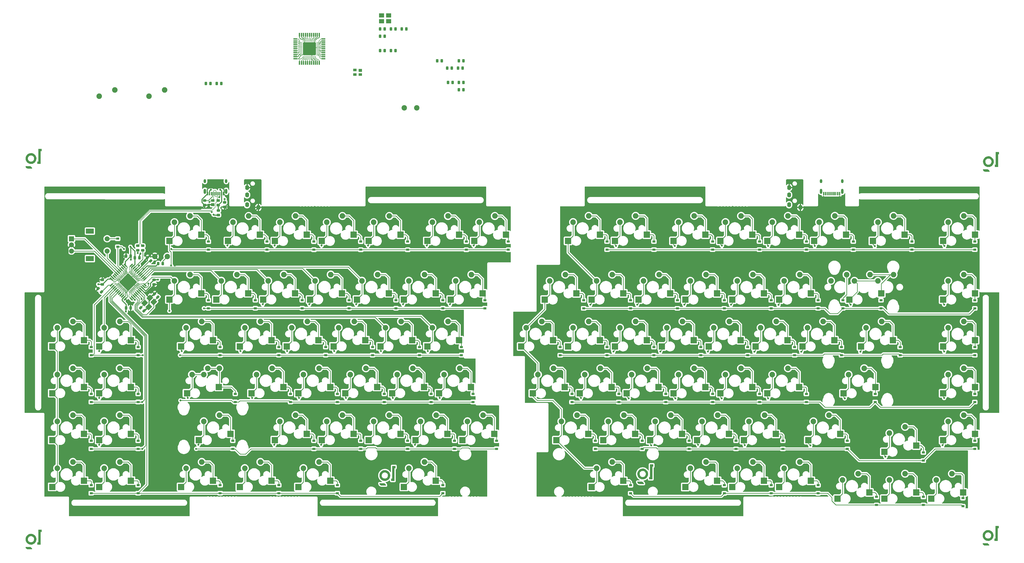
<source format=gbr>
%TF.GenerationSoftware,KiCad,Pcbnew,(5.99.0-12118-g897269f33f)*%
%TF.CreationDate,2021-09-12T17:19:33-04:00*%
%TF.ProjectId,dadboard,64616462-6f61-4726-942e-6b696361645f,rev?*%
%TF.SameCoordinates,Original*%
%TF.FileFunction,Copper,L2,Bot*%
%TF.FilePolarity,Positive*%
%FSLAX46Y46*%
G04 Gerber Fmt 4.6, Leading zero omitted, Abs format (unit mm)*
G04 Created by KiCad (PCBNEW (5.99.0-12118-g897269f33f)) date 2021-09-12 17:19:33*
%MOMM*%
%LPD*%
G01*
G04 APERTURE LIST*
G04 Aperture macros list*
%AMRoundRect*
0 Rectangle with rounded corners*
0 $1 Rounding radius*
0 $2 $3 $4 $5 $6 $7 $8 $9 X,Y pos of 4 corners*
0 Add a 4 corners polygon primitive as box body*
4,1,4,$2,$3,$4,$5,$6,$7,$8,$9,$2,$3,0*
0 Add four circle primitives for the rounded corners*
1,1,$1+$1,$2,$3*
1,1,$1+$1,$4,$5*
1,1,$1+$1,$6,$7*
1,1,$1+$1,$8,$9*
0 Add four rect primitives between the rounded corners*
20,1,$1+$1,$2,$3,$4,$5,0*
20,1,$1+$1,$4,$5,$6,$7,0*
20,1,$1+$1,$6,$7,$8,$9,0*
20,1,$1+$1,$8,$9,$2,$3,0*%
%AMRotRect*
0 Rectangle, with rotation*
0 The origin of the aperture is its center*
0 $1 length*
0 $2 width*
0 $3 Rotation angle, in degrees counterclockwise*
0 Add horizontal line*
21,1,$1,$2,0,0,$3*%
G04 Aperture macros list end*
%TA.AperFunction,EtchedComponent*%
%ADD10C,0.127000*%
%TD*%
%TA.AperFunction,EtchedComponent*%
%ADD11C,0.254000*%
%TD*%
%TA.AperFunction,EtchedComponent*%
%ADD12C,0.228600*%
%TD*%
%TA.AperFunction,ComponentPad*%
%ADD13C,2.250000*%
%TD*%
%TA.AperFunction,SMDPad,CuDef*%
%ADD14R,2.550000X2.500000*%
%TD*%
%TA.AperFunction,ComponentPad*%
%ADD15C,2.200000*%
%TD*%
%TA.AperFunction,ComponentPad*%
%ADD16R,2.000000X2.000000*%
%TD*%
%TA.AperFunction,ComponentPad*%
%ADD17C,2.000000*%
%TD*%
%TA.AperFunction,ComponentPad*%
%ADD18R,3.200000X2.000000*%
%TD*%
%TA.AperFunction,SMDPad,CuDef*%
%ADD19R,1.200000X0.900000*%
%TD*%
%TA.AperFunction,SMDPad,CuDef*%
%ADD20RoundRect,0.243750X0.243750X0.456250X-0.243750X0.456250X-0.243750X-0.456250X0.243750X-0.456250X0*%
%TD*%
%TA.AperFunction,SMDPad,CuDef*%
%ADD21RotRect,1.500000X0.550000X225.000000*%
%TD*%
%TA.AperFunction,SMDPad,CuDef*%
%ADD22RoundRect,0.062500X0.291682X0.380070X-0.380070X-0.291682X-0.291682X-0.380070X0.380070X0.291682X0*%
%TD*%
%TA.AperFunction,SMDPad,CuDef*%
%ADD23RotRect,1.500000X0.550000X135.000000*%
%TD*%
%TA.AperFunction,SMDPad,CuDef*%
%ADD24RoundRect,0.062500X-0.291682X0.380070X-0.380070X0.291682X0.291682X-0.380070X0.380070X-0.291682X0*%
%TD*%
%TA.AperFunction,SMDPad,CuDef*%
%ADD25RoundRect,0.250000X0.000000X3.323402X-3.323402X0.000000X0.000000X-3.323402X3.323402X0.000000X0*%
%TD*%
%TA.AperFunction,SMDPad,CuDef*%
%ADD26R,1.400000X1.200000*%
%TD*%
%TA.AperFunction,SMDPad,CuDef*%
%ADD27R,1.400000X1.000000*%
%TD*%
%TA.AperFunction,ComponentPad*%
%ADD28O,1.600000X2.000000*%
%TD*%
%TA.AperFunction,SMDPad,CuDef*%
%ADD29RoundRect,0.243750X-0.243750X-0.456250X0.243750X-0.456250X0.243750X0.456250X-0.243750X0.456250X0*%
%TD*%
%TA.AperFunction,SMDPad,CuDef*%
%ADD30RoundRect,0.243750X-0.456250X0.243750X-0.456250X-0.243750X0.456250X-0.243750X0.456250X0.243750X0*%
%TD*%
%TA.AperFunction,SMDPad,CuDef*%
%ADD31RoundRect,0.062500X0.475000X0.062500X-0.475000X0.062500X-0.475000X-0.062500X0.475000X-0.062500X0*%
%TD*%
%TA.AperFunction,SMDPad,CuDef*%
%ADD32R,1.500000X0.550000*%
%TD*%
%TA.AperFunction,SMDPad,CuDef*%
%ADD33RoundRect,0.062500X0.062500X0.475000X-0.062500X0.475000X-0.062500X-0.475000X0.062500X-0.475000X0*%
%TD*%
%TA.AperFunction,SMDPad,CuDef*%
%ADD34R,0.550000X1.500000*%
%TD*%
%TA.AperFunction,SMDPad,CuDef*%
%ADD35RoundRect,0.250000X2.350000X2.350000X-2.350000X2.350000X-2.350000X-2.350000X2.350000X-2.350000X0*%
%TD*%
%TA.AperFunction,SMDPad,CuDef*%
%ADD36R,0.600000X1.450000*%
%TD*%
%TA.AperFunction,SMDPad,CuDef*%
%ADD37R,0.300000X1.450000*%
%TD*%
%TA.AperFunction,ComponentPad*%
%ADD38O,1.000000X2.100000*%
%TD*%
%TA.AperFunction,ComponentPad*%
%ADD39O,1.000000X1.600000*%
%TD*%
%TA.AperFunction,SMDPad,CuDef*%
%ADD40RoundRect,0.243750X-0.494975X-0.150260X-0.150260X-0.494975X0.494975X0.150260X0.150260X0.494975X0*%
%TD*%
%TA.AperFunction,SMDPad,CuDef*%
%ADD41R,2.100000X1.800000*%
%TD*%
%TA.AperFunction,SMDPad,CuDef*%
%ADD42RotRect,2.100000X1.800000X225.000000*%
%TD*%
%TA.AperFunction,SMDPad,CuDef*%
%ADD43RoundRect,0.243750X0.456250X-0.243750X0.456250X0.243750X-0.456250X0.243750X-0.456250X-0.243750X0*%
%TD*%
%TA.AperFunction,SMDPad,CuDef*%
%ADD44RoundRect,0.243750X0.494975X0.150260X0.150260X0.494975X-0.494975X-0.150260X-0.150260X-0.494975X0*%
%TD*%
%TA.AperFunction,ViaPad*%
%ADD45C,0.800000*%
%TD*%
%TA.AperFunction,Conductor*%
%ADD46C,0.250000*%
%TD*%
%TA.AperFunction,Conductor*%
%ADD47C,0.200000*%
%TD*%
%TA.AperFunction,Conductor*%
%ADD48C,0.381000*%
%TD*%
G04 APERTURE END LIST*
%TO.C,G\u002A\u002A\u002A*%
G36*
X151106553Y-52962348D02*
G01*
X152048307Y-52967475D01*
X152173353Y-53009780D01*
X152176495Y-53010853D01*
X152251980Y-53040820D01*
X152330196Y-53078239D01*
X152394698Y-53115271D01*
X152408116Y-53124333D01*
X152491697Y-53190492D01*
X152575416Y-53270973D01*
X152649985Y-53356194D01*
X152706112Y-53436568D01*
X152734011Y-53489906D01*
X152776912Y-53595819D01*
X152810524Y-53709100D01*
X152829948Y-53814785D01*
X152840731Y-53912477D01*
X151919481Y-53912477D01*
X151833785Y-53912470D01*
X151652187Y-53912367D01*
X151498042Y-53912079D01*
X151368671Y-53911527D01*
X151261399Y-53910633D01*
X151173548Y-53909315D01*
X151102441Y-53907496D01*
X151045401Y-53905096D01*
X150999750Y-53902035D01*
X150962811Y-53898234D01*
X150931908Y-53893614D01*
X150904364Y-53888096D01*
X150877500Y-53881600D01*
X150805807Y-53859843D01*
X150726447Y-53830014D01*
X150660077Y-53799538D01*
X150593902Y-53758099D01*
X150505184Y-53686866D01*
X150418426Y-53602254D01*
X150342047Y-53512626D01*
X150284462Y-53426342D01*
X150257254Y-53371292D01*
X150221548Y-53280265D01*
X150192129Y-53183872D01*
X150172159Y-53092900D01*
X150164800Y-53018133D01*
X150164800Y-52957221D01*
X151106553Y-52962348D01*
G37*
G36*
X156667200Y-46863000D02*
G01*
X156292061Y-46863000D01*
X156292061Y-52021154D01*
X154947357Y-52021154D01*
X154951493Y-51548324D01*
X154955630Y-51075493D01*
X155338584Y-51066715D01*
X155338584Y-45909524D01*
X156667200Y-45909524D01*
X156667200Y-46863000D01*
G37*
G36*
X154533517Y-50157906D02*
G01*
X154498905Y-50331062D01*
X154445814Y-50512629D01*
X154395649Y-50651008D01*
X154307051Y-50845597D01*
X154200478Y-51025190D01*
X154071671Y-51196660D01*
X153916371Y-51366878D01*
X153781492Y-51493150D01*
X153573745Y-51652728D01*
X153351691Y-51784534D01*
X153115681Y-51888393D01*
X152866066Y-51964134D01*
X152603200Y-52011585D01*
X152588279Y-52012763D01*
X152540012Y-52014233D01*
X152471033Y-52014726D01*
X152388206Y-52014216D01*
X152298400Y-52012679D01*
X152206250Y-52009346D01*
X152030026Y-51993963D01*
X151867631Y-51965427D01*
X151708371Y-51921585D01*
X151541551Y-51860284D01*
X151435458Y-51814008D01*
X151206422Y-51690332D01*
X150996136Y-51542606D01*
X150805902Y-51372402D01*
X150637018Y-51181292D01*
X150490787Y-50970849D01*
X150368507Y-50742646D01*
X150271479Y-50498254D01*
X150201004Y-50239247D01*
X150194910Y-50206792D01*
X150182554Y-50106486D01*
X150174660Y-49987113D01*
X150171219Y-49857009D01*
X150171998Y-49754152D01*
X151117727Y-49754152D01*
X151118613Y-49885724D01*
X151129136Y-50012545D01*
X151148957Y-50122016D01*
X151150566Y-50128323D01*
X151214062Y-50312737D01*
X151305837Y-50485853D01*
X151424103Y-50644833D01*
X151567078Y-50786839D01*
X151633986Y-50837249D01*
X151729200Y-50896339D01*
X151834569Y-50952015D01*
X151939319Y-50998638D01*
X152032676Y-51030567D01*
X152092446Y-51042060D01*
X152174427Y-51051370D01*
X152269277Y-51058020D01*
X152368229Y-51061684D01*
X152462516Y-51062042D01*
X152543370Y-51058768D01*
X152602024Y-51051542D01*
X152740286Y-51013896D01*
X152900936Y-50948633D01*
X153051814Y-50864644D01*
X153186015Y-50765859D01*
X153296638Y-50656206D01*
X153381952Y-50545973D01*
X153480165Y-50381030D01*
X153549106Y-50207545D01*
X153589815Y-50022686D01*
X153603338Y-49823624D01*
X153598607Y-49696192D01*
X153577147Y-49550122D01*
X153535830Y-49409436D01*
X153471890Y-49262324D01*
X153458581Y-49236114D01*
X153354740Y-49069932D01*
X153227920Y-48924848D01*
X153078785Y-48801522D01*
X152908000Y-48700617D01*
X152748507Y-48636378D01*
X152565070Y-48592811D01*
X152375876Y-48576591D01*
X152185883Y-48587755D01*
X152000047Y-48626341D01*
X151823326Y-48692386D01*
X151785050Y-48711168D01*
X151625474Y-48809819D01*
X151482575Y-48931771D01*
X151359188Y-49073372D01*
X151258147Y-49230973D01*
X151182288Y-49400921D01*
X151134446Y-49579566D01*
X151126814Y-49630429D01*
X151117727Y-49754152D01*
X150171998Y-49754152D01*
X150172222Y-49724511D01*
X150177662Y-49597954D01*
X150187531Y-49485674D01*
X150201820Y-49396007D01*
X150257151Y-49187150D01*
X150350281Y-48939648D01*
X150469030Y-48708374D01*
X150612266Y-48494781D01*
X150778857Y-48300325D01*
X150967672Y-48126461D01*
X151177579Y-47974643D01*
X151407446Y-47846325D01*
X151424905Y-47837939D01*
X151650257Y-47744294D01*
X151874842Y-47679266D01*
X152105249Y-47641332D01*
X152348069Y-47628971D01*
X152363862Y-47629004D01*
X152575195Y-47638041D01*
X152770851Y-47664462D01*
X152961671Y-47710251D01*
X153158497Y-47777395D01*
X153273008Y-47825728D01*
X153493068Y-47943187D01*
X153699319Y-48086239D01*
X153889129Y-48252169D01*
X154059867Y-48438263D01*
X154208902Y-48641807D01*
X154333602Y-48860086D01*
X154431336Y-49090385D01*
X154439367Y-49113354D01*
X154486815Y-49267310D01*
X154520014Y-49416407D01*
X154541124Y-49572359D01*
X154552301Y-49746877D01*
X154553645Y-49791240D01*
X154553235Y-49823624D01*
X154551235Y-49981764D01*
X154533517Y-50157906D01*
G37*
G36*
X46331553Y-53597348D02*
G01*
X47273307Y-53602475D01*
X47398353Y-53644780D01*
X47401495Y-53645853D01*
X47476980Y-53675820D01*
X47555196Y-53713239D01*
X47619698Y-53750271D01*
X47633116Y-53759333D01*
X47716697Y-53825492D01*
X47800416Y-53905973D01*
X47874985Y-53991194D01*
X47931112Y-54071568D01*
X47959011Y-54124906D01*
X48001912Y-54230819D01*
X48035524Y-54344100D01*
X48054948Y-54449785D01*
X48065731Y-54547477D01*
X47144481Y-54547477D01*
X47058785Y-54547470D01*
X46877187Y-54547367D01*
X46723042Y-54547079D01*
X46593671Y-54546527D01*
X46486399Y-54545633D01*
X46398548Y-54544315D01*
X46327441Y-54542496D01*
X46270401Y-54540096D01*
X46224750Y-54537035D01*
X46187811Y-54533234D01*
X46156908Y-54528614D01*
X46129364Y-54523096D01*
X46102500Y-54516600D01*
X46030807Y-54494843D01*
X45951447Y-54465014D01*
X45885077Y-54434538D01*
X45818902Y-54393099D01*
X45730184Y-54321866D01*
X45643426Y-54237254D01*
X45567047Y-54147626D01*
X45509462Y-54061342D01*
X45482254Y-54006292D01*
X45446548Y-53915265D01*
X45417129Y-53818872D01*
X45397159Y-53727900D01*
X45389800Y-53653133D01*
X45389800Y-53592221D01*
X46331553Y-53597348D01*
G37*
G36*
X51892200Y-47498000D02*
G01*
X51517061Y-47498000D01*
X51517061Y-52656154D01*
X50172357Y-52656154D01*
X50176493Y-52183324D01*
X50180630Y-51710493D01*
X50563584Y-51701715D01*
X50563584Y-46544524D01*
X51892200Y-46544524D01*
X51892200Y-47498000D01*
G37*
G36*
X49758517Y-50792906D02*
G01*
X49723905Y-50966062D01*
X49670814Y-51147629D01*
X49620649Y-51286008D01*
X49532051Y-51480597D01*
X49425478Y-51660190D01*
X49296671Y-51831660D01*
X49141371Y-52001878D01*
X49006492Y-52128150D01*
X48798745Y-52287728D01*
X48576691Y-52419534D01*
X48340681Y-52523393D01*
X48091066Y-52599134D01*
X47828200Y-52646585D01*
X47813279Y-52647763D01*
X47765012Y-52649233D01*
X47696033Y-52649726D01*
X47613206Y-52649216D01*
X47523400Y-52647679D01*
X47431250Y-52644346D01*
X47255026Y-52628963D01*
X47092631Y-52600427D01*
X46933371Y-52556585D01*
X46766551Y-52495284D01*
X46660458Y-52449008D01*
X46431422Y-52325332D01*
X46221136Y-52177606D01*
X46030902Y-52007402D01*
X45862018Y-51816292D01*
X45715787Y-51605849D01*
X45593507Y-51377646D01*
X45496479Y-51133254D01*
X45426004Y-50874247D01*
X45419910Y-50841792D01*
X45407554Y-50741486D01*
X45399660Y-50622113D01*
X45396219Y-50492009D01*
X45396998Y-50389152D01*
X46342727Y-50389152D01*
X46343613Y-50520724D01*
X46354136Y-50647545D01*
X46373957Y-50757016D01*
X46375566Y-50763323D01*
X46439062Y-50947737D01*
X46530837Y-51120853D01*
X46649103Y-51279833D01*
X46792078Y-51421839D01*
X46858986Y-51472249D01*
X46954200Y-51531339D01*
X47059569Y-51587015D01*
X47164319Y-51633638D01*
X47257676Y-51665567D01*
X47317446Y-51677060D01*
X47399427Y-51686370D01*
X47494277Y-51693020D01*
X47593229Y-51696684D01*
X47687516Y-51697042D01*
X47768370Y-51693768D01*
X47827024Y-51686542D01*
X47965286Y-51648896D01*
X48125936Y-51583633D01*
X48276814Y-51499644D01*
X48411015Y-51400859D01*
X48521638Y-51291206D01*
X48606952Y-51180973D01*
X48705165Y-51016030D01*
X48774106Y-50842545D01*
X48814815Y-50657686D01*
X48828338Y-50458624D01*
X48823607Y-50331192D01*
X48802147Y-50185122D01*
X48760830Y-50044436D01*
X48696890Y-49897324D01*
X48683581Y-49871114D01*
X48579740Y-49704932D01*
X48452920Y-49559848D01*
X48303785Y-49436522D01*
X48133000Y-49335617D01*
X47973507Y-49271378D01*
X47790070Y-49227811D01*
X47600876Y-49211591D01*
X47410883Y-49222755D01*
X47225047Y-49261341D01*
X47048326Y-49327386D01*
X47010050Y-49346168D01*
X46850474Y-49444819D01*
X46707575Y-49566771D01*
X46584188Y-49708372D01*
X46483147Y-49865973D01*
X46407288Y-50035921D01*
X46359446Y-50214566D01*
X46351814Y-50265429D01*
X46342727Y-50389152D01*
X45396998Y-50389152D01*
X45397222Y-50359511D01*
X45402662Y-50232954D01*
X45412531Y-50120674D01*
X45426820Y-50031007D01*
X45482151Y-49822150D01*
X45575281Y-49574648D01*
X45694030Y-49343374D01*
X45837266Y-49129781D01*
X46003857Y-48935325D01*
X46192672Y-48761461D01*
X46402579Y-48609643D01*
X46632446Y-48481325D01*
X46649905Y-48472939D01*
X46875257Y-48379294D01*
X47099842Y-48314266D01*
X47330249Y-48276332D01*
X47573069Y-48263971D01*
X47588862Y-48264004D01*
X47800195Y-48273041D01*
X47995851Y-48299462D01*
X48186671Y-48345251D01*
X48383497Y-48412395D01*
X48498008Y-48460728D01*
X48718068Y-48578187D01*
X48924319Y-48721239D01*
X49114129Y-48887169D01*
X49284867Y-49073263D01*
X49433902Y-49276807D01*
X49558602Y-49495086D01*
X49656336Y-49725385D01*
X49664367Y-49748354D01*
X49711815Y-49902310D01*
X49745014Y-50051407D01*
X49766124Y-50207359D01*
X49777301Y-50381877D01*
X49778645Y-50426240D01*
X49778235Y-50458624D01*
X49776235Y-50616764D01*
X49758517Y-50792906D01*
G37*
D10*
%TO.C,U3*%
X-53098097Y30383906D02*
X-52182111Y30437788D01*
X-56025661Y23325425D02*
X-56348950Y23002136D01*
D11*
X-62724932Y28587855D02*
X-63073366Y28936289D01*
D10*
X-59959013Y30779037D02*
X-60318223Y30743116D01*
X-60223032Y24659891D02*
X-59096908Y25786015D01*
X-50278297Y28929105D02*
X-50511783Y28695618D01*
X-59994934Y29414038D02*
X-60569670Y29988775D01*
X-54912109Y32090155D02*
X-55055793Y31946471D01*
X-54930069Y24061806D02*
X-54912109Y24331213D01*
D11*
X-61395854Y28982986D02*
X-61018683Y29000947D01*
D10*
X-58540132Y33491075D02*
X-58342567Y33293509D01*
X-60713354Y27007330D02*
X-61036644Y26971409D01*
X-56384871Y22247794D02*
X-56348950Y23002136D01*
X-52559282Y29952854D02*
X-52397637Y29791209D01*
X-50840461Y26940876D02*
X-50996717Y27097132D01*
X-61395854Y26935488D02*
X-61036644Y26971409D01*
D11*
X-57193094Y22984175D02*
X-57282897Y24043845D01*
X-57408620Y33760482D02*
X-57157173Y34011930D01*
D10*
X-60210460Y26073383D02*
X-60443947Y26055423D01*
X-56025661Y23325425D02*
X-56007700Y23989964D01*
X-61216249Y25965620D02*
X-60443947Y26055423D01*
D11*
X-57893554Y23397267D02*
X-57893554Y23109899D01*
D10*
X-58755659Y32557128D02*
X-58773619Y31748905D01*
X-52002506Y30617393D02*
X-52182111Y30437788D01*
X-53092709Y24631154D02*
X-54050004Y25588449D01*
D11*
X-53622544Y32338010D02*
X-53924281Y32036273D01*
D10*
X-60892959Y29988775D02*
X-61773025Y29970814D01*
X-54445136Y32628970D02*
X-54445136Y31838708D01*
D11*
X-52092308Y25893778D02*
X-53008295Y25947660D01*
D12*
X-54800754Y30789814D02*
X-55537135Y30053433D01*
D10*
X-54032044Y24456937D02*
X-53667445Y24092339D01*
X-53098097Y30383906D02*
X-53547110Y29934893D01*
X-51050599Y28659697D02*
X-51302046Y28911144D01*
X-61126446Y30401867D02*
X-60803157Y30401867D01*
X-51661256Y29845091D02*
X-52397637Y29791209D01*
D11*
X-57893554Y23397267D02*
X-57929475Y24115687D01*
D12*
X-56923686Y25049634D02*
X-56977568Y24421016D01*
D10*
X-54139807Y30743116D02*
X-53083729Y31799194D01*
X-60012894Y25588449D02*
X-60354144Y25606410D01*
X-54427175Y25283121D02*
X-54014083Y24870029D01*
X-58899343Y24582661D02*
X-58360527Y25121476D01*
X-55073754Y23235622D02*
X-55073754Y23918122D01*
X-58527560Y22978787D02*
X-58396448Y23109899D01*
X-61216249Y25965620D02*
X-61377893Y25803975D01*
X-59673441Y24095931D02*
X-59456118Y24313253D01*
X-60533749Y26468514D02*
X-60857038Y26432593D01*
X-51661256Y29845091D02*
X-51436750Y30069597D01*
D11*
X-57193094Y22984175D02*
X-56941647Y22732728D01*
X-57857633Y33491075D02*
X-57821712Y33850285D01*
X-57731909Y22624965D02*
X-57956416Y22400458D01*
D12*
X-59696789Y28397473D02*
X-60774420Y29489473D01*
D10*
X-58414409Y23415227D02*
X-58396448Y23109899D01*
X-54912109Y32090155D02*
X-54930069Y32287720D01*
X-63033853Y27452750D02*
X-62599208Y27887395D01*
X-59959013Y30779037D02*
X-59420197Y30240222D01*
X-58414409Y23415227D02*
X-58576053Y23576872D01*
D11*
X-51607375Y26522396D02*
X-51413401Y26328422D01*
D10*
X-60812137Y31237030D02*
X-60318223Y30743116D01*
X-54965990Y33293509D02*
X-54930069Y32287720D01*
D11*
X-57857633Y33491075D02*
X-57947435Y32323641D01*
D10*
X-60533749Y26468514D02*
X-60156578Y26845685D01*
X-59456118Y24744305D02*
X-58611974Y25588449D01*
X-56205266Y33311470D02*
X-55899937Y33006141D01*
D11*
X-55540727Y33832324D02*
X-55558687Y33383312D01*
X-57947435Y32323641D02*
X-56815923Y31192129D01*
D10*
X-53367505Y25624370D02*
X-52936453Y25624370D01*
X-60289486Y31827931D02*
X-59132829Y30671274D01*
X-55073754Y23235622D02*
X-54811530Y22973399D01*
X-50960796Y27671869D02*
X-51158362Y27474303D01*
D11*
X-53996123Y31605221D02*
X-53924281Y32036273D01*
D10*
X-55540727Y22553123D02*
X-55388062Y22400458D01*
D11*
X-62724932Y28587855D02*
X-61826906Y28551934D01*
D10*
X-58558093Y24205490D02*
X-57893554Y24870029D01*
X-62078353Y27294698D02*
X-61773025Y27312658D01*
X-51284085Y27097132D02*
X-51409809Y26971409D01*
X-55091714Y31192129D02*
X-54445136Y31838708D01*
X-54965990Y33293509D02*
X-54795366Y33464134D01*
D11*
X-53636913Y30527590D02*
X-53385465Y30779037D01*
X-57749870Y22966215D02*
X-57893554Y23109899D01*
X-56941647Y22265755D02*
X-57397844Y21809558D01*
D10*
X-54032044Y24456937D02*
X-54014083Y24870029D01*
X-58342567Y33293509D02*
X-58396448Y32521207D01*
X-58522172Y31497458D02*
X-58773619Y31748905D01*
X-60210460Y26073383D02*
X-59707566Y26576277D01*
X-58414409Y32072194D02*
X-58162962Y31820747D01*
D11*
X-62257958Y29306275D02*
X-62457320Y29505637D01*
X-53996123Y31605221D02*
X-54355333Y31246011D01*
D10*
X-55540727Y22553123D02*
X-55468885Y24205490D01*
X-54499017Y24636542D02*
X-54516978Y24151608D01*
X-52559282Y29952854D02*
X-52810729Y29952854D01*
D11*
X-57139212Y34353179D02*
X-57157173Y34011930D01*
D10*
X-61898748Y27869434D02*
X-61449735Y27420422D01*
X-54534938Y23810359D02*
X-54249366Y23524786D01*
X-52523361Y25211279D02*
X-52936453Y25624370D01*
D11*
X-52900532Y30832919D02*
X-53385465Y30779037D01*
D10*
X-55973575Y34584870D02*
X-56133424Y34425021D01*
D11*
X-55379082Y33203707D02*
X-55558687Y33383312D01*
D10*
X-61914913Y30112702D02*
X-61773025Y29970814D01*
X-53259742Y29503841D02*
X-52810729Y29952854D01*
X-50960796Y27671869D02*
X-50439941Y27653908D01*
X-59330395Y31551339D02*
X-59276513Y31928510D01*
X-58899343Y24582661D02*
X-58899343Y23720556D01*
D11*
X-55540727Y33832324D02*
X-55366510Y34006541D01*
D10*
X-52505400Y28893184D02*
X-51302046Y28911144D01*
X-51284085Y27097132D02*
X-50996717Y27097132D01*
D11*
X-61395854Y28982986D02*
X-61826906Y28551934D01*
D10*
X-60892959Y29988775D02*
X-60569670Y29988775D01*
D11*
X-61683222Y29521801D02*
X-60785196Y29485880D01*
D10*
X-59093316Y23526583D02*
X-58899343Y23720556D01*
X-58414409Y32072194D02*
X-58396448Y32521207D01*
X-52613163Y26953448D02*
X-51409809Y26971409D01*
X-59709362Y32361358D02*
X-59276513Y31928510D01*
X-60264342Y30401867D02*
X-60803157Y30401867D01*
D11*
X-51607375Y26522396D02*
X-52936453Y26594238D01*
D10*
X-54499017Y24636542D02*
X-54750464Y24887989D01*
X-51320006Y29288315D02*
X-51050599Y29306275D01*
X-51320006Y29288315D02*
X-51463691Y29431999D01*
X-60012894Y25588449D02*
X-59438158Y26163186D01*
X-61126446Y30401867D02*
X-61381485Y30656906D01*
D11*
X-57139212Y34353179D02*
X-57397844Y34611811D01*
D10*
X-59456118Y24313253D02*
X-59456118Y24744305D01*
D12*
X-54222425Y27176159D02*
X-53881175Y26834909D01*
D11*
X-61683222Y29521801D02*
X-61880788Y29324236D01*
D10*
X-55899937Y33006141D02*
X-55881977Y32593049D01*
D11*
X-52092308Y25893778D02*
X-52007894Y25809364D01*
X-53313623Y26252988D02*
X-53008295Y25947660D01*
X-55379082Y33203707D02*
X-55415003Y32305681D01*
D10*
X-60761848Y25198706D02*
X-60354144Y25606410D01*
X-59111277Y32912746D02*
X-58755659Y32557128D01*
X-54930069Y24061806D02*
X-55073754Y23918122D01*
X-55163556Y24582661D02*
X-54912109Y24331213D01*
X-57731909Y32108115D02*
X-57947435Y32323641D01*
D11*
X-52900532Y30832919D02*
X-52519769Y31213682D01*
D10*
X-61887972Y26371528D02*
X-61575459Y26684041D01*
X-50865605Y29491269D02*
X-51050599Y29306275D01*
X-61898748Y27869434D02*
X-62599208Y27887395D01*
X-56384871Y22247794D02*
X-55930470Y21793393D01*
X-54534938Y23810359D02*
X-54516978Y24151608D01*
X-52667045Y29414038D02*
X-51463691Y29431999D01*
X-58558093Y24205490D02*
X-58576053Y23576872D01*
X-62078353Y27294698D02*
X-62457320Y26915731D01*
X-52361716Y27456343D02*
X-51158362Y27474303D01*
X-60264342Y30401867D02*
X-59743487Y29881012D01*
X-54445136Y32628970D02*
X-54193688Y32880417D01*
X-61108486Y26684041D02*
X-60857038Y26432593D01*
X-60910920Y27456343D02*
X-61449735Y27420422D01*
D11*
X-56941647Y22265755D02*
X-56941647Y22732728D01*
D10*
X-59330395Y31551339D02*
X-58809540Y31030485D01*
D11*
X-57408620Y33760482D02*
X-57498423Y32593049D01*
D10*
X-61108486Y26684041D02*
X-61575459Y26684041D01*
X-53367505Y25624370D02*
X-54014083Y26270949D01*
X-56205266Y33311470D02*
X-56133424Y34425021D01*
D11*
X-57749870Y22966215D02*
X-57731909Y22624965D01*
D10*
X-51050599Y28659697D02*
X-50511783Y28695618D01*
D11*
X-62257958Y29306275D02*
X-61880788Y29324236D01*
D10*
X-61395854Y26935488D02*
X-61773025Y27312658D01*
X-50299849Y27513816D02*
X-50439941Y27653908D01*
D11*
X-57983356Y34011930D02*
X-57821712Y33850285D01*
%TO.C,G\u002A\u002A\u002A*%
G36*
X291441553Y-77981348D02*
G01*
X292383307Y-77986475D01*
X292508353Y-78028780D01*
X292511495Y-78029853D01*
X292586980Y-78059820D01*
X292665196Y-78097239D01*
X292729698Y-78134271D01*
X292743116Y-78143333D01*
X292826697Y-78209492D01*
X292910416Y-78289973D01*
X292984985Y-78375194D01*
X293041112Y-78455568D01*
X293069011Y-78508906D01*
X293111912Y-78614819D01*
X293145524Y-78728100D01*
X293164948Y-78833785D01*
X293175731Y-78931477D01*
X292254481Y-78931477D01*
X292168785Y-78931470D01*
X291987187Y-78931367D01*
X291833042Y-78931079D01*
X291703671Y-78930527D01*
X291596399Y-78929633D01*
X291508548Y-78928315D01*
X291437441Y-78926496D01*
X291380401Y-78924096D01*
X291334750Y-78921035D01*
X291297811Y-78917234D01*
X291266908Y-78912614D01*
X291239364Y-78907096D01*
X291212500Y-78900600D01*
X291140807Y-78878843D01*
X291061447Y-78849014D01*
X290995077Y-78818538D01*
X290928902Y-78777099D01*
X290840184Y-78705866D01*
X290753426Y-78621254D01*
X290677047Y-78531626D01*
X290619462Y-78445342D01*
X290592254Y-78390292D01*
X290556548Y-78299265D01*
X290527129Y-78202872D01*
X290507159Y-78111900D01*
X290499800Y-78037133D01*
X290499800Y-77976221D01*
X291441553Y-77981348D01*
G37*
G36*
X297002200Y-71882000D02*
G01*
X296627061Y-71882000D01*
X296627061Y-77040154D01*
X295282357Y-77040154D01*
X295286493Y-76567324D01*
X295290630Y-76094493D01*
X295673584Y-76085715D01*
X295673584Y-70928524D01*
X297002200Y-70928524D01*
X297002200Y-71882000D01*
G37*
G36*
X294868517Y-75176906D02*
G01*
X294833905Y-75350062D01*
X294780814Y-75531629D01*
X294730649Y-75670008D01*
X294642051Y-75864597D01*
X294535478Y-76044190D01*
X294406671Y-76215660D01*
X294251371Y-76385878D01*
X294116492Y-76512150D01*
X293908745Y-76671728D01*
X293686691Y-76803534D01*
X293450681Y-76907393D01*
X293201066Y-76983134D01*
X292938200Y-77030585D01*
X292923279Y-77031763D01*
X292875012Y-77033233D01*
X292806033Y-77033726D01*
X292723206Y-77033216D01*
X292633400Y-77031679D01*
X292541250Y-77028346D01*
X292365026Y-77012963D01*
X292202631Y-76984427D01*
X292043371Y-76940585D01*
X291876551Y-76879284D01*
X291770458Y-76833008D01*
X291541422Y-76709332D01*
X291331136Y-76561606D01*
X291140902Y-76391402D01*
X290972018Y-76200292D01*
X290825787Y-75989849D01*
X290703507Y-75761646D01*
X290606479Y-75517254D01*
X290536004Y-75258247D01*
X290529910Y-75225792D01*
X290517554Y-75125486D01*
X290509660Y-75006113D01*
X290506219Y-74876009D01*
X290506998Y-74773152D01*
X291452727Y-74773152D01*
X291453613Y-74904724D01*
X291464136Y-75031545D01*
X291483957Y-75141016D01*
X291485566Y-75147323D01*
X291549062Y-75331737D01*
X291640837Y-75504853D01*
X291759103Y-75663833D01*
X291902078Y-75805839D01*
X291968986Y-75856249D01*
X292064200Y-75915339D01*
X292169569Y-75971015D01*
X292274319Y-76017638D01*
X292367676Y-76049567D01*
X292427446Y-76061060D01*
X292509427Y-76070370D01*
X292604277Y-76077020D01*
X292703229Y-76080684D01*
X292797516Y-76081042D01*
X292878370Y-76077768D01*
X292937024Y-76070542D01*
X293075286Y-76032896D01*
X293235936Y-75967633D01*
X293386814Y-75883644D01*
X293521015Y-75784859D01*
X293631638Y-75675206D01*
X293716952Y-75564973D01*
X293815165Y-75400030D01*
X293884106Y-75226545D01*
X293924815Y-75041686D01*
X293938338Y-74842624D01*
X293933607Y-74715192D01*
X293912147Y-74569122D01*
X293870830Y-74428436D01*
X293806890Y-74281324D01*
X293793581Y-74255114D01*
X293689740Y-74088932D01*
X293562920Y-73943848D01*
X293413785Y-73820522D01*
X293243000Y-73719617D01*
X293083507Y-73655378D01*
X292900070Y-73611811D01*
X292710876Y-73595591D01*
X292520883Y-73606755D01*
X292335047Y-73645341D01*
X292158326Y-73711386D01*
X292120050Y-73730168D01*
X291960474Y-73828819D01*
X291817575Y-73950771D01*
X291694188Y-74092372D01*
X291593147Y-74249973D01*
X291517288Y-74419921D01*
X291469446Y-74598566D01*
X291461814Y-74649429D01*
X291452727Y-74773152D01*
X290506998Y-74773152D01*
X290507222Y-74743511D01*
X290512662Y-74616954D01*
X290522531Y-74504674D01*
X290536820Y-74415007D01*
X290592151Y-74206150D01*
X290685281Y-73958648D01*
X290804030Y-73727374D01*
X290947266Y-73513781D01*
X291113857Y-73319325D01*
X291302672Y-73145461D01*
X291512579Y-72993643D01*
X291742446Y-72865325D01*
X291759905Y-72856939D01*
X291985257Y-72763294D01*
X292209842Y-72698266D01*
X292440249Y-72660332D01*
X292683069Y-72647971D01*
X292698862Y-72648004D01*
X292910195Y-72657041D01*
X293105851Y-72683462D01*
X293296671Y-72729251D01*
X293493497Y-72796395D01*
X293608008Y-72844728D01*
X293828068Y-72962187D01*
X294034319Y-73105239D01*
X294224129Y-73271169D01*
X294394867Y-73457263D01*
X294543902Y-73660807D01*
X294668602Y-73879086D01*
X294766336Y-74109385D01*
X294774367Y-74132354D01*
X294821815Y-74286310D01*
X294855014Y-74435407D01*
X294876124Y-74591359D01*
X294887301Y-74765877D01*
X294888645Y-74810240D01*
X294888235Y-74842624D01*
X294886235Y-75000764D01*
X294868517Y-75176906D01*
G37*
D10*
%TO.C,U4*%
X17741704Y118008400D02*
X17741704Y118592600D01*
X20357904Y120599200D02*
X21221504Y119761000D01*
D11*
X12534704Y119049800D02*
X11889544Y119049800D01*
D10*
X20586504Y118643400D02*
X20942104Y118262400D01*
X12306104Y120904000D02*
X12306104Y121132600D01*
X21729504Y125450600D02*
X21043704Y124714000D01*
X16928904Y118000780D02*
X16928904Y119354600D01*
X15201704Y127304800D02*
X15430304Y127076200D01*
D11*
X21221504Y123571000D02*
X20713504Y123571000D01*
D10*
X12458504Y126238000D02*
X12687104Y126034800D01*
X12991904Y126517400D02*
X12509304Y127025400D01*
D11*
X12915704Y127609600D02*
X13525304Y126949200D01*
D10*
X13931704Y119151400D02*
X14414304Y119608600D01*
X15938304Y118999000D02*
X15582704Y118668800D01*
X21627904Y120675400D02*
X21945404Y120675400D01*
X11904784Y121462800D02*
X12179104Y121462800D01*
X16141504Y128130300D02*
X16141504Y127431800D01*
X20865904Y125907800D02*
X20586504Y125603000D01*
D11*
X20332504Y127508000D02*
X20688104Y127508000D01*
X21373904Y125679200D02*
X21373904Y125933200D01*
D10*
X20154704Y118041420D02*
X20154704Y118262400D01*
X16141504Y118541800D02*
X16141504Y118026180D01*
X19443504Y119481600D02*
X20307104Y118643400D01*
X14541304Y118414800D02*
X15023904Y118897400D01*
D11*
X14134904Y126949200D02*
X13525304Y126949200D01*
D10*
X20992904Y122072400D02*
X20357904Y122072400D01*
X12712504Y123571000D02*
X12483904Y123825000D01*
X15227104Y118897400D02*
X15023904Y118897400D01*
X17944904Y126695200D02*
X17944904Y127050800D01*
X18935504Y126568200D02*
X18935504Y126873000D01*
X20611904Y121081800D02*
X21475504Y120243600D01*
X12915704Y118643400D02*
X12915704Y118000780D01*
X12991904Y126517400D02*
X12991904Y125882400D01*
X16446304Y119405400D02*
X16446304Y118821200D01*
X21069104Y121386600D02*
X20891304Y121564400D01*
X11897164Y122275600D02*
X12204504Y122275600D01*
X12687104Y125501400D02*
X12966504Y125272800D01*
D11*
X12864904Y119735600D02*
X13550704Y120548400D01*
X12458504Y120116600D02*
X12229904Y119862600D01*
D10*
X20916704Y124561600D02*
X20713504Y124561600D01*
X21221504Y119405400D02*
X21627904Y119049800D01*
X15328704Y127762000D02*
X15557304Y127533400D01*
D11*
X20713504Y122555000D02*
X21069104Y122555000D01*
X12915704Y127609600D02*
X12915704Y128102360D01*
D12*
X17929664Y120599200D02*
X17929664Y120116600D01*
D11*
X14312704Y127533400D02*
X14922304Y126873000D01*
D10*
X21221504Y119405400D02*
X21221504Y119761000D01*
X21729504Y125450600D02*
X21970804Y125450600D01*
X11907324Y123063000D02*
X13499904Y123063000D01*
D11*
X22003824Y123825000D02*
X21577104Y123825000D01*
D10*
X15430304Y119430800D02*
X15430304Y119075200D01*
X16928904Y128178560D02*
X16928904Y126542800D01*
X17411504Y127304800D02*
X17716304Y127533400D01*
X20942104Y118064280D02*
X20942104Y118262400D01*
X18529104Y127609600D02*
X17944904Y127050800D01*
D11*
X12458504Y120116600D02*
X12458504Y120319800D01*
D10*
X20586504Y118643400D02*
X20307104Y118643400D01*
X12712504Y125120400D02*
X12712504Y124764800D01*
X21627904Y124612400D02*
X21069104Y124053600D01*
X16420904Y127203200D02*
X16141504Y127431800D01*
X18529104Y128112520D02*
X18529104Y127609600D01*
X20154704Y124053600D02*
X21069104Y124053600D01*
D11*
X20103904Y128092200D02*
X20103904Y127863600D01*
D10*
X21475504Y120040400D02*
X21475504Y120243600D01*
X20865904Y126339600D02*
X20865904Y125907800D01*
X16141504Y118541800D02*
X16446304Y118821200D01*
X15201704Y127304800D02*
X14566704Y127914400D01*
X20865904Y126339600D02*
X21704104Y127076200D01*
D11*
X19824504Y127635000D02*
X20103904Y127863600D01*
D10*
X20916704Y124561600D02*
X21043704Y124714000D01*
X15328704Y127762000D02*
X15328704Y128122680D01*
D11*
X14134904Y126949200D02*
X14414304Y126695200D01*
X20942104Y127736600D02*
X20942104Y128102360D01*
X12661704Y120523000D02*
X12458504Y120319800D01*
D10*
X15328704Y118440200D02*
X15328704Y118036340D01*
X13728504Y118262400D02*
X14947704Y119380000D01*
X21958104Y119049800D02*
X21627904Y119049800D01*
X12915704Y124053600D02*
X13626904Y124053600D01*
X17411504Y127304800D02*
X17411504Y126568200D01*
X21627904Y120675400D02*
X21069104Y121158000D01*
X20510304Y123063000D02*
X22003824Y123063000D01*
X14566704Y128115060D02*
X14566704Y127914400D01*
X19341904Y127838200D02*
X18757704Y127330200D01*
X21932704Y121462800D02*
X21678704Y121462800D01*
X15328704Y118440200D02*
X15582704Y118668800D01*
D12*
X20075964Y123563380D02*
X19034564Y123563380D01*
D10*
X12712504Y123571000D02*
X13525304Y123571000D01*
X13398304Y125526800D02*
X12991904Y125882400D01*
D11*
X17919504Y119303800D02*
X17919504Y118872000D01*
D10*
X15227104Y118897400D02*
X15430304Y119075200D01*
D11*
X18529104Y118186200D02*
X18529104Y118066820D01*
D10*
X17716304Y128145540D02*
X17716304Y127533400D01*
X13220504Y125069600D02*
X12966504Y125272800D01*
D11*
X12864904Y119735600D02*
X12864904Y119380000D01*
D10*
X12788704Y122072400D02*
X12179104Y121462800D01*
X15430304Y126263400D02*
X15430304Y127076200D01*
D11*
X13753904Y127787400D02*
X13753904Y128069340D01*
D10*
X11894624Y127025400D02*
X12509304Y127025400D01*
X21940324Y119862600D02*
X21678704Y119862600D01*
X13931704Y119151400D02*
X13474504Y119151400D01*
D11*
X12534704Y119049800D02*
X12864904Y119380000D01*
D10*
X12306104Y120904000D02*
X12102904Y120675400D01*
X19341904Y128117600D02*
X19341904Y127838200D01*
D11*
X19316504Y118287800D02*
X18427504Y119278400D01*
X21221504Y123571000D02*
X21577104Y123825000D01*
D10*
X20256304Y121564400D02*
X20891304Y121564400D01*
X12712504Y125120400D02*
X12382304Y125450600D01*
X18427504Y127025400D02*
X18757704Y127330200D01*
D11*
X14312704Y127533400D02*
X14033304Y127533400D01*
D10*
X16420904Y127203200D02*
X16420904Y126441200D01*
D11*
X19824504Y127635000D02*
X18935504Y126873000D01*
X20332504Y127508000D02*
X19443504Y126746000D01*
D10*
X20992904Y122072400D02*
X21678704Y121462800D01*
D11*
X19316504Y118287800D02*
X19316504Y118013480D01*
D10*
X19951504Y118465600D02*
X19773704Y118465600D01*
X15938304Y127152400D02*
X15938304Y126415800D01*
D11*
X12661704Y120523000D02*
X13144304Y121056400D01*
X21450104Y122250200D02*
X21988584Y122250200D01*
D10*
X21475504Y120040400D02*
X21678704Y119862600D01*
X12915704Y124053600D02*
X12737904Y124206000D01*
X11907324Y123825000D02*
X12483904Y123825000D01*
X12687104Y125501400D02*
X12687104Y126034800D01*
D11*
X21704104Y126238000D02*
X21950484Y126238000D01*
D10*
X21627904Y124612400D02*
X21983504Y124612400D01*
X12966504Y124561600D02*
X12712504Y124764800D01*
X15938304Y127152400D02*
X15557304Y127533400D01*
X19951504Y118465600D02*
X20154704Y118262400D01*
D11*
X18935504Y126873000D02*
X18935504Y125272800D01*
D10*
X12763304Y121564400D02*
X12306104Y121132600D01*
X17436904Y118897400D02*
X17741704Y118592600D01*
D11*
X21373904Y125679200D02*
X20713504Y125069600D01*
D10*
X11940344Y125450600D02*
X12382304Y125450600D01*
X21069104Y121386600D02*
X21069104Y121158000D01*
X12458504Y126238000D02*
X11922564Y126238000D01*
X12966504Y124561600D02*
X13499904Y124561600D01*
X12763304Y121564400D02*
X13703104Y121564400D01*
X13728504Y118262400D02*
X13728504Y118046500D01*
X12509304Y122580400D02*
X13703104Y122580400D01*
D11*
X20942104Y127736600D02*
X20688104Y127508000D01*
D12*
X14515904Y121005600D02*
X14033304Y120599200D01*
D10*
X17436904Y118897400D02*
X17436904Y119811800D01*
X11917484Y120675400D02*
X12102904Y120675400D01*
D11*
X12229904Y119862600D02*
X11912404Y119862600D01*
D10*
X14541304Y118414800D02*
X14541304Y118043960D01*
X12128304Y124688600D02*
X12737904Y124206000D01*
D12*
X14922304Y125333760D02*
X14932464Y126867920D01*
D10*
X15938304Y118999000D02*
X15938304Y119354600D01*
X21930164Y127076200D02*
X21704104Y127076200D01*
D11*
X13753904Y127787400D02*
X14033304Y127533400D01*
D10*
X12204504Y122275600D02*
X12509304Y122580400D01*
D11*
X18529104Y118186200D02*
X17919504Y118872000D01*
D10*
X18910104Y119303800D02*
X19773704Y118465600D01*
X12915704Y118643400D02*
X13474504Y119151400D01*
X12788704Y122072400D02*
X13550704Y122072400D01*
X18427504Y127025400D02*
X18427504Y126669800D01*
D11*
X21450104Y122250200D02*
X21069104Y122555000D01*
D10*
X12128304Y124688600D02*
X11899704Y124688600D01*
D11*
X21704104Y126238000D02*
X21373904Y125933200D01*
%TO.C,G\u002A\u002A\u002A*%
G36*
X291568553Y74037652D02*
G01*
X292510307Y74032525D01*
X292635353Y73990220D01*
X292638495Y73989147D01*
X292713980Y73959180D01*
X292792196Y73921761D01*
X292856698Y73884729D01*
X292870116Y73875667D01*
X292953697Y73809508D01*
X293037416Y73729027D01*
X293111985Y73643806D01*
X293168112Y73563432D01*
X293196011Y73510094D01*
X293238912Y73404181D01*
X293272524Y73290900D01*
X293291948Y73185215D01*
X293302731Y73087523D01*
X292381481Y73087523D01*
X292295785Y73087530D01*
X292114187Y73087633D01*
X291960042Y73087921D01*
X291830671Y73088473D01*
X291723399Y73089367D01*
X291635548Y73090685D01*
X291564441Y73092504D01*
X291507401Y73094904D01*
X291461750Y73097965D01*
X291424811Y73101766D01*
X291393908Y73106386D01*
X291366364Y73111904D01*
X291339500Y73118400D01*
X291267807Y73140157D01*
X291188447Y73169986D01*
X291122077Y73200462D01*
X291055902Y73241901D01*
X290967184Y73313134D01*
X290880426Y73397746D01*
X290804047Y73487374D01*
X290746462Y73573658D01*
X290719254Y73628708D01*
X290683548Y73719735D01*
X290654129Y73816128D01*
X290634159Y73907100D01*
X290626800Y73981867D01*
X290626800Y74042779D01*
X291568553Y74037652D01*
G37*
G36*
X297129200Y80137000D02*
G01*
X296754061Y80137000D01*
X296754061Y74978846D01*
X295409357Y74978846D01*
X295413493Y75451676D01*
X295417630Y75924507D01*
X295800584Y75933285D01*
X295800584Y81090476D01*
X297129200Y81090476D01*
X297129200Y80137000D01*
G37*
G36*
X294995517Y76842094D02*
G01*
X294960905Y76668938D01*
X294907814Y76487371D01*
X294857649Y76348992D01*
X294769051Y76154403D01*
X294662478Y75974810D01*
X294533671Y75803340D01*
X294378371Y75633122D01*
X294243492Y75506850D01*
X294035745Y75347272D01*
X293813691Y75215466D01*
X293577681Y75111607D01*
X293328066Y75035866D01*
X293065200Y74988415D01*
X293050279Y74987237D01*
X293002012Y74985767D01*
X292933033Y74985274D01*
X292850206Y74985784D01*
X292760400Y74987321D01*
X292668250Y74990654D01*
X292492026Y75006037D01*
X292329631Y75034573D01*
X292170371Y75078415D01*
X292003551Y75139716D01*
X291897458Y75185992D01*
X291668422Y75309668D01*
X291458136Y75457394D01*
X291267902Y75627598D01*
X291099018Y75818708D01*
X290952787Y76029151D01*
X290830507Y76257354D01*
X290733479Y76501746D01*
X290663004Y76760753D01*
X290656910Y76793208D01*
X290644554Y76893514D01*
X290636660Y77012887D01*
X290633219Y77142991D01*
X290633998Y77245848D01*
X291579727Y77245848D01*
X291580613Y77114276D01*
X291591136Y76987455D01*
X291610957Y76877984D01*
X291612566Y76871677D01*
X291676062Y76687263D01*
X291767837Y76514147D01*
X291886103Y76355167D01*
X292029078Y76213161D01*
X292095986Y76162751D01*
X292191200Y76103661D01*
X292296569Y76047985D01*
X292401319Y76001362D01*
X292494676Y75969433D01*
X292554446Y75957940D01*
X292636427Y75948630D01*
X292731277Y75941980D01*
X292830229Y75938316D01*
X292924516Y75937958D01*
X293005370Y75941232D01*
X293064024Y75948458D01*
X293202286Y75986104D01*
X293362936Y76051367D01*
X293513814Y76135356D01*
X293648015Y76234141D01*
X293758638Y76343794D01*
X293843952Y76454027D01*
X293942165Y76618970D01*
X294011106Y76792455D01*
X294051815Y76977314D01*
X294065338Y77176376D01*
X294060607Y77303808D01*
X294039147Y77449878D01*
X293997830Y77590564D01*
X293933890Y77737676D01*
X293920581Y77763886D01*
X293816740Y77930068D01*
X293689920Y78075152D01*
X293540785Y78198478D01*
X293370000Y78299383D01*
X293210507Y78363622D01*
X293027070Y78407189D01*
X292837876Y78423409D01*
X292647883Y78412245D01*
X292462047Y78373659D01*
X292285326Y78307614D01*
X292247050Y78288832D01*
X292087474Y78190181D01*
X291944575Y78068229D01*
X291821188Y77926628D01*
X291720147Y77769027D01*
X291644288Y77599079D01*
X291596446Y77420434D01*
X291588814Y77369571D01*
X291579727Y77245848D01*
X290633998Y77245848D01*
X290634222Y77275489D01*
X290639662Y77402046D01*
X290649531Y77514326D01*
X290663820Y77603993D01*
X290719151Y77812850D01*
X290812281Y78060352D01*
X290931030Y78291626D01*
X291074266Y78505219D01*
X291240857Y78699675D01*
X291429672Y78873539D01*
X291639579Y79025357D01*
X291869446Y79153675D01*
X291886905Y79162061D01*
X292112257Y79255706D01*
X292336842Y79320734D01*
X292567249Y79358668D01*
X292810069Y79371029D01*
X292825862Y79370996D01*
X293037195Y79361959D01*
X293232851Y79335538D01*
X293423671Y79289749D01*
X293620497Y79222605D01*
X293735008Y79174272D01*
X293955068Y79056813D01*
X294161319Y78913761D01*
X294351129Y78747831D01*
X294521867Y78561737D01*
X294670902Y78358193D01*
X294795602Y78139914D01*
X294893336Y77909615D01*
X294901367Y77886646D01*
X294948815Y77732690D01*
X294982014Y77583593D01*
X295003124Y77427641D01*
X295014301Y77253123D01*
X295015645Y77208760D01*
X295015235Y77176376D01*
X295013235Y77018236D01*
X294995517Y76842094D01*
G37*
G36*
X-97432447Y75307652D02*
G01*
X-96490693Y75302525D01*
X-96365647Y75260220D01*
X-96362505Y75259147D01*
X-96287020Y75229180D01*
X-96208804Y75191761D01*
X-96144302Y75154729D01*
X-96130884Y75145667D01*
X-96047303Y75079508D01*
X-95963584Y74999027D01*
X-95889015Y74913806D01*
X-95832888Y74833432D01*
X-95804989Y74780094D01*
X-95762088Y74674181D01*
X-95728476Y74560900D01*
X-95709052Y74455215D01*
X-95698269Y74357523D01*
X-96619519Y74357523D01*
X-96705215Y74357530D01*
X-96886813Y74357633D01*
X-97040958Y74357921D01*
X-97170329Y74358473D01*
X-97277601Y74359367D01*
X-97365452Y74360685D01*
X-97436559Y74362504D01*
X-97493599Y74364904D01*
X-97539250Y74367965D01*
X-97576189Y74371766D01*
X-97607092Y74376386D01*
X-97634636Y74381904D01*
X-97661500Y74388400D01*
X-97733193Y74410157D01*
X-97812553Y74439986D01*
X-97878923Y74470462D01*
X-97945098Y74511901D01*
X-98033816Y74583134D01*
X-98120574Y74667746D01*
X-98196953Y74757374D01*
X-98254538Y74843658D01*
X-98281746Y74898708D01*
X-98317452Y74989735D01*
X-98346871Y75086128D01*
X-98366841Y75177100D01*
X-98374200Y75251867D01*
X-98374200Y75312779D01*
X-97432447Y75307652D01*
G37*
G36*
X-91871800Y81407000D02*
G01*
X-92246939Y81407000D01*
X-92246939Y76248846D01*
X-93591643Y76248846D01*
X-93587507Y76721676D01*
X-93583370Y77194507D01*
X-93200416Y77203285D01*
X-93200416Y82360476D01*
X-91871800Y82360476D01*
X-91871800Y81407000D01*
G37*
G36*
X-94005483Y78112094D02*
G01*
X-94040095Y77938938D01*
X-94093186Y77757371D01*
X-94143351Y77618992D01*
X-94231949Y77424403D01*
X-94338522Y77244810D01*
X-94467329Y77073340D01*
X-94622629Y76903122D01*
X-94757508Y76776850D01*
X-94965255Y76617272D01*
X-95187309Y76485466D01*
X-95423319Y76381607D01*
X-95672934Y76305866D01*
X-95935800Y76258415D01*
X-95950721Y76257237D01*
X-95998988Y76255767D01*
X-96067967Y76255274D01*
X-96150794Y76255784D01*
X-96240600Y76257321D01*
X-96332750Y76260654D01*
X-96508974Y76276037D01*
X-96671369Y76304573D01*
X-96830629Y76348415D01*
X-96997449Y76409716D01*
X-97103542Y76455992D01*
X-97332578Y76579668D01*
X-97542864Y76727394D01*
X-97733098Y76897598D01*
X-97901982Y77088708D01*
X-98048213Y77299151D01*
X-98170493Y77527354D01*
X-98267521Y77771746D01*
X-98337996Y78030753D01*
X-98344090Y78063208D01*
X-98356446Y78163514D01*
X-98364340Y78282887D01*
X-98367781Y78412991D01*
X-98367002Y78515848D01*
X-97421273Y78515848D01*
X-97420387Y78384276D01*
X-97409864Y78257455D01*
X-97390043Y78147984D01*
X-97388434Y78141677D01*
X-97324938Y77957263D01*
X-97233163Y77784147D01*
X-97114897Y77625167D01*
X-96971922Y77483161D01*
X-96905014Y77432751D01*
X-96809800Y77373661D01*
X-96704431Y77317985D01*
X-96599681Y77271362D01*
X-96506324Y77239433D01*
X-96446554Y77227940D01*
X-96364573Y77218630D01*
X-96269723Y77211980D01*
X-96170771Y77208316D01*
X-96076484Y77207958D01*
X-95995630Y77211232D01*
X-95936976Y77218458D01*
X-95798714Y77256104D01*
X-95638064Y77321367D01*
X-95487186Y77405356D01*
X-95352985Y77504141D01*
X-95242362Y77613794D01*
X-95157048Y77724027D01*
X-95058835Y77888970D01*
X-94989894Y78062455D01*
X-94949185Y78247314D01*
X-94935662Y78446376D01*
X-94940393Y78573808D01*
X-94961853Y78719878D01*
X-95003170Y78860564D01*
X-95067110Y79007676D01*
X-95080419Y79033886D01*
X-95184260Y79200068D01*
X-95311080Y79345152D01*
X-95460215Y79468478D01*
X-95631000Y79569383D01*
X-95790493Y79633622D01*
X-95973930Y79677189D01*
X-96163124Y79693409D01*
X-96353117Y79682245D01*
X-96538953Y79643659D01*
X-96715674Y79577614D01*
X-96753950Y79558832D01*
X-96913526Y79460181D01*
X-97056425Y79338229D01*
X-97179812Y79196628D01*
X-97280853Y79039027D01*
X-97356712Y78869079D01*
X-97404554Y78690434D01*
X-97412186Y78639571D01*
X-97421273Y78515848D01*
X-98367002Y78515848D01*
X-98366778Y78545489D01*
X-98361338Y78672046D01*
X-98351469Y78784326D01*
X-98337180Y78873993D01*
X-98281849Y79082850D01*
X-98188719Y79330352D01*
X-98069970Y79561626D01*
X-97926734Y79775219D01*
X-97760143Y79969675D01*
X-97571328Y80143539D01*
X-97361421Y80295357D01*
X-97131554Y80423675D01*
X-97114095Y80432061D01*
X-96888743Y80525706D01*
X-96664158Y80590734D01*
X-96433751Y80628668D01*
X-96190931Y80641029D01*
X-96175138Y80640996D01*
X-95963805Y80631959D01*
X-95768149Y80605538D01*
X-95577329Y80559749D01*
X-95380503Y80492605D01*
X-95265992Y80444272D01*
X-95045932Y80326813D01*
X-94839681Y80183761D01*
X-94649871Y80017831D01*
X-94479133Y79831737D01*
X-94330098Y79628193D01*
X-94205398Y79409914D01*
X-94107664Y79179615D01*
X-94099633Y79156646D01*
X-94052185Y79002690D01*
X-94018986Y78853593D01*
X-93997876Y78697641D01*
X-93986699Y78523123D01*
X-93985355Y78478760D01*
X-93985765Y78446376D01*
X-93987765Y78288236D01*
X-94005483Y78112094D01*
G37*
G36*
X-97432447Y-79505348D02*
G01*
X-96490693Y-79510475D01*
X-96365647Y-79552780D01*
X-96362505Y-79553853D01*
X-96287020Y-79583820D01*
X-96208804Y-79621239D01*
X-96144302Y-79658271D01*
X-96130884Y-79667333D01*
X-96047303Y-79733492D01*
X-95963584Y-79813973D01*
X-95889015Y-79899194D01*
X-95832888Y-79979568D01*
X-95804989Y-80032906D01*
X-95762088Y-80138819D01*
X-95728476Y-80252100D01*
X-95709052Y-80357785D01*
X-95698269Y-80455477D01*
X-96619519Y-80455477D01*
X-96705215Y-80455470D01*
X-96886813Y-80455367D01*
X-97040958Y-80455079D01*
X-97170329Y-80454527D01*
X-97277601Y-80453633D01*
X-97365452Y-80452315D01*
X-97436559Y-80450496D01*
X-97493599Y-80448096D01*
X-97539250Y-80445035D01*
X-97576189Y-80441234D01*
X-97607092Y-80436614D01*
X-97634636Y-80431096D01*
X-97661500Y-80424600D01*
X-97733193Y-80402843D01*
X-97812553Y-80373014D01*
X-97878923Y-80342538D01*
X-97945098Y-80301099D01*
X-98033816Y-80229866D01*
X-98120574Y-80145254D01*
X-98196953Y-80055626D01*
X-98254538Y-79969342D01*
X-98281746Y-79914292D01*
X-98317452Y-79823265D01*
X-98346871Y-79726872D01*
X-98366841Y-79635900D01*
X-98374200Y-79561133D01*
X-98374200Y-79500221D01*
X-97432447Y-79505348D01*
G37*
G36*
X-91871800Y-73406000D02*
G01*
X-92246939Y-73406000D01*
X-92246939Y-78564154D01*
X-93591643Y-78564154D01*
X-93587507Y-78091324D01*
X-93583370Y-77618493D01*
X-93200416Y-77609715D01*
X-93200416Y-72452524D01*
X-91871800Y-72452524D01*
X-91871800Y-73406000D01*
G37*
G36*
X-94005483Y-76700906D02*
G01*
X-94040095Y-76874062D01*
X-94093186Y-77055629D01*
X-94143351Y-77194008D01*
X-94231949Y-77388597D01*
X-94338522Y-77568190D01*
X-94467329Y-77739660D01*
X-94622629Y-77909878D01*
X-94757508Y-78036150D01*
X-94965255Y-78195728D01*
X-95187309Y-78327534D01*
X-95423319Y-78431393D01*
X-95672934Y-78507134D01*
X-95935800Y-78554585D01*
X-95950721Y-78555763D01*
X-95998988Y-78557233D01*
X-96067967Y-78557726D01*
X-96150794Y-78557216D01*
X-96240600Y-78555679D01*
X-96332750Y-78552346D01*
X-96508974Y-78536963D01*
X-96671369Y-78508427D01*
X-96830629Y-78464585D01*
X-96997449Y-78403284D01*
X-97103542Y-78357008D01*
X-97332578Y-78233332D01*
X-97542864Y-78085606D01*
X-97733098Y-77915402D01*
X-97901982Y-77724292D01*
X-98048213Y-77513849D01*
X-98170493Y-77285646D01*
X-98267521Y-77041254D01*
X-98337996Y-76782247D01*
X-98344090Y-76749792D01*
X-98356446Y-76649486D01*
X-98364340Y-76530113D01*
X-98367781Y-76400009D01*
X-98367002Y-76297152D01*
X-97421273Y-76297152D01*
X-97420387Y-76428724D01*
X-97409864Y-76555545D01*
X-97390043Y-76665016D01*
X-97388434Y-76671323D01*
X-97324938Y-76855737D01*
X-97233163Y-77028853D01*
X-97114897Y-77187833D01*
X-96971922Y-77329839D01*
X-96905014Y-77380249D01*
X-96809800Y-77439339D01*
X-96704431Y-77495015D01*
X-96599681Y-77541638D01*
X-96506324Y-77573567D01*
X-96446554Y-77585060D01*
X-96364573Y-77594370D01*
X-96269723Y-77601020D01*
X-96170771Y-77604684D01*
X-96076484Y-77605042D01*
X-95995630Y-77601768D01*
X-95936976Y-77594542D01*
X-95798714Y-77556896D01*
X-95638064Y-77491633D01*
X-95487186Y-77407644D01*
X-95352985Y-77308859D01*
X-95242362Y-77199206D01*
X-95157048Y-77088973D01*
X-95058835Y-76924030D01*
X-94989894Y-76750545D01*
X-94949185Y-76565686D01*
X-94935662Y-76366624D01*
X-94940393Y-76239192D01*
X-94961853Y-76093122D01*
X-95003170Y-75952436D01*
X-95067110Y-75805324D01*
X-95080419Y-75779114D01*
X-95184260Y-75612932D01*
X-95311080Y-75467848D01*
X-95460215Y-75344522D01*
X-95631000Y-75243617D01*
X-95790493Y-75179378D01*
X-95973930Y-75135811D01*
X-96163124Y-75119591D01*
X-96353117Y-75130755D01*
X-96538953Y-75169341D01*
X-96715674Y-75235386D01*
X-96753950Y-75254168D01*
X-96913526Y-75352819D01*
X-97056425Y-75474771D01*
X-97179812Y-75616372D01*
X-97280853Y-75773973D01*
X-97356712Y-75943921D01*
X-97404554Y-76122566D01*
X-97412186Y-76173429D01*
X-97421273Y-76297152D01*
X-98367002Y-76297152D01*
X-98366778Y-76267511D01*
X-98361338Y-76140954D01*
X-98351469Y-76028674D01*
X-98337180Y-75939007D01*
X-98281849Y-75730150D01*
X-98188719Y-75482648D01*
X-98069970Y-75251374D01*
X-97926734Y-75037781D01*
X-97760143Y-74843325D01*
X-97571328Y-74669461D01*
X-97361421Y-74517643D01*
X-97131554Y-74389325D01*
X-97114095Y-74380939D01*
X-96888743Y-74287294D01*
X-96664158Y-74222266D01*
X-96433751Y-74184332D01*
X-96190931Y-74171971D01*
X-96175138Y-74172004D01*
X-95963805Y-74181041D01*
X-95768149Y-74207462D01*
X-95577329Y-74253251D01*
X-95380503Y-74320395D01*
X-95265992Y-74368728D01*
X-95045932Y-74486187D01*
X-94839681Y-74629239D01*
X-94649871Y-74795169D01*
X-94479133Y-74981263D01*
X-94330098Y-75184807D01*
X-94205398Y-75403086D01*
X-94107664Y-75633385D01*
X-94099633Y-75656354D01*
X-94052185Y-75810310D01*
X-94018986Y-75959407D01*
X-93997876Y-76115359D01*
X-93986699Y-76289877D01*
X-93985355Y-76334240D01*
X-93985765Y-76366624D01*
X-93987765Y-76524764D01*
X-94005483Y-76700906D01*
G37*
%TD*%
D13*
%TO.P,MX43,1,COL*%
%TO.N,CR5*%
X209804000Y28702000D03*
%TO.P,MX43,2,ROW*%
%TO.N,Net-(D30-Pad2)*%
X216154000Y31242000D03*
%TD*%
D14*
%TO.P,MX128,1,COL*%
%TO.N,Net-(D65-Pad2)*%
X63485700Y-14452600D03*
%TO.P,MX128,2,ROW*%
%TO.N,CL7*%
X50558700Y-16992600D03*
%TD*%
D13*
%TO.P,MX65,1,COL*%
%TO.N,CR2*%
X143129000Y9652000D03*
%TO.P,MX65,2,ROW*%
%TO.N,Net-(D36-Pad2)*%
X149479000Y12192000D03*
%TD*%
D14*
%TO.P,MX91,1,COL*%
%TO.N,Net-(D45-Pad2)*%
X-22239300Y4597400D03*
%TO.P,MX91,2,ROW*%
%TO.N,CL2*%
X-35166300Y2057400D03*
%TD*%
%TO.P,MX56,1,COL*%
%TO.N,Net-(D26-Pad2)*%
X144499000Y23622000D03*
%TO.P,MX56,2,ROW*%
%TO.N,CR1*%
X131572000Y21082000D03*
%TD*%
D13*
%TO.P,MX169,1,COL*%
%TO.N,CL0*%
X-85521800Y-47472600D03*
%TO.P,MX169,2,ROW*%
%TO.N,Net-(D91-Pad2)*%
X-79171800Y-44932600D03*
%TD*%
%TO.P,MX33,1,COL*%
%TO.N,CL4*%
X203200Y28727400D03*
%TO.P,MX33,2,ROW*%
%TO.N,Net-(D20-Pad2)*%
X6553200Y31267400D03*
%TD*%
D14*
%TO.P,MX127,1,COL*%
%TO.N,Net-(D64-Pad2)*%
X44435700Y-14452600D03*
%TO.P,MX127,2,ROW*%
%TO.N,CL6*%
X31508700Y-16992600D03*
%TD*%
D13*
%TO.P,MX137,1,COL*%
%TO.N,CR8*%
X276479000Y-28448000D03*
%TO.P,MX137,2,ROW*%
%TO.N,Net-(D74-Pad2)*%
X282829000Y-25908000D03*
%TD*%
D14*
%TO.P,MX183,1,COL*%
%TO.N,Net-(D92-Pad2)*%
X-55576800Y-52552600D03*
%TO.P,MX183,2,ROW*%
%TO.N,CL1*%
X-68503800Y-55092600D03*
%TD*%
%TO.P,MX155,1,COL*%
%TO.N,Net-(D76-Pad2)*%
X-55576800Y-33502600D03*
%TO.P,MX155,2,ROW*%
%TO.N,CL1*%
X-68503800Y-36042600D03*
%TD*%
D13*
%TO.P,MX173,1,COL*%
%TO.N,CL5*%
X14490700Y-47472600D03*
%TO.P,MX173,2,ROW*%
%TO.N,Net-(D95-Pad2)*%
X20840700Y-44932600D03*
%TD*%
%TO.P,MX34,1,COL*%
%TO.N,CL5*%
X19253200Y28727400D03*
%TO.P,MX34,2,ROW*%
%TO.N,Net-(D21-Pad2)*%
X25603200Y31267400D03*
%TD*%
%TO.P,MX131,1,COL*%
%TO.N,CR2*%
X138366500Y-28448000D03*
%TO.P,MX131,2,ROW*%
%TO.N,Net-(D68-Pad2)*%
X144716500Y-25908000D03*
%TD*%
D14*
%TO.P,MX82,1,COL*%
%TO.N,Net-(D36-Pad2)*%
X154024000Y4572000D03*
%TO.P,MX82,2,ROW*%
%TO.N,CR2*%
X141097000Y2032000D03*
%TD*%
D13*
%TO.P,MX6,1,COL*%
%TO.N,CL7*%
X66878200Y52539900D03*
%TO.P,MX6,2,ROW*%
%TO.N,Net-(D6-Pad2)*%
X73228200Y55079900D03*
%TD*%
D14*
%TO.P,MX22,1,COL*%
%TO.N,Net-(D7-Pad2)*%
X96823200Y47459900D03*
%TO.P,MX22,2,ROW*%
%TO.N,CL8*%
X83896200Y44919900D03*
%TD*%
%TO.P,MX58,1,COL*%
%TO.N,Net-(D28-Pad2)*%
X182599000Y23622000D03*
%TO.P,MX58,2,ROW*%
%TO.N,CR3*%
X169672000Y21082000D03*
%TD*%
D13*
%TO.P,MX41,1,COL*%
%TO.N,CR3*%
X171704000Y28702000D03*
%TO.P,MX41,2,ROW*%
%TO.N,Net-(D28-Pad2)*%
X178054000Y31242000D03*
%TD*%
%TO.P,MX134,1,COL*%
%TO.N,CR5*%
X195516500Y-28448000D03*
%TO.P,MX134,2,ROW*%
%TO.N,Net-(D71-Pad2)*%
X201866500Y-25908000D03*
%TD*%
D14*
%TO.P,MX151,1,COL*%
%TO.N,Net-(D72-Pad2)*%
X232605250Y-33528000D03*
%TO.P,MX151,2,ROW*%
%TO.N,CR6*%
X219678250Y-36068000D03*
%TD*%
D13*
%TO.P,MX142,1,COL*%
%TO.N,CL5*%
X24015700Y-28422600D03*
%TO.P,MX142,2,ROW*%
%TO.N,Net-(D79-Pad2)*%
X30365700Y-25882600D03*
%TD*%
%TO.P,MX170,1,COL*%
%TO.N,CL1*%
X-66471800Y-47472600D03*
%TO.P,MX170,2,ROW*%
%TO.N,Net-(D92-Pad2)*%
X-60121800Y-44932600D03*
%TD*%
%TO.P,MX113,1,COL*%
%TO.N,CL8*%
X71640700Y-9372600D03*
%TO.P,MX113,2,ROW*%
%TO.N,Net-(D66-Pad2)*%
X77990700Y-6832600D03*
%TD*%
%TO.P,MX165,1,COL*%
%TO.N,CR5*%
X209804000Y-47498000D03*
%TO.P,MX165,2,ROW*%
%TO.N,Net-(D87-Pad2)*%
X216154000Y-44958000D03*
%TD*%
%TO.P,MX167,1,COL*%
%TO.N,CR7*%
X252603000Y-52247800D03*
%TO.P,MX167,2,ROW*%
%TO.N,Net-(D89-Pad2)*%
X258953000Y-49707800D03*
%TD*%
D14*
%TO.P,MX185,1,COL*%
%TO.N,Net-(D94-Pad2)*%
X1573200Y-52552600D03*
%TO.P,MX185,2,ROW*%
%TO.N,CL4*%
X-11353800Y-55092600D03*
%TD*%
%TO.P,MX153,1,COL*%
%TO.N,Net-(D74-Pad2)*%
X287374000Y-33528000D03*
%TO.P,MX153,2,ROW*%
%TO.N,CR8*%
X274447000Y-36068000D03*
%TD*%
D13*
%TO.P,MX145,1,COL*%
%TO.N,CL8*%
X81165700Y-28422600D03*
%TO.P,MX145,2,ROW*%
%TO.N,Net-(D82-Pad2)*%
X87515700Y-25882600D03*
%TD*%
D14*
%TO.P,MX148,1,COL*%
%TO.N,Net-(D69-Pad2)*%
X168311500Y-33528000D03*
%TO.P,MX148,2,ROW*%
%TO.N,CR3*%
X155384500Y-36068000D03*
%TD*%
D13*
%TO.P,MX46,1,COL*%
%TO.N,CR7*%
X-48253000Y103759000D03*
%TO.P,MX46,2,ROW*%
%TO.N,Net-(D32-Pad2)*%
X-41903000Y106299000D03*
%TD*%
%TO.P,MX138,1,COL*%
%TO.N,CL0*%
X-85521800Y-28422600D03*
%TO.P,MX138,2,ROW*%
%TO.N,Net-(D75-Pad2)*%
X-79171800Y-25882600D03*
%TD*%
%TO.P,MX9,1,COL*%
%TO.N,CR2*%
X143129000Y52578000D03*
%TO.P,MX9,2,ROW*%
%TO.N,Net-(D9-Pad2)*%
X149479000Y55118000D03*
%TD*%
%TO.P,MX72,1,COL*%
%TO.N,CL0*%
X-85521800Y9677400D03*
%TO.P,MX72,2,ROW*%
%TO.N,Net-(D43-Pad2)*%
X-79171800Y12217400D03*
%TD*%
%TO.P,MX107,1,COL*%
%TO.N,CL2*%
X-30753050Y-9372600D03*
%TO.P,MX107,2,ROW*%
%TO.N,Net-(D61-Pad2)*%
X-24403050Y-6832600D03*
%TD*%
%TO.P,MX77,1,COL*%
%TO.N,CL6*%
X28778200Y9677400D03*
%TO.P,MX77,2,ROW*%
%TO.N,Net-(D48-Pad2)*%
X35128200Y12217400D03*
%TD*%
D14*
%TO.P,MX84,1,COL*%
%TO.N,Net-(D38-Pad2)*%
X192124000Y4572000D03*
%TO.P,MX84,2,ROW*%
%TO.N,CR4*%
X179197000Y2032000D03*
%TD*%
%TO.P,MX161,1,COL*%
%TO.N,Net-(D82-Pad2)*%
X92060700Y-33502600D03*
%TO.P,MX161,2,ROW*%
%TO.N,CL8*%
X79133700Y-36042600D03*
%TD*%
%TO.P,MX86,1,COL*%
%TO.N,Net-(D40-Pad2)*%
X230224000Y4572000D03*
%TO.P,MX86,2,ROW*%
%TO.N,CR6*%
X217297000Y2032000D03*
%TD*%
D13*
%TO.P,MX38,1,COL*%
%TO.N,CR0*%
X114554000Y28702000D03*
%TO.P,MX38,2,ROW*%
%TO.N,Net-(D25-Pad2)*%
X120904000Y31242000D03*
%TD*%
%TO.P,MX143,1,COL*%
%TO.N,CL6*%
X43065700Y-28422600D03*
%TO.P,MX143,2,ROW*%
%TO.N,Net-(D80-Pad2)*%
X49415700Y-25882600D03*
%TD*%
D15*
%TO.P,JP1,1,1*%
%TO.N,GND*%
X-45847000Y38608000D03*
%TO.P,JP1,2,2*%
%TO.N,Net-(JP1-Pad2)*%
X-40767000Y38608000D03*
%TD*%
D14*
%TO.P,MX114,1,COL*%
%TO.N,Net-(D51-Pad2)*%
X120686500Y-14478000D03*
%TO.P,MX114,2,ROW*%
%TO.N,CR0*%
X107759500Y-17018000D03*
%TD*%
D13*
%TO.P,MX36,1,COL*%
%TO.N,CL7*%
X57353200Y28727400D03*
%TO.P,MX36,2,ROW*%
%TO.N,Net-(D23-Pad2)*%
X63703200Y31267400D03*
%TD*%
D14*
%TO.P,MX88,1,COL*%
%TO.N,Net-(D42-Pad2)*%
X287374000Y4572000D03*
%TO.P,MX88,2,ROW*%
%TO.N,CR8*%
X274447000Y2032000D03*
%TD*%
%TO.P,MX147,1,COL*%
%TO.N,Net-(D68-Pad2)*%
X149261500Y-33528000D03*
%TO.P,MX147,2,ROW*%
%TO.N,CR2*%
X136334500Y-36068000D03*
%TD*%
%TO.P,MX118,1,COL*%
%TO.N,Net-(D55-Pad2)*%
X196886500Y-14478000D03*
%TO.P,MX118,2,ROW*%
%TO.N,CR5*%
X183959500Y-17018000D03*
%TD*%
D13*
%TO.P,MX37,1,COL*%
%TO.N,CL8*%
X76403200Y28727400D03*
%TO.P,MX37,2,ROW*%
%TO.N,Net-(D24-Pad2)*%
X82753200Y31267400D03*
%TD*%
D14*
%TO.P,MX89,1,COL*%
%TO.N,Net-(D43-Pad2)*%
X-74626800Y4597400D03*
%TO.P,MX89,2,ROW*%
%TO.N,CL0*%
X-87553800Y2057400D03*
%TD*%
D13*
%TO.P,MX112,1,COL*%
%TO.N,CL7*%
X52590700Y-9372600D03*
%TO.P,MX112,2,ROW*%
%TO.N,Net-(D65-Pad2)*%
X58940700Y-6832600D03*
%TD*%
D14*
%TO.P,MX178,1,COL*%
%TO.N,Net-(D87-Pad2)*%
X220699000Y-52578000D03*
%TO.P,MX178,2,ROW*%
%TO.N,CR5*%
X207772000Y-55118000D03*
%TD*%
%TO.P,MX19,1,COL*%
%TO.N,Net-(D4-Pad2)*%
X34910700Y47459900D03*
%TO.P,MX19,2,ROW*%
%TO.N,CL5*%
X21983700Y44919900D03*
%TD*%
D13*
%TO.P,MX164,1,COL*%
%TO.N,CR4*%
X190754000Y-47498000D03*
%TO.P,MX164,2,ROW*%
%TO.N,Net-(D86-Pad2)*%
X197104000Y-44958000D03*
%TD*%
%TO.P,MX43,1,COL*%
%TO.N,CR6*%
X228854000Y28702000D03*
%TO.P,MX43,2,ROW*%
%TO.N,Net-(D31-Pad2)*%
X235204000Y31242000D03*
%TD*%
D14*
%TO.P,MX146,1,COL*%
%TO.N,Net-(D67-Pad2)*%
X130211500Y-33528000D03*
%TO.P,MX146,2,ROW*%
%TO.N,CR0*%
X117284500Y-36068000D03*
%TD*%
%TO.P,MX16,1,COL*%
%TO.N,Net-(D1-Pad2)*%
X-27001800Y47459900D03*
%TO.P,MX16,2,ROW*%
%TO.N,CL2*%
X-39928800Y44919900D03*
%TD*%
%TO.P,MX158,1,COL*%
%TO.N,Net-(D79-Pad2)*%
X34910700Y-33502600D03*
%TO.P,MX158,2,ROW*%
%TO.N,CL5*%
X21983700Y-36042600D03*
%TD*%
D13*
%TO.P,MX105,1,COL*%
%TO.N,CL0*%
X-85521800Y-9372600D03*
%TO.P,MX105,2,ROW*%
%TO.N,Net-(D59-Pad2)*%
X-79171800Y-6832600D03*
%TD*%
%TO.P,MX74,1,COL*%
%TO.N,CL2*%
X-33134300Y9677400D03*
%TO.P,MX74,2,ROW*%
%TO.N,Net-(D45-Pad2)*%
X-26784300Y12217400D03*
%TD*%
D14*
%TO.P,MX116,1,COL*%
%TO.N,Net-(D53-Pad2)*%
X158786500Y-14478000D03*
%TO.P,MX116,2,ROW*%
%TO.N,CR3*%
X145859500Y-17018000D03*
%TD*%
D13*
%TO.P,MX76,1,COL*%
%TO.N,CL5*%
X9728200Y9677400D03*
%TO.P,MX76,2,ROW*%
%TO.N,Net-(D47-Pad2)*%
X16078200Y12217400D03*
%TD*%
%TO.P,MX104,1,COL*%
%TO.N,CR8*%
X276479000Y-9398000D03*
%TO.P,MX104,2,ROW*%
%TO.N,Net-(D58-Pad2)*%
X282829000Y-6858000D03*
%TD*%
D14*
%TO.P,MX154,1,COL*%
%TO.N,Net-(D75-Pad2)*%
X-74626800Y-33502600D03*
%TO.P,MX154,2,ROW*%
%TO.N,CL0*%
X-87553800Y-36042600D03*
%TD*%
%TO.P,MX26,1,COL*%
%TO.N,Net-(D11-Pad2)*%
X196886500Y47498000D03*
%TO.P,MX26,2,ROW*%
%TO.N,CR4*%
X183959500Y44958000D03*
%TD*%
%TO.P,MX20,1,COL*%
%TO.N,Net-(D5-Pad2)*%
X53960700Y47459900D03*
%TO.P,MX20,2,ROW*%
%TO.N,CL6*%
X41033700Y44919900D03*
%TD*%
D13*
%TO.P,MX69,1,COL*%
%TO.N,CR6*%
X219329000Y9652000D03*
%TO.P,MX69,2,ROW*%
%TO.N,Net-(D40-Pad2)*%
X225679000Y12192000D03*
%TD*%
%TO.P,MX98,1,COL*%
%TO.N,CR2*%
X128841500Y-9398000D03*
%TO.P,MX98,2,ROW*%
%TO.N,Net-(D52-Pad2)*%
X135191500Y-6858000D03*
%TD*%
%TO.P,MX2,1,COL*%
%TO.N,CL3*%
X-14084300Y52539900D03*
%TO.P,MX2,2,ROW*%
%TO.N,Net-(D2-Pad2)*%
X-7734300Y55079900D03*
%TD*%
D14*
%TO.P,MX159,1,COL*%
%TO.N,Net-(D80-Pad2)*%
X53960700Y-33502600D03*
%TO.P,MX159,2,ROW*%
%TO.N,CL6*%
X41033700Y-36042600D03*
%TD*%
%TO.P,MX182,1,COL*%
%TO.N,Net-(D91-Pad2)*%
X-74626800Y-52552600D03*
%TO.P,MX182,2,ROW*%
%TO.N,CL0*%
X-87553800Y-55092600D03*
%TD*%
D13*
%TO.P,MX40,1,COL*%
%TO.N,CR2*%
X152654000Y28702000D03*
%TO.P,MX40,2,ROW*%
%TO.N,Net-(D27-Pad2)*%
X159004000Y31242000D03*
%TD*%
D14*
%TO.P,MX152,1,COL*%
%TO.N,Net-(D73-Pad2)*%
X263498000Y-38277800D03*
%TO.P,MX152,2,ROW*%
%TO.N,CR7*%
X250571000Y-40817800D03*
%TD*%
%TO.P,MX61,1,COL*%
%TO.N,Net-(D32-Pad2)*%
X249274000Y23622000D03*
%TO.P,MX61,2,ROW*%
%TO.N,CR7*%
X236347000Y21082000D03*
%TD*%
D13*
%TO.P,MX144,1,COL*%
%TO.N,CL7*%
X62115700Y-28422600D03*
%TO.P,MX144,2,ROW*%
%TO.N,Net-(D81-Pad2)*%
X68465700Y-25882600D03*
%TD*%
%TO.P,MX10,1,COL*%
%TO.N,CR3*%
X166941500Y52578000D03*
%TO.P,MX10,2,ROW*%
%TO.N,Net-(D10-Pad2)*%
X173291500Y55118000D03*
%TD*%
D14*
%TO.P,MX121,1,COL*%
%TO.N,Net-(D58-Pad2)*%
X287374000Y-14478000D03*
%TO.P,MX121,2,ROW*%
%TO.N,CR8*%
X274447000Y-17018000D03*
%TD*%
D13*
%TO.P,MX109,1,COL*%
%TO.N,CL4*%
X-4559300Y-9372600D03*
%TO.P,MX109,2,ROW*%
%TO.N,Net-(D62-Pad2)*%
X1790700Y-6832600D03*
%TD*%
D14*
%TO.P,MX120,1,COL*%
%TO.N,Net-(D57-Pad2)*%
X246892750Y-14478000D03*
%TO.P,MX120,2,ROW*%
%TO.N,CR7*%
X233965750Y-17018000D03*
%TD*%
D13*
%TO.P,MX13,1,COL*%
%TO.N,CR6*%
X224091500Y52578000D03*
%TO.P,MX13,2,ROW*%
%TO.N,Net-(D13-Pad2)*%
X230441500Y55118000D03*
%TD*%
D14*
%TO.P,MX80,1,COL*%
%TO.N,Net-(D34-Pad2)*%
X115924000Y4572000D03*
%TO.P,MX80,2,ROW*%
%TO.N,CR0*%
X102997000Y2032000D03*
%TD*%
D13*
%TO.P,MX4,1,COL*%
%TO.N,CL5*%
X24015700Y52539900D03*
%TO.P,MX4,2,ROW*%
%TO.N,Net-(D4-Pad2)*%
X30365700Y55079900D03*
%TD*%
%TO.P,MX15,1,COL*%
%TO.N,CR8*%
X276479000Y52578000D03*
%TO.P,MX15,2,ROW*%
%TO.N,Net-(D15-Pad2)*%
X282829000Y55118000D03*
%TD*%
%TO.P,MX32,1,COL*%
%TO.N,CL3*%
X-18846800Y28727400D03*
%TO.P,MX32,2,ROW*%
%TO.N,Net-(D19-Pad2)*%
X-12496800Y31267400D03*
%TD*%
D14*
%TO.P,MX85,1,COL*%
%TO.N,Net-(D39-Pad2)*%
X211174000Y4572000D03*
%TO.P,MX85,2,ROW*%
%TO.N,CR5*%
X198247000Y2032000D03*
%TD*%
D13*
%TO.P,MX168,1,COL*%
%TO.N,CR8*%
X271653000Y-52247800D03*
%TO.P,MX168,2,ROW*%
%TO.N,Net-(D90-Pad2)*%
X278003000Y-49707800D03*
%TD*%
D14*
%TO.P,MX160,1,COL*%
%TO.N,Net-(D81-Pad2)*%
X73010700Y-33502600D03*
%TO.P,MX160,2,ROW*%
%TO.N,CL7*%
X60083700Y-36042600D03*
%TD*%
D15*
%TO.P,JP2,1,1*%
%TO.N,GND1*%
X55474000Y99060000D03*
%TO.P,JP2,2,2*%
%TO.N,Net-(JP2-Pad2)*%
X60554000Y99060000D03*
%TD*%
D13*
%TO.P,MX70,1,COL*%
%TO.N,CR7*%
X243141500Y9652000D03*
%TO.P,MX70,2,ROW*%
%TO.N,Net-(D41-Pad2)*%
X249491500Y12192000D03*
%TD*%
D14*
%TO.P,MX175,1,COL*%
%TO.N,Net-(D84-Pad2)*%
X144499000Y-52578000D03*
%TO.P,MX175,2,ROW*%
%TO.N,CR0*%
X131572000Y-55118000D03*
%TD*%
D13*
%TO.P,MX45,1,COL*%
%TO.N,CR7*%
X238379000Y28702000D03*
%TO.P,MX45,2,ROW*%
%TO.N,Net-(D32-Pad2)*%
X244729000Y31242000D03*
%TD*%
D14*
%TO.P,MX23,1,COL*%
%TO.N,Net-(D8-Pad2)*%
X134974000Y47498000D03*
%TO.P,MX23,2,ROW*%
%TO.N,CR1*%
X122047000Y44958000D03*
%TD*%
D13*
%TO.P,MX139,1,COL*%
%TO.N,CL1*%
X-66471800Y-28422600D03*
%TO.P,MX139,2,ROW*%
%TO.N,Net-(D76-Pad2)*%
X-60121800Y-25882600D03*
%TD*%
D14*
%TO.P,MX18,1,COL*%
%TO.N,Net-(D3-Pad2)*%
X15860700Y47459900D03*
%TO.P,MX18,2,ROW*%
%TO.N,CL4*%
X2933700Y44919900D03*
%TD*%
%TO.P,MX93,1,COL*%
%TO.N,Net-(D47-Pad2)*%
X20623200Y4597400D03*
%TO.P,MX93,2,ROW*%
%TO.N,CL5*%
X7696200Y2057400D03*
%TD*%
D13*
%TO.P,MX141,1,COL*%
%TO.N,CL4*%
X4965700Y-28422600D03*
%TO.P,MX141,2,ROW*%
%TO.N,Net-(D78-Pad2)*%
X11315700Y-25882600D03*
%TD*%
%TO.P,MX75,1,COL*%
%TO.N,CL4*%
X-9321800Y9677400D03*
%TO.P,MX75,2,ROW*%
%TO.N,Net-(D46-Pad2)*%
X-2971800Y12217400D03*
%TD*%
D14*
%TO.P,MX119,1,COL*%
%TO.N,Net-(D56-Pad2)*%
X215936500Y-14478000D03*
%TO.P,MX119,2,ROW*%
%TO.N,CR6*%
X203009500Y-17018000D03*
%TD*%
%TO.P,MX60,1,COL*%
%TO.N,Net-(D30-Pad2)*%
X220699000Y23622000D03*
%TO.P,MX60,2,ROW*%
%TO.N,CR5*%
X207772000Y21082000D03*
%TD*%
%TO.P,MX124,1,COL*%
%TO.N,Net-(D61-Pad2)*%
X-19858050Y-14452600D03*
%TO.P,MX124,2,ROW*%
%TO.N,CL2*%
X-32785050Y-16992600D03*
%TD*%
%TO.P,MX81,1,COL*%
%TO.N,Net-(D35-Pad2)*%
X134974000Y4572000D03*
%TO.P,MX81,2,ROW*%
%TO.N,CR1*%
X122047000Y2032000D03*
%TD*%
%TO.P,MX62,1,COL*%
%TO.N,Net-(D33-Pad2)*%
X287374000Y23622000D03*
%TO.P,MX62,2,ROW*%
%TO.N,CR8*%
X274447000Y21082000D03*
%TD*%
D13*
%TO.P,MX140,1,COL*%
%TO.N,CL2*%
X-25990550Y-28422600D03*
%TO.P,MX140,2,ROW*%
%TO.N,Net-(D77-Pad2)*%
X-19640550Y-25882600D03*
%TD*%
%TO.P,MX174,1,COL*%
%TO.N,CL7*%
X57353200Y-47472600D03*
%TO.P,MX174,2,ROW*%
%TO.N,Net-(D96-Pad2)*%
X63703200Y-44932600D03*
%TD*%
%TO.P,MX47,1,COL*%
%TO.N,CR8*%
X276479000Y28702000D03*
%TO.P,MX47,2,ROW*%
%TO.N,Net-(D33-Pad2)*%
X282829000Y31242000D03*
%TD*%
D14*
%TO.P,MX186,1,COL*%
%TO.N,Net-(D95-Pad2)*%
X25385700Y-52552600D03*
%TO.P,MX186,2,ROW*%
%TO.N,CL5*%
X12458700Y-55092600D03*
%TD*%
%TO.P,MX126,1,COL*%
%TO.N,Net-(D63-Pad2)*%
X25385700Y-14452600D03*
%TO.P,MX126,2,ROW*%
%TO.N,CL5*%
X12458700Y-16992600D03*
%TD*%
%TO.P,MX29,1,COL*%
%TO.N,Net-(D14-Pad2)*%
X258799000Y47498000D03*
%TO.P,MX29,2,ROW*%
%TO.N,CR7*%
X245872000Y44958000D03*
%TD*%
%TO.P,MX187,1,COL*%
%TO.N,Net-(D96-Pad2)*%
X68248200Y-52552600D03*
%TO.P,MX187,2,ROW*%
%TO.N,CL7*%
X55321200Y-55092600D03*
%TD*%
%TO.P,MX122,1,COL*%
%TO.N,Net-(D59-Pad2)*%
X-74626800Y-14452600D03*
%TO.P,MX122,2,ROW*%
%TO.N,CL0*%
X-87553800Y-16992600D03*
%TD*%
%TO.P,MX55,1,COL*%
%TO.N,Net-(D25-Pad2)*%
X125449000Y23622000D03*
%TO.P,MX55,2,ROW*%
%TO.N,CR0*%
X112522000Y21082000D03*
%TD*%
D13*
%TO.P,MX99,1,COL*%
%TO.N,CR3*%
X147891500Y-9398000D03*
%TO.P,MX99,2,ROW*%
%TO.N,Net-(D53-Pad2)*%
X154241500Y-6858000D03*
%TD*%
%TO.P,MX130,1,COL*%
%TO.N,CR0*%
X119316500Y-28448000D03*
%TO.P,MX130,2,ROW*%
%TO.N,Net-(D67-Pad2)*%
X125666500Y-25908000D03*
%TD*%
%TO.P,MX64,1,COL*%
%TO.N,CR1*%
X124079000Y9652000D03*
%TO.P,MX64,2,ROW*%
%TO.N,Net-(D35-Pad2)*%
X130429000Y12192000D03*
%TD*%
%TO.P,MX3,1,COL*%
%TO.N,CL4*%
X4965700Y52539900D03*
%TO.P,MX3,2,ROW*%
%TO.N,Net-(D3-Pad2)*%
X11315700Y55079900D03*
%TD*%
D14*
%TO.P,MX24,1,COL*%
%TO.N,Net-(D9-Pad2)*%
X154024000Y47498000D03*
%TO.P,MX24,2,ROW*%
%TO.N,CR2*%
X141097000Y44958000D03*
%TD*%
D13*
%TO.P,MX135,1,COL*%
%TO.N,CR6*%
X221710250Y-28448000D03*
%TO.P,MX135,2,ROW*%
%TO.N,Net-(D72-Pad2)*%
X228060250Y-25908000D03*
%TD*%
D14*
%TO.P,MX96,1,COL*%
%TO.N,Net-(D50-Pad2)*%
X77773200Y4597400D03*
%TO.P,MX96,2,ROW*%
%TO.N,CL8*%
X64846200Y2057400D03*
%TD*%
%TO.P,MX83,1,COL*%
%TO.N,Net-(D37-Pad2)*%
X173074000Y4572000D03*
%TO.P,MX83,2,ROW*%
%TO.N,CR3*%
X160147000Y2032000D03*
%TD*%
D13*
%TO.P,MX103,1,COL*%
%TO.N,CR7*%
X235997750Y-9398000D03*
%TO.P,MX103,2,ROW*%
%TO.N,Net-(D57-Pad2)*%
X242347750Y-6858000D03*
%TD*%
D14*
%TO.P,MX123,1,COL*%
%TO.N,Net-(D60-Pad2)*%
X-55576800Y-14452600D03*
%TO.P,MX123,2,ROW*%
%TO.N,CL1*%
X-68503800Y-16992600D03*
%TD*%
D13*
%TO.P,MX100,1,COL*%
%TO.N,CR4*%
X166941500Y-9398000D03*
%TO.P,MX100,2,ROW*%
%TO.N,Net-(D54-Pad2)*%
X173291500Y-6858000D03*
%TD*%
%TO.P,MX39,1,COL*%
%TO.N,CR1*%
X133604000Y28702000D03*
%TO.P,MX39,2,ROW*%
%TO.N,Net-(D26-Pad2)*%
X139954000Y31242000D03*
%TD*%
D14*
%TO.P,MX90,1,COL*%
%TO.N,Net-(D44-Pad2)*%
X-55576800Y4597400D03*
%TO.P,MX90,2,ROW*%
%TO.N,CL1*%
X-68503800Y2057400D03*
%TD*%
%TO.P,MX50,1,COL*%
%TO.N,Net-(D20-Pad2)*%
X11098200Y23647400D03*
%TO.P,MX50,2,ROW*%
%TO.N,CL4*%
X-1828800Y21107400D03*
%TD*%
%TO.P,MX30,1,COL*%
%TO.N,Net-(D15-Pad2)*%
X287374000Y47498000D03*
%TO.P,MX30,2,ROW*%
%TO.N,CR8*%
X274447000Y44958000D03*
%TD*%
%TO.P,MX129,1,COL*%
%TO.N,Net-(D66-Pad2)*%
X82535700Y-14452600D03*
%TO.P,MX129,2,ROW*%
%TO.N,CL8*%
X69608700Y-16992600D03*
%TD*%
%TO.P,MX51,1,COL*%
%TO.N,Net-(D21-Pad2)*%
X30148200Y23647400D03*
%TO.P,MX51,2,ROW*%
%TO.N,CL5*%
X17221200Y21107400D03*
%TD*%
%TO.P,MX177,1,COL*%
%TO.N,Net-(D86-Pad2)*%
X201649000Y-52578000D03*
%TO.P,MX177,2,ROW*%
%TO.N,CR4*%
X188722000Y-55118000D03*
%TD*%
%TO.P,MX95,1,COL*%
%TO.N,Net-(D49-Pad2)*%
X58723200Y4597400D03*
%TO.P,MX95,2,ROW*%
%TO.N,CL7*%
X45796200Y2057400D03*
%TD*%
D13*
%TO.P,MX5,1,COL*%
%TO.N,CL6*%
X43065700Y52539900D03*
%TO.P,MX5,2,ROW*%
%TO.N,Net-(D5-Pad2)*%
X49415700Y55079900D03*
%TD*%
%TO.P,MX14,1,COL*%
%TO.N,CR7*%
X247904000Y52578000D03*
%TO.P,MX14,2,ROW*%
%TO.N,Net-(D14-Pad2)*%
X254254000Y55118000D03*
%TD*%
%TO.P,MX172,1,COL*%
%TO.N,CL4*%
X-9321800Y-47472600D03*
%TO.P,MX172,2,ROW*%
%TO.N,Net-(D94-Pad2)*%
X-2971800Y-44932600D03*
%TD*%
%TO.P,MX1,1,COL*%
%TO.N,CL2*%
X-37896800Y52539900D03*
%TO.P,MX1,2,ROW*%
%TO.N,Net-(D1-Pad2)*%
X-31546800Y55079900D03*
%TD*%
D14*
%TO.P,MX184,1,COL*%
%TO.N,Net-(D93-Pad2)*%
X-22239300Y-52552600D03*
%TO.P,MX184,2,ROW*%
%TO.N,CL2*%
X-35166300Y-55092600D03*
%TD*%
D13*
%TO.P,MX132,1,COL*%
%TO.N,CR3*%
X157416500Y-28448000D03*
%TO.P,MX132,2,ROW*%
%TO.N,Net-(D69-Pad2)*%
X163766500Y-25908000D03*
%TD*%
D14*
%TO.P,MX59,1,COL*%
%TO.N,Net-(D29-Pad2)*%
X201649000Y23622000D03*
%TO.P,MX59,2,ROW*%
%TO.N,CR4*%
X188722000Y21082000D03*
%TD*%
D13*
%TO.P,MX71,1,COL*%
%TO.N,CR8*%
X276479000Y9652000D03*
%TO.P,MX71,2,ROW*%
%TO.N,Net-(D42-Pad2)*%
X282829000Y12192000D03*
%TD*%
D14*
%TO.P,MX17,1,COL*%
%TO.N,Net-(D2-Pad2)*%
X-3189300Y47459900D03*
%TO.P,MX17,2,ROW*%
%TO.N,CL3*%
X-16116300Y44919900D03*
%TD*%
%TO.P,MX117,1,COL*%
%TO.N,Net-(D54-Pad2)*%
X177836500Y-14478000D03*
%TO.P,MX117,2,ROW*%
%TO.N,CR4*%
X164909500Y-17018000D03*
%TD*%
%TO.P,MX94,1,COL*%
%TO.N,Net-(D48-Pad2)*%
X39673200Y4597400D03*
%TO.P,MX94,2,ROW*%
%TO.N,CL6*%
X26746200Y2057400D03*
%TD*%
%TO.P,MX115,1,COL*%
%TO.N,Net-(D52-Pad2)*%
X139736500Y-14478000D03*
%TO.P,MX115,2,ROW*%
%TO.N,CR2*%
X126809500Y-17018000D03*
%TD*%
%TO.P,MX87,1,COL*%
%TO.N,Net-(D41-Pad2)*%
X254036500Y4572000D03*
%TO.P,MX87,2,ROW*%
%TO.N,CR7*%
X241109500Y2032000D03*
%TD*%
D13*
%TO.P,MX106,1,COL*%
%TO.N,CL1*%
X-66471800Y-9372600D03*
%TO.P,MX106,2,ROW*%
%TO.N,Net-(D60-Pad2)*%
X-60121800Y-6832600D03*
%TD*%
%TO.P,MX133,1,COL*%
%TO.N,CR4*%
X176466500Y-28448000D03*
%TO.P,MX133,2,ROW*%
%TO.N,Net-(D70-Pad2)*%
X182816500Y-25908000D03*
%TD*%
%TO.P,MX63,1,COL*%
%TO.N,CR0*%
X105029000Y9652000D03*
%TO.P,MX63,2,ROW*%
%TO.N,Net-(D34-Pad2)*%
X111379000Y12192000D03*
%TD*%
D14*
%TO.P,MX53,1,COL*%
%TO.N,Net-(D23-Pad2)*%
X68248200Y23647400D03*
%TO.P,MX53,2,ROW*%
%TO.N,CL7*%
X55321200Y21107400D03*
%TD*%
D13*
%TO.P,MX42,1,COL*%
%TO.N,CR4*%
X190754000Y28702000D03*
%TO.P,MX42,2,ROW*%
%TO.N,Net-(D29-Pad2)*%
X197104000Y31242000D03*
%TD*%
D14*
%TO.P,MX156,1,COL*%
%TO.N,Net-(D77-Pad2)*%
X-15095550Y-33502600D03*
%TO.P,MX156,2,ROW*%
%TO.N,CL2*%
X-28022550Y-36042600D03*
%TD*%
%TO.P,MX25,1,COL*%
%TO.N,Net-(D10-Pad2)*%
X177836500Y47498000D03*
%TO.P,MX25,2,ROW*%
%TO.N,CR3*%
X164909500Y44958000D03*
%TD*%
D13*
%TO.P,MX67,1,COL*%
%TO.N,CR4*%
X181229000Y9652000D03*
%TO.P,MX67,2,ROW*%
%TO.N,Net-(D38-Pad2)*%
X187579000Y12192000D03*
%TD*%
%TO.P,MX12,1,COL*%
%TO.N,CR5*%
X205041500Y52578000D03*
%TO.P,MX12,2,ROW*%
%TO.N,Net-(D12-Pad2)*%
X211391500Y55118000D03*
%TD*%
%TO.P,MX11,1,COL*%
%TO.N,CR4*%
X185991500Y52578000D03*
%TO.P,MX11,2,ROW*%
%TO.N,Net-(D11-Pad2)*%
X192341500Y55118000D03*
%TD*%
D14*
%TO.P,MX150,1,COL*%
%TO.N,Net-(D71-Pad2)*%
X206411500Y-33528000D03*
%TO.P,MX150,2,ROW*%
%TO.N,CR5*%
X193484500Y-36068000D03*
%TD*%
D13*
%TO.P,MX101,1,COL*%
%TO.N,CR5*%
X185991500Y-9398000D03*
%TO.P,MX101,2,ROW*%
%TO.N,Net-(D55-Pad2)*%
X192341500Y-6858000D03*
%TD*%
%TO.P,MX68,1,COL*%
%TO.N,CR5*%
X200279000Y9652000D03*
%TO.P,MX68,2,ROW*%
%TO.N,Net-(D39-Pad2)*%
X206629000Y12192000D03*
%TD*%
%TO.P,MX166,1,COL*%
%TO.N,CR6*%
X233553000Y-52247800D03*
%TO.P,MX166,2,ROW*%
%TO.N,Net-(D88-Pad2)*%
X239903000Y-49707800D03*
%TD*%
D14*
%TO.P,MX149,1,COL*%
%TO.N,Net-(D70-Pad2)*%
X187361500Y-33528000D03*
%TO.P,MX149,2,ROW*%
%TO.N,CR4*%
X174434500Y-36068000D03*
%TD*%
D13*
%TO.P,MX108,1,COL*%
%TO.N,CL2*%
X-25990550Y-9372600D03*
%TO.P,MX108,2,ROW*%
%TO.N,Net-(D61-Pad2)*%
X-19640550Y-6832600D03*
%TD*%
%TO.P,MX78,1,COL*%
%TO.N,CL7*%
X47828200Y9677400D03*
%TO.P,MX78,2,ROW*%
%TO.N,Net-(D49-Pad2)*%
X54178200Y12217400D03*
%TD*%
%TO.P,MX73,1,COL*%
%TO.N,CL1*%
X-66471800Y9677400D03*
%TO.P,MX73,2,ROW*%
%TO.N,Net-(D44-Pad2)*%
X-60121800Y12217400D03*
%TD*%
%TO.P,MX136,1,COL*%
%TO.N,CR7*%
X252603000Y-33197800D03*
%TO.P,MX136,2,ROW*%
%TO.N,Net-(D73-Pad2)*%
X258953000Y-30657800D03*
%TD*%
%TO.P,MX8,1,COL*%
%TO.N,CR1*%
X124079000Y52578000D03*
%TO.P,MX8,2,ROW*%
%TO.N,Net-(D8-Pad2)*%
X130429000Y55118000D03*
%TD*%
D14*
%TO.P,MX157,1,COL*%
%TO.N,Net-(D78-Pad2)*%
X15860700Y-33502600D03*
%TO.P,MX157,2,ROW*%
%TO.N,CL4*%
X2933700Y-36042600D03*
%TD*%
%TO.P,MX48,1,COL*%
%TO.N,Net-(D18-Pad2)*%
X-27001800Y23647400D03*
%TO.P,MX48,2,ROW*%
%TO.N,CL2*%
X-39928800Y21107400D03*
%TD*%
D13*
%TO.P,MX44,1,COL*%
%TO.N,CR6*%
X-68453000Y103759000D03*
%TO.P,MX44,2,ROW*%
%TO.N,Net-(D31-Pad2)*%
X-62103000Y106299000D03*
%TD*%
%TO.P,MX7,1,COL*%
%TO.N,CL8*%
X85928200Y52539900D03*
%TO.P,MX7,2,ROW*%
%TO.N,Net-(D7-Pad2)*%
X92278200Y55079900D03*
%TD*%
%TO.P,MX35,1,COL*%
%TO.N,CL6*%
X38303200Y28727400D03*
%TO.P,MX35,2,ROW*%
%TO.N,Net-(D22-Pad2)*%
X44653200Y31267400D03*
%TD*%
D14*
%TO.P,MX54,1,COL*%
%TO.N,Net-(D24-Pad2)*%
X87298200Y23647400D03*
%TO.P,MX54,2,ROW*%
%TO.N,CL8*%
X74371200Y21107400D03*
%TD*%
%TO.P,MX181,1,COL*%
%TO.N,Net-(D90-Pad2)*%
X282548000Y-57327800D03*
%TO.P,MX181,2,ROW*%
%TO.N,CR8*%
X269621000Y-59867800D03*
%TD*%
D16*
%TO.P,SW1,A,A*%
%TO.N,ENCA*%
X-79741600Y45832400D03*
D17*
%TO.P,SW1,B,B*%
%TO.N,ENCB*%
X-79741600Y40832400D03*
%TO.P,SW1,C,C*%
%TO.N,GND*%
X-79741600Y43332400D03*
D18*
%TO.P,SW1,MP*%
%TO.N,N/C*%
X-72241600Y48932400D03*
X-72241600Y37732400D03*
D17*
%TO.P,SW1,S1,S1*%
%TO.N,CL0*%
X-65241600Y40832400D03*
%TO.P,SW1,S2,S2*%
%TO.N,Net-(D16-Pad2)*%
X-65241600Y45832400D03*
%TD*%
D14*
%TO.P,MX52,1,COL*%
%TO.N,Net-(D22-Pad2)*%
X49198200Y23647400D03*
%TO.P,MX52,2,ROW*%
%TO.N,CL6*%
X36271200Y21107400D03*
%TD*%
%TO.P,MX27,1,COL*%
%TO.N,Net-(D12-Pad2)*%
X215936500Y47498000D03*
%TO.P,MX27,2,ROW*%
%TO.N,CR5*%
X203009500Y44958000D03*
%TD*%
D13*
%TO.P,MX102,1,COL*%
%TO.N,CR6*%
X205041500Y-9398000D03*
%TO.P,MX102,2,ROW*%
%TO.N,Net-(D56-Pad2)*%
X211391500Y-6858000D03*
%TD*%
%TO.P,MX163,1,COL*%
%TO.N,CR3*%
X171704000Y-47498000D03*
%TO.P,MX163,2,ROW*%
%TO.N,Net-(D85-Pad2)*%
X178054000Y-44958000D03*
%TD*%
D14*
%TO.P,MX57,1,COL*%
%TO.N,Net-(D27-Pad2)*%
X163549000Y23622000D03*
%TO.P,MX57,2,ROW*%
%TO.N,CR2*%
X150622000Y21082000D03*
%TD*%
D13*
%TO.P,MX162,1,COL*%
%TO.N,CR0*%
X133604000Y-47498000D03*
%TO.P,MX162,2,ROW*%
%TO.N,Net-(D84-Pad2)*%
X139954000Y-44958000D03*
%TD*%
D14*
%TO.P,MX176,1,COL*%
%TO.N,Net-(D85-Pad2)*%
X182599000Y-52578000D03*
%TO.P,MX176,2,ROW*%
%TO.N,CR3*%
X169672000Y-55118000D03*
%TD*%
D13*
%TO.P,MX66,1,COL*%
%TO.N,CR3*%
X162179000Y9652000D03*
%TO.P,MX66,2,ROW*%
%TO.N,Net-(D37-Pad2)*%
X168529000Y12192000D03*
%TD*%
%TO.P,MX171,1,COL*%
%TO.N,CL2*%
X-33134300Y-47472600D03*
%TO.P,MX171,2,ROW*%
%TO.N,Net-(D93-Pad2)*%
X-26784300Y-44932600D03*
%TD*%
D14*
%TO.P,MX28,1,COL*%
%TO.N,Net-(D13-Pad2)*%
X234986500Y47498000D03*
%TO.P,MX28,2,ROW*%
%TO.N,CR6*%
X222059500Y44958000D03*
%TD*%
%TO.P,MX92,1,COL*%
%TO.N,Net-(D46-Pad2)*%
X1573200Y4597400D03*
%TO.P,MX92,2,ROW*%
%TO.N,CL4*%
X-11353800Y2057400D03*
%TD*%
D13*
%TO.P,MX111,1,COL*%
%TO.N,CL6*%
X33540700Y-9372600D03*
%TO.P,MX111,2,ROW*%
%TO.N,Net-(D64-Pad2)*%
X39890700Y-6832600D03*
%TD*%
%TO.P,MX97,1,COL*%
%TO.N,CR0*%
X109791500Y-9398000D03*
%TO.P,MX97,2,ROW*%
%TO.N,Net-(D51-Pad2)*%
X116141500Y-6858000D03*
%TD*%
D14*
%TO.P,MX180,1,COL*%
%TO.N,Net-(D89-Pad2)*%
X263498000Y-57327800D03*
%TO.P,MX180,2,ROW*%
%TO.N,CR7*%
X250571000Y-59867800D03*
%TD*%
%TO.P,MX125,1,COL*%
%TO.N,Net-(D62-Pad2)*%
X6335700Y-14452600D03*
%TO.P,MX125,2,ROW*%
%TO.N,CL4*%
X-6591300Y-16992600D03*
%TD*%
D13*
%TO.P,MX79,1,COL*%
%TO.N,CL8*%
X66878200Y9677400D03*
%TO.P,MX79,2,ROW*%
%TO.N,Net-(D50-Pad2)*%
X73228200Y12217400D03*
%TD*%
D14*
%TO.P,MX49,1,COL*%
%TO.N,Net-(D19-Pad2)*%
X-7951800Y23647400D03*
%TO.P,MX49,2,ROW*%
%TO.N,CL3*%
X-20878800Y21107400D03*
%TD*%
%TO.P,MX21,1,COL*%
%TO.N,Net-(D6-Pad2)*%
X77773200Y47459900D03*
%TO.P,MX21,2,ROW*%
%TO.N,CL7*%
X64846200Y44919900D03*
%TD*%
D13*
%TO.P,MX110,1,COL*%
%TO.N,CL5*%
X14490700Y-9372600D03*
%TO.P,MX110,2,ROW*%
%TO.N,Net-(D63-Pad2)*%
X20840700Y-6832600D03*
%TD*%
%TO.P,MX31,1,COL*%
%TO.N,CL2*%
X-37896800Y28727400D03*
%TO.P,MX31,2,ROW*%
%TO.N,Net-(D18-Pad2)*%
X-31546800Y31267400D03*
%TD*%
%TO.P,MX44,1,COL*%
%TO.N,CR7*%
X247904000Y28702000D03*
%TO.P,MX44,2,ROW*%
%TO.N,Net-(D32-Pad2)*%
X254254000Y31242000D03*
%TD*%
D14*
%TO.P,MX179,1,COL*%
%TO.N,Net-(D88-Pad2)*%
X244448000Y-57327800D03*
%TO.P,MX179,2,ROW*%
%TO.N,CR6*%
X231521000Y-59867800D03*
%TD*%
D19*
%TO.P,D31,1,K*%
%TO.N,RR1*%
X233664000Y17512000D03*
%TO.P,D31,2,A*%
%TO.N,Net-(D31-Pad2)*%
X233664000Y20812000D03*
%TD*%
%TO.P,D16,1,K*%
%TO.N,RL0*%
X-60960000Y42546000D03*
%TO.P,D16,2,A*%
%TO.N,Net-(D16-Pad2)*%
X-60960000Y45846000D03*
%TD*%
%TO.P,D9,1,K*%
%TO.N,RR0*%
X156939000Y41388000D03*
%TO.P,D9,2,A*%
%TO.N,Net-(D9-Pad2)*%
X156939000Y44688000D03*
%TD*%
D20*
%TO.P,R12,1*%
%TO.N,Net-(R12-Pad1)*%
X75105500Y109347000D03*
%TO.P,R12,2*%
%TO.N,GND1*%
X73230500Y109347000D03*
%TD*%
D19*
%TO.P,D24,1,K*%
%TO.N,RL1*%
X88213200Y17537400D03*
%TO.P,D24,2,A*%
%TO.N,Net-(D24-Pad2)*%
X88213200Y20837400D03*
%TD*%
D21*
%TO.P,U3,1,PE6*%
%TO.N,unconnected-(U3-Pad1)*%
X-55470158Y35069620D03*
D22*
X-56080037Y32338420D03*
%TO.P,U3,2,UVCC*%
%TO.N,+5V*%
X-55726484Y31984867D03*
D21*
X-54904472Y34503934D03*
D22*
%TO.P,U3,3,D-*%
%TO.N,Net-(R10-Pad2)*%
X-55372930Y31631313D03*
D21*
X-54338787Y33938249D03*
D22*
%TO.P,U3,4,D+*%
%TO.N,Net-(R9-Pad2)*%
X-55019377Y31277760D03*
D21*
X-53773101Y33372564D03*
%TO.P,U3,5,UGND*%
%TO.N,GND*%
X-53207416Y32806878D03*
D22*
X-54665824Y30924206D03*
%TO.P,U3,6,UCAP*%
%TO.N,Net-(C7-Pad2)*%
X-54312270Y30570653D03*
D21*
X-52641730Y32241193D03*
D22*
%TO.P,U3,7,VBUS*%
%TO.N,+5V*%
X-53958717Y30217100D03*
D21*
X-52076045Y31675507D03*
D22*
%TO.P,U3,8,PB0*%
%TO.N,CL6*%
X-53605163Y29863546D03*
D21*
X-51510360Y31109822D03*
%TO.P,U3,9,PB1*%
%TO.N,CL5*%
X-50944674Y30544136D03*
D22*
X-53251610Y29509993D03*
D21*
%TO.P,U3,10,PB2*%
%TO.N,CL4*%
X-50378989Y29978451D03*
D22*
X-52898057Y29156439D03*
%TO.P,U3,11,PB3*%
%TO.N,CL3*%
X-52544503Y28802886D03*
D21*
X-49813303Y29412766D03*
D23*
%TO.P,U3,12,PB7*%
%TO.N,CL2*%
X-49813303Y27008603D03*
D24*
X-52544503Y27618482D03*
%TO.P,U3,13,~{RESET}*%
%TO.N,Net-(JP1-Pad2)*%
X-52898057Y27264929D03*
D23*
X-50378989Y26442917D03*
D24*
%TO.P,U3,14,VCC*%
%TO.N,+5V*%
X-53251610Y26911375D03*
D23*
X-50944674Y25877232D03*
%TO.P,U3,15,GND*%
%TO.N,GND*%
X-51510360Y25311546D03*
D24*
X-53605163Y26557822D03*
%TO.P,U3,16,XTAL2*%
%TO.N,Net-(C5-Pad2)*%
X-53958717Y26204269D03*
D23*
X-52076045Y24745861D03*
%TO.P,U3,17,XTAL1*%
%TO.N,Net-(C3-Pad2)*%
X-52641730Y24180175D03*
D24*
X-54312270Y25850715D03*
D23*
%TO.P,U3,18,PD0*%
%TO.N,RL1*%
X-53207416Y23614490D03*
D24*
X-54665824Y25497162D03*
%TO.P,U3,19,PD1*%
%TO.N,CL8*%
X-55019377Y25143608D03*
D23*
X-53773101Y23048805D03*
D24*
%TO.P,U3,20,PD2*%
%TO.N,CL7*%
X-55372930Y24790055D03*
D23*
X-54338787Y22483119D03*
%TO.P,U3,21,PD3*%
%TO.N,LTRRS*%
X-54904472Y21917434D03*
D24*
X-55726484Y24436502D03*
D23*
%TO.P,U3,22,PD5*%
%TO.N,unconnected-(U3-Pad22)*%
X-55470158Y21351748D03*
D24*
X-56080037Y24082948D03*
D22*
%TO.P,U3,23,GND*%
%TO.N,GND*%
X-57264441Y24082948D03*
D21*
X-57874321Y21351748D03*
D22*
%TO.P,U3,24,AVCC*%
%TO.N,+5V*%
X-57617994Y24436502D03*
D21*
X-58440006Y21917434D03*
%TO.P,U3,25,PD4*%
%TO.N,unconnected-(U3-Pad25)*%
X-59005691Y22483119D03*
D22*
X-57971548Y24790055D03*
D21*
%TO.P,U3,26,PD6*%
%TO.N,unconnected-(U3-Pad26)*%
X-59571377Y23048805D03*
D22*
X-58325101Y25143608D03*
%TO.P,U3,27,PD7*%
%TO.N,unconnected-(U3-Pad27)*%
X-58678655Y25497162D03*
D21*
X-60137062Y23614490D03*
%TO.P,U3,28,PB4*%
%TO.N,RL5*%
X-60702748Y24180175D03*
D22*
X-59032208Y25850715D03*
D21*
%TO.P,U3,29,PB5*%
%TO.N,RL4*%
X-61268433Y24745861D03*
D22*
X-59385761Y26204269D03*
%TO.P,U3,30,PB6*%
%TO.N,RL3*%
X-59739315Y26557822D03*
D21*
X-61834119Y25311546D03*
%TO.P,U3,31,PC6*%
%TO.N,CL1*%
X-62399804Y25877232D03*
D22*
X-60092868Y26911375D03*
D21*
%TO.P,U3,32,PC7*%
%TO.N,RL2*%
X-62965489Y26442917D03*
D22*
X-60446422Y27264929D03*
D21*
%TO.P,U3,33,~{HWB}/PE2*%
%TO.N,Net-(R11-Pad1)*%
X-63531175Y27008603D03*
D22*
X-60799975Y27618482D03*
D23*
%TO.P,U3,34,VCC*%
%TO.N,+5V*%
X-63531175Y29412766D03*
D24*
X-60799975Y28802886D03*
%TO.P,U3,35,GND*%
%TO.N,GND*%
X-60446422Y29156439D03*
D23*
X-62965489Y29978451D03*
%TO.P,U3,36,PF7*%
%TO.N,unconnected-(U3-Pad36)*%
X-62399804Y30544136D03*
D24*
X-60067766Y29484891D03*
D23*
%TO.P,U3,37,PF6*%
%TO.N,unconnected-(U3-Pad37)*%
X-61834119Y31109822D03*
D24*
X-59739315Y29863546D03*
D23*
%TO.P,U3,38,PF5*%
%TO.N,ENCB*%
X-61268433Y31675507D03*
D24*
X-59385761Y30217100D03*
%TO.P,U3,39,PF4*%
%TO.N,ENCA*%
X-59032208Y30570653D03*
D23*
X-60702748Y32241193D03*
D24*
%TO.P,U3,40,PF1*%
%TO.N,CL0*%
X-58678655Y30924206D03*
D23*
X-60137062Y32806878D03*
D24*
%TO.P,U3,41,PF0*%
%TO.N,RL0*%
X-58325101Y31277760D03*
D23*
X-59571377Y33372564D03*
%TO.P,U3,42,AREF*%
%TO.N,unconnected-(U3-Pad42)*%
X-59005691Y33938249D03*
D24*
X-57971548Y31631313D03*
%TO.P,U3,43,GND*%
%TO.N,GND*%
X-57617994Y31984867D03*
D23*
X-58440006Y34503934D03*
%TO.P,U3,44,AVCC*%
%TO.N,+5V*%
X-57874321Y35069620D03*
D24*
X-57264441Y32338420D03*
D25*
%TO.P,U3,45*%
%TO.N,N/C*%
X-56672239Y28210684D03*
%TD*%
D19*
%TO.P,D22,1,K*%
%TO.N,RL1*%
X52113200Y17537400D03*
%TO.P,D22,2,A*%
%TO.N,Net-(D22-Pad2)*%
X52113200Y20837400D03*
%TD*%
%TO.P,D6,1,K*%
%TO.N,RL0*%
X80688200Y41349900D03*
%TO.P,D6,2,A*%
%TO.N,Net-(D6-Pad2)*%
X80688200Y44649900D03*
%TD*%
%TO.P,D44,1,K*%
%TO.N,RL2*%
X-52661800Y-1512600D03*
%TO.P,D44,2,A*%
%TO.N,Net-(D44-Pad2)*%
X-52661800Y1787400D03*
%TD*%
D26*
%TO.P,D17,1,GND*%
%TO.N,GND*%
X-22309000Y59682000D03*
D27*
%TO.P,D17,2,I/O1*%
%TO.N,LD-*%
X-22309000Y61402000D03*
%TO.P,D17,3,I/O2*%
%TO.N,LD+*%
X-20109000Y61402000D03*
%TO.P,D17,4,VCC*%
%TO.N,VCC*%
X-20109000Y59502000D03*
%TD*%
D19*
%TO.P,D82,1,K*%
%TO.N,RL4*%
X92975700Y-39612600D03*
%TO.P,D82,2,A*%
%TO.N,Net-(D82-Pad2)*%
X92975700Y-36312600D03*
%TD*%
%TO.P,D95,1,K*%
%TO.N,RL5*%
X28300700Y-57662600D03*
%TO.P,D95,2,A*%
%TO.N,Net-(D95-Pad2)*%
X28300700Y-54362600D03*
%TD*%
D20*
%TO.P,C18,1*%
%TO.N,+5VA*%
X56366500Y131151000D03*
%TO.P,C18,2*%
%TO.N,GND1*%
X54491500Y131151000D03*
%TD*%
%TO.P,R5,1*%
%TO.N,Net-(R5-Pad1)*%
X70695500Y118197000D03*
%TO.P,R5,2*%
%TO.N,GND1*%
X68820500Y118197000D03*
%TD*%
D19*
%TO.P,D87,1,K*%
%TO.N,RR5*%
X223614000Y-57688000D03*
%TO.P,D87,2,A*%
%TO.N,Net-(D87-Pad2)*%
X223614000Y-54388000D03*
%TD*%
D28*
%TO.P,U2,1,SLEEVE*%
%TO.N,GND1*%
X216422000Y58550000D03*
%TO.P,U2,2,TIP*%
%TO.N,+5VA*%
X211822000Y59650000D03*
%TO.P,U2,3,RING1*%
%TO.N,RTRRS*%
X211822000Y63650000D03*
%TO.P,U2,4,RING2*%
%TO.N,GND1*%
X211822000Y66650000D03*
%TD*%
D19*
%TO.P,D94,1,K*%
%TO.N,RL5*%
X4488200Y-57662600D03*
%TO.P,D94,2,A*%
%TO.N,Net-(D94-Pad2)*%
X4488200Y-54362600D03*
%TD*%
%TO.P,D25,1,K*%
%TO.N,RR1*%
X128364000Y17512000D03*
%TO.P,D25,2,A*%
%TO.N,Net-(D25-Pad2)*%
X128364000Y20812000D03*
%TD*%
%TO.P,D84,1,K*%
%TO.N,RR5*%
X147414000Y-57688000D03*
%TO.P,D84,2,A*%
%TO.N,Net-(D84-Pad2)*%
X147414000Y-54388000D03*
%TD*%
%TO.P,D56,1,K*%
%TO.N,RR3*%
X218851500Y-20588000D03*
%TO.P,D56,2,A*%
%TO.N,Net-(D56-Pad2)*%
X218851500Y-17288000D03*
%TD*%
D26*
%TO.P,D83,1,GND*%
%TO.N,GND1*%
X37606104Y114308000D03*
D27*
%TO.P,D83,2,I/O1*%
%TO.N,RD-*%
X37606104Y112588000D03*
%TO.P,D83,3,I/O2*%
%TO.N,RD+*%
X35406104Y112588000D03*
%TO.P,D83,4,VCC*%
%TO.N,VCCQ*%
X35406104Y114488000D03*
%TD*%
D19*
%TO.P,D79,1,K*%
%TO.N,RL4*%
X37825700Y-39612600D03*
%TO.P,D79,2,A*%
%TO.N,Net-(D79-Pad2)*%
X37825700Y-36312600D03*
%TD*%
D29*
%TO.P,C9,1*%
%TO.N,+5V*%
X-57579500Y17653000D03*
%TO.P,C9,2*%
%TO.N,GND*%
X-55704500Y17653000D03*
%TD*%
D19*
%TO.P,D47,1,K*%
%TO.N,RL2*%
X23538200Y-1512600D03*
%TO.P,D47,2,A*%
%TO.N,Net-(D47-Pad2)*%
X23538200Y1787400D03*
%TD*%
%TO.P,D30,1,K*%
%TO.N,RR1*%
X223614000Y17512000D03*
%TO.P,D30,2,A*%
%TO.N,Net-(D30-Pad2)*%
X223614000Y20812000D03*
%TD*%
%TO.P,D63,1,K*%
%TO.N,RL3*%
X28300700Y-20562600D03*
%TO.P,D63,2,A*%
%TO.N,Net-(D63-Pad2)*%
X28300700Y-17262600D03*
%TD*%
%TO.P,D89,1,K*%
%TO.N,RR5*%
X266413000Y-62437800D03*
%TO.P,D89,2,A*%
%TO.N,Net-(D89-Pad2)*%
X266413000Y-59137800D03*
%TD*%
%TO.P,D27,1,K*%
%TO.N,RR1*%
X166464000Y17512000D03*
%TO.P,D27,2,A*%
%TO.N,Net-(D27-Pad2)*%
X166464000Y20812000D03*
%TD*%
%TO.P,D49,1,K*%
%TO.N,RL2*%
X61638200Y-1512600D03*
%TO.P,D49,2,A*%
%TO.N,Net-(D49-Pad2)*%
X61638200Y1787400D03*
%TD*%
%TO.P,D33,1,K*%
%TO.N,RR1*%
X287289000Y17512000D03*
%TO.P,D33,2,A*%
%TO.N,Net-(D33-Pad2)*%
X287289000Y20812000D03*
%TD*%
D20*
%TO.P,R6,1*%
%TO.N,Net-(R6-Pad1)*%
X79205500Y115247000D03*
%TO.P,R6,2*%
%TO.N,GND1*%
X77330500Y115247000D03*
%TD*%
D19*
%TO.P,D96,1,K*%
%TO.N,RL5*%
X71163200Y-57662600D03*
%TO.P,D96,2,A*%
%TO.N,Net-(D96-Pad2)*%
X71163200Y-54362600D03*
%TD*%
%TO.P,D50,1,K*%
%TO.N,RL2*%
X78688200Y-1512600D03*
%TO.P,D50,2,A*%
%TO.N,Net-(D50-Pad2)*%
X78688200Y1787400D03*
%TD*%
%TO.P,D45,1,K*%
%TO.N,RL2*%
X-19324300Y-1512600D03*
%TO.P,D45,2,A*%
%TO.N,Net-(D45-Pad2)*%
X-19324300Y1787400D03*
%TD*%
D30*
%TO.P,R9,1*%
%TO.N,LD+*%
X-52832000Y42974500D03*
%TO.P,R9,2*%
%TO.N,Net-(R9-Pad2)*%
X-52832000Y41099500D03*
%TD*%
%TO.P,C12,1*%
%TO.N,+5V*%
X-46228000Y29131500D03*
%TO.P,C12,2*%
%TO.N,GND*%
X-46228000Y27256500D03*
%TD*%
D19*
%TO.P,D3,1,K*%
%TO.N,RL0*%
X18775700Y41349900D03*
%TO.P,D3,2,A*%
%TO.N,Net-(D3-Pad2)*%
X18775700Y44649900D03*
%TD*%
%TO.P,D51,1,K*%
%TO.N,RR3*%
X123601500Y-20588000D03*
%TO.P,D51,2,A*%
%TO.N,Net-(D51-Pad2)*%
X123601500Y-17288000D03*
%TD*%
%TO.P,D7,1,K*%
%TO.N,RL0*%
X97738200Y41349900D03*
%TO.P,D7,2,A*%
%TO.N,Net-(D7-Pad2)*%
X97738200Y44649900D03*
%TD*%
D31*
%TO.P,U4,1,PE6*%
%TO.N,unconnected-(U4-Pad1)*%
X20266404Y125563000D03*
D32*
X22628904Y127063000D03*
D31*
%TO.P,U4,2,UVCC*%
%TO.N,GND1*%
X20266404Y125063000D03*
D32*
X22628904Y126263000D03*
D31*
%TO.P,U4,3,D-*%
%TO.N,unconnected-(U4-Pad3)*%
X20266404Y124563000D03*
D32*
X22628904Y125463000D03*
%TO.P,U4,4,D+*%
%TO.N,unconnected-(U4-Pad4)*%
X22628904Y124663000D03*
D31*
X20266404Y124063000D03*
%TO.P,U4,5,UGND*%
%TO.N,+5VA*%
X20266404Y123563000D03*
D32*
X22628904Y123863000D03*
D31*
%TO.P,U4,6,UCAP*%
%TO.N,unconnected-(U4-Pad6)*%
X20266404Y123063000D03*
D32*
X22628904Y123063000D03*
%TO.P,U4,7,VBUS*%
%TO.N,unconnected-(U4-Pad7)*%
X22628904Y122263000D03*
D31*
X20266404Y122563000D03*
%TO.P,U4,8,PB0*%
%TO.N,unconnected-(U4-Pad8)*%
X20266404Y122063000D03*
D32*
X22628904Y121463000D03*
D31*
%TO.P,U4,9,PB1*%
%TO.N,unconnected-(U4-Pad9)*%
X20266404Y121563000D03*
D32*
X22628904Y120663000D03*
D31*
%TO.P,U4,10,PB2*%
%TO.N,unconnected-(U4-Pad10)*%
X20266404Y121063000D03*
D32*
X22628904Y119863000D03*
%TO.P,U4,11,PB3*%
%TO.N,unconnected-(U4-Pad11)*%
X22628904Y119063000D03*
D31*
X20266404Y120563000D03*
D33*
%TO.P,U4,12,PB7*%
%TO.N,unconnected-(U4-Pad12)*%
X19428904Y119725500D03*
D34*
X20928904Y117363000D03*
D33*
%TO.P,U4,13,~{RESET}*%
%TO.N,unconnected-(U4-Pad13)*%
X18928904Y119725500D03*
D34*
X20128904Y117363000D03*
%TO.P,U4,14,VCC*%
%TO.N,GND1*%
X19328904Y117363000D03*
D33*
X18428904Y119725500D03*
%TO.P,U4,15,GND*%
%TO.N,+5VA*%
X17928904Y119725500D03*
D34*
X18528904Y117363000D03*
%TO.P,U4,16,XTAL2*%
%TO.N,unconnected-(U4-Pad16)*%
X17728904Y117363000D03*
D33*
X17428904Y119725500D03*
D34*
%TO.P,U4,17,XTAL1*%
%TO.N,unconnected-(U4-Pad17)*%
X16928904Y117363000D03*
D33*
X16928904Y119725500D03*
D34*
%TO.P,U4,18,PD0*%
%TO.N,unconnected-(U4-Pad18)*%
X16128904Y117363000D03*
D33*
X16428904Y119725500D03*
%TO.P,U4,19,PD1*%
%TO.N,unconnected-(U4-Pad19)*%
X15928904Y119725500D03*
D34*
X15328904Y117363000D03*
%TO.P,U4,20,PD2*%
%TO.N,unconnected-(U4-Pad20)*%
X14528904Y117363000D03*
D33*
X15428904Y119725500D03*
%TO.P,U4,21,PD3*%
%TO.N,unconnected-(U4-Pad21)*%
X14928904Y119725500D03*
D34*
X13728904Y117363000D03*
D33*
%TO.P,U4,22,PD5*%
%TO.N,unconnected-(U4-Pad22)*%
X14428904Y119725500D03*
D34*
X12928904Y117363000D03*
D32*
%TO.P,U4,23,GND*%
%TO.N,+5VA*%
X11228904Y119063000D03*
D31*
X13591404Y120563000D03*
D32*
%TO.P,U4,24,AVCC*%
%TO.N,Net-(U4-Pad24)*%
X11228904Y119863000D03*
D31*
X13591404Y121063000D03*
%TO.P,U4,25,PD4*%
%TO.N,unconnected-(U4-Pad25)*%
X13591404Y121563000D03*
D32*
X11228904Y120663000D03*
%TO.P,U4,26,PD6*%
%TO.N,unconnected-(U4-Pad26)*%
X11228904Y121463000D03*
D31*
X13591404Y122063000D03*
D32*
%TO.P,U4,27,PD7*%
%TO.N,unconnected-(U4-Pad27)*%
X11228904Y122263000D03*
D31*
X13591404Y122563000D03*
D32*
%TO.P,U4,28,PB4*%
%TO.N,unconnected-(U4-Pad28)*%
X11228904Y123063000D03*
D31*
X13591404Y123063000D03*
D32*
%TO.P,U4,29,PB5*%
%TO.N,unconnected-(U4-Pad29)*%
X11228904Y123863000D03*
D31*
X13591404Y123563000D03*
%TO.P,U4,30,PB6*%
%TO.N,unconnected-(U4-Pad30)*%
X13591404Y124063000D03*
D32*
X11228904Y124663000D03*
D31*
%TO.P,U4,31,PC6*%
%TO.N,Net-(R12-Pad1)*%
X13591404Y124563000D03*
D32*
X11228904Y125463000D03*
%TO.P,U4,32,PC7*%
%TO.N,unconnected-(U4-Pad32)*%
X11228904Y126263000D03*
D31*
X13591404Y125063000D03*
D32*
%TO.P,U4,33,~{HWB}/PE2*%
%TO.N,unconnected-(U4-Pad33)*%
X11228904Y127063000D03*
D31*
X13591404Y125563000D03*
D33*
%TO.P,U4,34,VCC*%
%TO.N,GND1*%
X14428904Y126400500D03*
D34*
X12928904Y128763000D03*
D33*
%TO.P,U4,35,GND*%
%TO.N,+5VA*%
X14928904Y126400500D03*
D34*
X13728904Y128763000D03*
D33*
%TO.P,U4,36,PF7*%
%TO.N,unconnected-(U4-Pad36)*%
X15428904Y126365000D03*
D34*
X14528904Y128763000D03*
%TO.P,U4,37,PF6*%
%TO.N,unconnected-(U4-Pad37)*%
X15328904Y128763000D03*
D33*
X15928904Y126400500D03*
D34*
%TO.P,U4,38,PF5*%
%TO.N,unconnected-(U4-Pad38)*%
X16128904Y128763000D03*
D33*
X16428904Y126400500D03*
D34*
%TO.P,U4,39,PF4*%
%TO.N,unconnected-(U4-Pad39)*%
X16928904Y128763000D03*
D33*
X16928904Y126400500D03*
%TO.P,U4,40,PF1*%
%TO.N,unconnected-(U4-Pad40)*%
X17428904Y126400500D03*
D34*
X17728904Y128763000D03*
%TO.P,U4,41,PF0*%
%TO.N,unconnected-(U4-Pad41)*%
X18528904Y128763000D03*
D33*
X17928904Y126400500D03*
%TO.P,U4,42,AREF*%
%TO.N,unconnected-(U4-Pad42)*%
X18428904Y126400500D03*
D34*
X19328904Y128763000D03*
D33*
%TO.P,U4,43,GND*%
%TO.N,+5VA*%
X18928904Y126400500D03*
D34*
X20128904Y128763000D03*
%TO.P,U4,44,AVCC*%
%TO.N,Net-(U4-Pad24)*%
X20928904Y128763000D03*
D33*
X19428904Y126400500D03*
D35*
%TO.P,U4,45*%
%TO.N,N/C*%
X16928904Y123063000D03*
%TD*%
D19*
%TO.P,D62,1,K*%
%TO.N,RL3*%
X9250700Y-20562600D03*
%TO.P,D62,2,A*%
%TO.N,Net-(D62-Pad2)*%
X9250700Y-17262600D03*
%TD*%
%TO.P,D59,1,K*%
%TO.N,RL3*%
X-71711800Y-20562600D03*
%TO.P,D59,2,A*%
%TO.N,Net-(D59-Pad2)*%
X-71711800Y-17262600D03*
%TD*%
%TO.P,D12,1,K*%
%TO.N,RR0*%
X218851500Y41388000D03*
%TO.P,D12,2,A*%
%TO.N,Net-(D12-Pad2)*%
X218851500Y44688000D03*
%TD*%
D30*
%TO.P,R10,1*%
%TO.N,LD-*%
X-50805000Y42974500D03*
%TO.P,R10,2*%
%TO.N,Net-(R10-Pad2)*%
X-50805000Y41099500D03*
%TD*%
D19*
%TO.P,D10,1,K*%
%TO.N,RR0*%
X180751500Y41388000D03*
%TO.P,D10,2,A*%
%TO.N,Net-(D10-Pad2)*%
X180751500Y44688000D03*
%TD*%
%TO.P,D71,1,K*%
%TO.N,RR4*%
X209326500Y-39638000D03*
%TO.P,D71,2,A*%
%TO.N,Net-(D71-Pad2)*%
X209326500Y-36338000D03*
%TD*%
%TO.P,D23,1,K*%
%TO.N,RL1*%
X71163200Y17537400D03*
%TO.P,D23,2,A*%
%TO.N,Net-(D23-Pad2)*%
X71163200Y20837400D03*
%TD*%
%TO.P,D11,1,K*%
%TO.N,RR0*%
X199801500Y41388000D03*
%TO.P,D11,2,A*%
%TO.N,Net-(D11-Pad2)*%
X199801500Y44688000D03*
%TD*%
%TO.P,D81,1,K*%
%TO.N,RL4*%
X75925700Y-39612600D03*
%TO.P,D81,2,A*%
%TO.N,Net-(D81-Pad2)*%
X75925700Y-36312600D03*
%TD*%
%TO.P,D68,1,K*%
%TO.N,RR4*%
X152176500Y-39638000D03*
%TO.P,D68,2,A*%
%TO.N,Net-(D68-Pad2)*%
X152176500Y-36338000D03*
%TD*%
%TO.P,D43,1,K*%
%TO.N,RL2*%
X-71711800Y-1512600D03*
%TO.P,D43,2,A*%
%TO.N,Net-(D43-Pad2)*%
X-71711800Y1787400D03*
%TD*%
D36*
%TO.P,USB1,1,GND*%
%TO.N,GND*%
X-24434000Y64187000D03*
%TO.P,USB1,2,VBUS*%
%TO.N,VCC*%
X-23659000Y64187000D03*
D37*
%TO.P,USB1,3,SBU2*%
%TO.N,unconnected-(USB1-Pad3)*%
X-22959000Y64187000D03*
%TO.P,USB1,4,CC1*%
%TO.N,Net-(R2-Pad1)*%
X-22459000Y64187000D03*
%TO.P,USB1,5,DN2*%
%TO.N,LD-*%
X-21959000Y64187000D03*
%TO.P,USB1,6,DP1*%
%TO.N,LD+*%
X-21459000Y64187000D03*
%TO.P,USB1,7,DN1*%
%TO.N,LD-*%
X-20959000Y64187000D03*
%TO.P,USB1,8,DP2*%
%TO.N,LD+*%
X-20459000Y64187000D03*
%TO.P,USB1,9,SBU1*%
%TO.N,unconnected-(USB1-Pad9)*%
X-19959000Y64187000D03*
%TO.P,USB1,10,CC2*%
%TO.N,Net-(R3-Pad1)*%
X-19459000Y64187000D03*
D36*
%TO.P,USB1,11,VBUS*%
%TO.N,VCC*%
X-18759000Y64187000D03*
%TO.P,USB1,12,GND*%
%TO.N,GND*%
X-17984000Y64187000D03*
D38*
%TO.P,USB1,13,SHIELD*%
%TO.N,unconnected-(USB1-Pad13)*%
X-25529000Y65102000D03*
X-16889000Y65102000D03*
D39*
X-16889000Y69282000D03*
X-25529000Y69282000D03*
%TD*%
D19*
%TO.P,D66,1,K*%
%TO.N,RL3*%
X83450700Y-20562600D03*
%TO.P,D66,2,A*%
%TO.N,Net-(D66-Pad2)*%
X83450700Y-17262600D03*
%TD*%
%TO.P,D46,1,K*%
%TO.N,RL2*%
X4488200Y-1512600D03*
%TO.P,D46,2,A*%
%TO.N,Net-(D46-Pad2)*%
X4488200Y1787400D03*
%TD*%
%TO.P,D93,1,K*%
%TO.N,RL5*%
X-19324300Y-57662600D03*
%TO.P,D93,2,A*%
%TO.N,Net-(D93-Pad2)*%
X-19324300Y-54362600D03*
%TD*%
%TO.P,D57,1,K*%
%TO.N,RR3*%
X246807750Y-20588000D03*
%TO.P,D57,2,A*%
%TO.N,Net-(D57-Pad2)*%
X246807750Y-17288000D03*
%TD*%
%TO.P,D19,1,K*%
%TO.N,RL1*%
X-5036800Y17537400D03*
%TO.P,D19,2,A*%
%TO.N,Net-(D19-Pad2)*%
X-5036800Y20837400D03*
%TD*%
D40*
%TO.P,C7,1*%
%TO.N,GND*%
X-48922913Y38127913D03*
%TO.P,C7,2*%
%TO.N,Net-(C7-Pad2)*%
X-47597087Y36802087D03*
%TD*%
D30*
%TO.P,R2,1*%
%TO.N,Net-(R2-Pad1)*%
X-25654000Y61389500D03*
%TO.P,R2,2*%
%TO.N,GND*%
X-25654000Y59514500D03*
%TD*%
D19*
%TO.P,D91,1,K*%
%TO.N,RL5*%
X-71711800Y-57662600D03*
%TO.P,D91,2,A*%
%TO.N,Net-(D91-Pad2)*%
X-71711800Y-54362600D03*
%TD*%
%TO.P,D52,1,K*%
%TO.N,RR3*%
X142651500Y-20588000D03*
%TO.P,D52,2,A*%
%TO.N,Net-(D52-Pad2)*%
X142651500Y-17288000D03*
%TD*%
%TO.P,D88,1,K*%
%TO.N,RR5*%
X247363000Y-62437800D03*
%TO.P,D88,2,A*%
%TO.N,Net-(D88-Pad2)*%
X247363000Y-59137800D03*
%TD*%
D20*
%TO.P,C14,1*%
%TO.N,+5VA*%
X79515500Y109347000D03*
%TO.P,C14,2*%
%TO.N,GND1*%
X77640500Y109347000D03*
%TD*%
%TO.P,C10,1*%
%TO.N,+5V*%
X-55704500Y38735000D03*
%TO.P,C10,2*%
%TO.N,GND*%
X-57579500Y38735000D03*
%TD*%
D19*
%TO.P,D34,1,K*%
%TO.N,RR2*%
X118839000Y-1538000D03*
%TO.P,D34,2,A*%
%TO.N,Net-(D34-Pad2)*%
X118839000Y1762000D03*
%TD*%
%TO.P,D75,1,K*%
%TO.N,RL4*%
X-71711800Y-39612600D03*
%TO.P,D75,2,A*%
%TO.N,Net-(D75-Pad2)*%
X-71711800Y-36312600D03*
%TD*%
D36*
%TO.P,USB2,1,GND*%
%TO.N,GND1*%
X225883000Y64187000D03*
%TO.P,USB2,2,VBUS*%
%TO.N,VCCQ*%
X226658000Y64187000D03*
D37*
%TO.P,USB2,3,SBU2*%
%TO.N,unconnected-(USB2-Pad3)*%
X227358000Y64187000D03*
%TO.P,USB2,4,CC1*%
%TO.N,Net-(R5-Pad1)*%
X227858000Y64187000D03*
%TO.P,USB2,5,DN2*%
%TO.N,RD-*%
X228358000Y64187000D03*
%TO.P,USB2,6,DP1*%
%TO.N,RD+*%
X228858000Y64187000D03*
%TO.P,USB2,7,DN1*%
%TO.N,RD-*%
X229358000Y64187000D03*
%TO.P,USB2,8,DP2*%
%TO.N,RD+*%
X229858000Y64187000D03*
%TO.P,USB2,9,SBU1*%
%TO.N,unconnected-(USB2-Pad9)*%
X230358000Y64187000D03*
%TO.P,USB2,10,CC2*%
%TO.N,Net-(R6-Pad1)*%
X230858000Y64187000D03*
D36*
%TO.P,USB2,11,VBUS*%
%TO.N,VCCQ*%
X231558000Y64187000D03*
%TO.P,USB2,12,GND*%
%TO.N,GND1*%
X232333000Y64187000D03*
D39*
%TO.P,USB2,13,SHIELD*%
%TO.N,unconnected-(USB2-Pad13)*%
X224788000Y69282000D03*
X233428000Y69282000D03*
D38*
X233428000Y65102000D03*
X224788000Y65102000D03*
%TD*%
D19*
%TO.P,D53,1,K*%
%TO.N,RR3*%
X161701500Y-20588000D03*
%TO.P,D53,2,A*%
%TO.N,Net-(D53-Pad2)*%
X161701500Y-17288000D03*
%TD*%
%TO.P,D13,1,K*%
%TO.N,RR0*%
X237901500Y41388000D03*
%TO.P,D13,2,A*%
%TO.N,Net-(D13-Pad2)*%
X237901500Y44688000D03*
%TD*%
%TO.P,D60,1,K*%
%TO.N,RL3*%
X-52661800Y-20562600D03*
%TO.P,D60,2,A*%
%TO.N,Net-(D60-Pad2)*%
X-52661800Y-17262600D03*
%TD*%
%TO.P,D20,1,K*%
%TO.N,RL1*%
X14013200Y17537400D03*
%TO.P,D20,2,A*%
%TO.N,Net-(D20-Pad2)*%
X14013200Y20837400D03*
%TD*%
%TO.P,D29,1,K*%
%TO.N,RR1*%
X204564000Y17512000D03*
%TO.P,D29,2,A*%
%TO.N,Net-(D29-Pad2)*%
X204564000Y20812000D03*
%TD*%
%TO.P,D61,1,K*%
%TO.N,RL3*%
X-13180550Y-20562600D03*
%TO.P,D61,2,A*%
%TO.N,Net-(D61-Pad2)*%
X-13180550Y-17262600D03*
%TD*%
%TO.P,D48,1,K*%
%TO.N,RL2*%
X42588200Y-1512600D03*
%TO.P,D48,2,A*%
%TO.N,Net-(D48-Pad2)*%
X42588200Y1787400D03*
%TD*%
D20*
%TO.P,C17,1*%
%TO.N,+5VA*%
X47546500Y122301000D03*
%TO.P,C17,2*%
%TO.N,GND1*%
X45671500Y122301000D03*
%TD*%
D19*
%TO.P,D69,1,K*%
%TO.N,RR4*%
X171226500Y-39638000D03*
%TO.P,D69,2,A*%
%TO.N,Net-(D69-Pad2)*%
X171226500Y-36338000D03*
%TD*%
D41*
%TO.P,Y2,1,1*%
%TO.N,Net-(C4-Pad2)*%
X49109000Y134301000D03*
%TO.P,Y2,2,2*%
%TO.N,GND1*%
X46209000Y134301000D03*
%TO.P,Y2,3,3*%
%TO.N,Net-(C6-Pad2)*%
X46209000Y136601000D03*
%TO.P,Y2,4,4*%
%TO.N,GND1*%
X49109000Y136601000D03*
%TD*%
D19*
%TO.P,D65,1,K*%
%TO.N,RL3*%
X66400700Y-20562600D03*
%TO.P,D65,2,A*%
%TO.N,Net-(D65-Pad2)*%
X66400700Y-17262600D03*
%TD*%
D42*
%TO.P,Y1,1,1*%
%TO.N,Net-(C3-Pad2)*%
X-46308077Y20151132D03*
%TO.P,Y1,2,2*%
%TO.N,GND*%
X-48358687Y18100522D03*
%TO.P,Y1,3,3*%
%TO.N,Net-(C5-Pad2)*%
X-49985033Y19726868D03*
%TO.P,Y1,4,4*%
%TO.N,GND*%
X-47934423Y21777478D03*
%TD*%
D20*
%TO.P,R8,1*%
%TO.N,+5VA*%
X79515500Y106397000D03*
%TO.P,R8,2*%
%TO.N,Net-(JP2-Pad2)*%
X77640500Y106397000D03*
%TD*%
D19*
%TO.P,D14,1,K*%
%TO.N,RR0*%
X261714000Y41388000D03*
%TO.P,D14,2,A*%
%TO.N,Net-(D14-Pad2)*%
X261714000Y44688000D03*
%TD*%
%TO.P,D90,1,K*%
%TO.N,RR5*%
X282463000Y-62937800D03*
%TO.P,D90,2,A*%
%TO.N,Net-(D90-Pad2)*%
X282463000Y-59637800D03*
%TD*%
%TO.P,D72,1,K*%
%TO.N,RR4*%
X235520250Y-39638000D03*
%TO.P,D72,2,A*%
%TO.N,Net-(D72-Pad2)*%
X235520250Y-36338000D03*
%TD*%
%TO.P,D18,1,K*%
%TO.N,RL1*%
X-24086800Y17537400D03*
%TO.P,D18,2,A*%
%TO.N,Net-(D18-Pad2)*%
X-24086800Y20837400D03*
%TD*%
%TO.P,D80,1,K*%
%TO.N,RL4*%
X56875700Y-39612600D03*
%TO.P,D80,2,A*%
%TO.N,Net-(D80-Pad2)*%
X56875700Y-36312600D03*
%TD*%
%TO.P,D1,1,K*%
%TO.N,RL0*%
X-24086800Y41349900D03*
%TO.P,D1,2,A*%
%TO.N,Net-(D1-Pad2)*%
X-24086800Y44649900D03*
%TD*%
D20*
%TO.P,C2,1*%
%TO.N,GND2*%
X-18874500Y108959000D03*
%TO.P,C2,2*%
%TO.N,GND1*%
X-20749500Y108959000D03*
%TD*%
D19*
%TO.P,D76,1,K*%
%TO.N,RL4*%
X-52661800Y-39612600D03*
%TO.P,D76,2,A*%
%TO.N,Net-(D76-Pad2)*%
X-52661800Y-36312600D03*
%TD*%
%TO.P,D35,1,K*%
%TO.N,RR2*%
X137889000Y-1538000D03*
%TO.P,D35,2,A*%
%TO.N,Net-(D35-Pad2)*%
X137889000Y1762000D03*
%TD*%
D20*
%TO.P,C15,1*%
%TO.N,+5VA*%
X74795500Y115247000D03*
%TO.P,C15,2*%
%TO.N,GND1*%
X72920500Y115247000D03*
%TD*%
D19*
%TO.P,D67,1,K*%
%TO.N,RR4*%
X133126500Y-39638000D03*
%TO.P,D67,2,A*%
%TO.N,Net-(D67-Pad2)*%
X133126500Y-36338000D03*
%TD*%
%TO.P,D4,1,K*%
%TO.N,RL0*%
X37825700Y41349900D03*
%TO.P,D4,2,A*%
%TO.N,Net-(D4-Pad2)*%
X37825700Y44649900D03*
%TD*%
%TO.P,D86,1,K*%
%TO.N,RR5*%
X204564000Y-57688000D03*
%TO.P,D86,2,A*%
%TO.N,Net-(D86-Pad2)*%
X204564000Y-54388000D03*
%TD*%
%TO.P,D8,1,K*%
%TO.N,RR0*%
X137889000Y41388000D03*
%TO.P,D8,2,A*%
%TO.N,Net-(D8-Pad2)*%
X137889000Y44688000D03*
%TD*%
D43*
%TO.P,C11,1*%
%TO.N,+5V*%
X-67183000Y27256500D03*
%TO.P,C11,2*%
%TO.N,GND*%
X-67183000Y29131500D03*
%TD*%
D19*
%TO.P,D32,1,K*%
%TO.N,RR1*%
X249189000Y17512000D03*
%TO.P,D32,2,A*%
%TO.N,Net-(D32-Pad2)*%
X249189000Y20812000D03*
%TD*%
%TO.P,D37,1,K*%
%TO.N,RR2*%
X175989000Y-1538000D03*
%TO.P,D37,2,A*%
%TO.N,Net-(D37-Pad2)*%
X175989000Y1762000D03*
%TD*%
D40*
%TO.P,C3,1*%
%TO.N,GND*%
X-46015468Y23395913D03*
%TO.P,C3,2*%
%TO.N,Net-(C3-Pad2)*%
X-44689642Y22070087D03*
%TD*%
D19*
%TO.P,D74,1,K*%
%TO.N,RR4*%
X287289000Y-39638000D03*
%TO.P,D74,2,A*%
%TO.N,Net-(D74-Pad2)*%
X287289000Y-36338000D03*
%TD*%
D28*
%TO.P,U1,1,SLEEVE*%
%TO.N,GND*%
X-3796000Y58550000D03*
%TO.P,U1,2,TIP*%
%TO.N,+5V*%
X-8396000Y59650000D03*
%TO.P,U1,3,RING1*%
%TO.N,LTRRS*%
X-8396000Y63650000D03*
%TO.P,U1,4,RING2*%
%TO.N,GND*%
X-8396000Y66650000D03*
%TD*%
D20*
%TO.P,C6,1*%
%TO.N,GND1*%
X51956500Y122301000D03*
%TO.P,C6,2*%
%TO.N,Net-(C6-Pad2)*%
X50081500Y122301000D03*
%TD*%
D30*
%TO.P,R3,1*%
%TO.N,Net-(R3-Pad1)*%
X-17526000Y60627500D03*
%TO.P,R3,2*%
%TO.N,GND*%
X-17526000Y58752500D03*
%TD*%
D20*
%TO.P,R4,1*%
%TO.N,GND2*%
X-23284500Y108959000D03*
%TO.P,R4,2*%
%TO.N,GND1*%
X-25159500Y108959000D03*
%TD*%
D44*
%TO.P,C5,1*%
%TO.N,GND*%
X-50277642Y16482087D03*
%TO.P,C5,2*%
%TO.N,Net-(C5-Pad2)*%
X-51603468Y17807913D03*
%TD*%
D19*
%TO.P,D2,1,K*%
%TO.N,RL0*%
X-274300Y41349900D03*
%TO.P,D2,2,A*%
%TO.N,Net-(D2-Pad2)*%
X-274300Y44649900D03*
%TD*%
%TO.P,D55,1,K*%
%TO.N,RR3*%
X199801500Y-20588000D03*
%TO.P,D55,2,A*%
%TO.N,Net-(D55-Pad2)*%
X199801500Y-17288000D03*
%TD*%
%TO.P,D64,1,K*%
%TO.N,RL3*%
X47350700Y-20562600D03*
%TO.P,D64,2,A*%
%TO.N,Net-(D64-Pad2)*%
X47350700Y-17262600D03*
%TD*%
D20*
%TO.P,F2,1*%
%TO.N,VCCQ*%
X51956500Y131151000D03*
%TO.P,F2,2*%
%TO.N,+5VA*%
X50081500Y131151000D03*
%TD*%
D29*
%TO.P,C13,1*%
%TO.N,+5V*%
X-54023500Y38100000D03*
%TO.P,C13,2*%
%TO.N,GND*%
X-52148500Y38100000D03*
%TD*%
D30*
%TO.P,F1,1*%
%TO.N,VCC*%
X-20066000Y57325500D03*
%TO.P,F1,2*%
%TO.N,+5V*%
X-20066000Y55450500D03*
%TD*%
D19*
%TO.P,D36,1,K*%
%TO.N,RR2*%
X156939000Y-1538000D03*
%TO.P,D36,2,A*%
%TO.N,Net-(D36-Pad2)*%
X156939000Y1762000D03*
%TD*%
%TO.P,D21,1,K*%
%TO.N,RL1*%
X33063200Y17537400D03*
%TO.P,D21,2,A*%
%TO.N,Net-(D21-Pad2)*%
X33063200Y20837400D03*
%TD*%
%TO.P,D92,1,K*%
%TO.N,RL5*%
X-52661800Y-57662600D03*
%TO.P,D92,2,A*%
%TO.N,Net-(D92-Pad2)*%
X-52661800Y-54362600D03*
%TD*%
D29*
%TO.P,R7,1*%
%TO.N,+5V*%
X-44498500Y35687000D03*
%TO.P,R7,2*%
%TO.N,Net-(JP1-Pad2)*%
X-42623500Y35687000D03*
%TD*%
D19*
%TO.P,D54,1,K*%
%TO.N,RR3*%
X180751500Y-20588000D03*
%TO.P,D54,2,A*%
%TO.N,Net-(D54-Pad2)*%
X180751500Y-17288000D03*
%TD*%
%TO.P,D42,1,K*%
%TO.N,RR2*%
X287289000Y-1538000D03*
%TO.P,D42,2,A*%
%TO.N,Net-(D42-Pad2)*%
X287289000Y1762000D03*
%TD*%
%TO.P,D41,1,K*%
%TO.N,RR2*%
X256951500Y-1538000D03*
%TO.P,D41,2,A*%
%TO.N,Net-(D41-Pad2)*%
X256951500Y1762000D03*
%TD*%
%TO.P,D40,1,K*%
%TO.N,RR2*%
X233139000Y-1538000D03*
%TO.P,D40,2,A*%
%TO.N,Net-(D40-Pad2)*%
X233139000Y1762000D03*
%TD*%
D20*
%TO.P,C8,1*%
%TO.N,GND1*%
X47546500Y131151000D03*
%TO.P,C8,2*%
%TO.N,unconnected-(C8-Pad2)*%
X45671500Y131151000D03*
%TD*%
D19*
%TO.P,D73,1,K*%
%TO.N,RR4*%
X266413000Y-44387800D03*
%TO.P,D73,2,A*%
%TO.N,Net-(D73-Pad2)*%
X266413000Y-41087800D03*
%TD*%
%TO.P,D78,1,K*%
%TO.N,RL4*%
X18775700Y-39612600D03*
%TO.P,D78,2,A*%
%TO.N,Net-(D78-Pad2)*%
X18775700Y-36312600D03*
%TD*%
%TO.P,D39,1,K*%
%TO.N,RR2*%
X214089000Y-1538000D03*
%TO.P,D39,2,A*%
%TO.N,Net-(D39-Pad2)*%
X214089000Y1762000D03*
%TD*%
%TO.P,D58,1,K*%
%TO.N,RR3*%
X287289000Y-20588000D03*
%TO.P,D58,2,A*%
%TO.N,Net-(D58-Pad2)*%
X287289000Y-17288000D03*
%TD*%
D20*
%TO.P,C16,1*%
%TO.N,+5VA*%
X47546500Y128201000D03*
%TO.P,C16,2*%
%TO.N,GND1*%
X45671500Y128201000D03*
%TD*%
D19*
%TO.P,D5,1,K*%
%TO.N,RL0*%
X56875700Y41349900D03*
%TO.P,D5,2,A*%
%TO.N,Net-(D5-Pad2)*%
X56875700Y44649900D03*
%TD*%
%TO.P,D38,1,K*%
%TO.N,RR2*%
X195039000Y-1538000D03*
%TO.P,D38,2,A*%
%TO.N,Net-(D38-Pad2)*%
X195039000Y1762000D03*
%TD*%
%TO.P,D85,1,K*%
%TO.N,RR5*%
X185514000Y-57688000D03*
%TO.P,D85,2,A*%
%TO.N,Net-(D85-Pad2)*%
X185514000Y-54388000D03*
%TD*%
%TO.P,D70,1,K*%
%TO.N,RR4*%
X190276500Y-39638000D03*
%TO.P,D70,2,A*%
%TO.N,Net-(D70-Pad2)*%
X190276500Y-36338000D03*
%TD*%
%TO.P,D28,1,K*%
%TO.N,RR1*%
X185514000Y17512000D03*
%TO.P,D28,2,A*%
%TO.N,Net-(D28-Pad2)*%
X185514000Y20812000D03*
%TD*%
%TO.P,D77,1,K*%
%TO.N,RL4*%
X-14180550Y-39612600D03*
%TO.P,D77,2,A*%
%TO.N,Net-(D77-Pad2)*%
X-14180550Y-36312600D03*
%TD*%
D20*
%TO.P,C4,1*%
%TO.N,GND1*%
X79515500Y118197000D03*
%TO.P,C4,2*%
%TO.N,Net-(C4-Pad2)*%
X77640500Y118197000D03*
%TD*%
D19*
%TO.P,D26,1,K*%
%TO.N,RR1*%
X147414000Y17512000D03*
%TO.P,D26,2,A*%
%TO.N,Net-(D26-Pad2)*%
X147414000Y20812000D03*
%TD*%
D44*
%TO.P,R11,1*%
%TO.N,Net-(R11-Pad1)*%
X-67536087Y24229087D03*
%TO.P,R11,2*%
%TO.N,GND*%
X-68861913Y25554913D03*
%TD*%
D19*
%TO.P,D15,1,K*%
%TO.N,RR0*%
X287289000Y41388000D03*
%TO.P,D15,2,A*%
%TO.N,Net-(D15-Pad2)*%
X287289000Y44688000D03*
%TD*%
D45*
%TO.N,RL0*%
X-39204300Y41656000D03*
X-58420000Y41656000D03*
%TO.N,RL1*%
X-25908000Y17526000D03*
X-51322045Y21347726D03*
%TO.N,LD-*%
X-23709541Y60767771D03*
X-22733000Y56685981D03*
%TO.N,RL3*%
X-35433000Y-19939000D03*
X-51054000Y-20574000D03*
%TO.N,RL4*%
X-50915600Y-39612600D03*
X-29071600Y-39612600D03*
%TO.N,GND*%
X-49911000Y39116000D03*
X47498000Y127000D03*
X-23974989Y66576011D03*
X-66929000Y127000D03*
X-381000Y19177000D03*
X-23749000Y-9144000D03*
X18669000Y19177000D03*
X-51689000Y39751000D03*
X-18523978Y66566022D03*
X-37719000Y34966060D03*
X-68707000Y9652000D03*
X-23749000Y59690000D03*
%TO.N,CL2*%
X-28194000Y-37973000D03*
X-39928800Y16471900D03*
X-39247769Y34966060D03*
X-34925000Y127000D03*
X-32512000Y-18923000D03*
%TO.N,CL3*%
X-16383000Y43053000D03*
%TO.N,CL4*%
X-11049000Y127000D03*
X2667000Y-37973000D03*
X-6350000Y-18923000D03*
X2794000Y43053000D03*
X-2032000Y19177000D03*
%TO.N,CL6*%
X35941000Y19177000D03*
X31750000Y-18923000D03*
X40767000Y43053000D03*
X27051000Y127000D03*
%TO.N,CL7*%
X50800000Y-18923000D03*
X45974000Y127000D03*
X54991000Y19177000D03*
X64643000Y43053000D03*
X59817000Y-37973000D03*
%TO.N,CL8*%
X69850000Y-18923000D03*
X74041000Y19177000D03*
X65024000Y127000D03*
X83693000Y43053000D03*
%TO.N,CR1*%
X131064000Y19050000D03*
%TO.N,CR2*%
X140462000Y0D03*
X141478000Y42926000D03*
X150114000Y19050000D03*
X127254000Y-18923000D03*
%TO.N,CR3*%
X155829000Y-38227000D03*
X146685000Y-19050000D03*
X165354000Y42926000D03*
X159512000Y0D03*
X169291000Y19050000D03*
%TO.N,CR4*%
X188214000Y19050000D03*
X184531000Y43053000D03*
X165608000Y-19050000D03*
X174879000Y-37973000D03*
X178816000Y0D03*
%TO.N,CR5*%
X193802000Y-38100000D03*
X207518000Y18923000D03*
X203327000Y42926000D03*
X184404000Y-19050000D03*
X197739000Y-127000D03*
%TO.N,CR6*%
X220472000Y-38227000D03*
X222250000Y42926000D03*
X216789000Y-127000D03*
X203327000Y-19050000D03*
%TO.N,CR7*%
X240792000Y-127000D03*
X234442000Y-19050000D03*
X236855000Y19050000D03*
X250952000Y-42799000D03*
X246634000Y42799000D03*
%TO.N,CR8*%
X274193000Y-38100000D03*
X274828000Y0D03*
X274828000Y19050000D03*
X274828000Y-18923000D03*
X274955000Y42926000D03*
%TO.N,CL1*%
X-68453000Y-37973000D03*
X-68453000Y-18923000D03*
X-68453000Y127000D03*
%TO.N,VCC*%
X-19304000Y65786000D03*
X-23114000Y65786000D03*
%TO.N,LTRRS*%
X-53962115Y20942115D03*
%TO.N,+5V*%
X-55626000Y37338000D03*
X-68834000Y27305000D03*
X-21971000Y55626000D03*
X-44577000Y29210000D03*
X-55753000Y42545000D03*
X-57658000Y16256000D03*
X-50419000Y33401000D03*
%TO.N,Net-(JP1-Pad2)*%
X-48514000Y27559000D03*
%TO.N,RL2*%
X-50800000Y-1524000D03*
X-35649500Y-1524000D03*
%TO.N,CL5*%
X21717000Y-37973000D03*
X21844000Y43053000D03*
X12700000Y-18923000D03*
X16891000Y19177000D03*
X7874000Y127000D03*
%TO.N,Net-(R3-Pad1)*%
X-19685000Y62738000D03*
X-17526000Y61976000D03*
%TO.N,Net-(R9-Pad2)*%
X-52319701Y34920701D03*
X-52832000Y40005000D03*
%TD*%
D46*
%TO.N,Net-(D1-Pad2)*%
X-24853900Y47459900D02*
X-27001800Y47459900D01*
X-24086800Y46692800D02*
X-24853900Y47459900D01*
X-27001800Y47459900D02*
X-27001800Y53417800D01*
X-27001800Y53417800D02*
X-28663900Y55079900D01*
X-28663900Y55079900D02*
X-31546800Y55079900D01*
X-24086800Y44649900D02*
X-24086800Y46692800D01*
%TO.N,RL0*%
X-38898200Y41349900D02*
X-39204300Y41656000D01*
X-60960000Y42546000D02*
X-59310000Y42546000D01*
X-60960000Y34761187D02*
X-59571377Y33372564D01*
X-24086800Y41349900D02*
X-38898200Y41349900D01*
X-60960000Y42546000D02*
X-60960000Y34761187D01*
X-59310000Y42546000D02*
X-58420000Y41656000D01*
X-24086800Y41349900D02*
X97738200Y41349900D01*
%TO.N,Net-(D2-Pad2)*%
X-3189300Y53608300D02*
X-4660900Y55079900D01*
X-1231900Y47459900D02*
X-3189300Y47459900D01*
X-3189300Y47459900D02*
X-3189300Y53608300D01*
X-274300Y44649900D02*
X-274300Y46502300D01*
X-274300Y46502300D02*
X-1231900Y47459900D01*
X-4660900Y55079900D02*
X-7734300Y55079900D01*
%TO.N,Net-(D3-Pad2)*%
X18775700Y46756300D02*
X18072100Y47459900D01*
X14135100Y55079900D02*
X11315700Y55079900D01*
X15860700Y47459900D02*
X15860700Y53354300D01*
X18775700Y44649900D02*
X18775700Y46756300D01*
X18072100Y47459900D02*
X15860700Y47459900D01*
X15860700Y53354300D02*
X14135100Y55079900D01*
%TO.N,Net-(D7-Pad2)*%
X97738200Y46544900D02*
X96823200Y47459900D01*
X96823200Y53417800D02*
X95161100Y55079900D01*
X97738200Y44649900D02*
X97738200Y46544900D01*
X96823200Y47459900D02*
X96823200Y53417800D01*
X95161100Y55079900D02*
X92278200Y55079900D01*
%TO.N,RR0*%
X137889000Y41388000D02*
X287289000Y41388000D01*
%TO.N,Net-(D8-Pad2)*%
X137889000Y44688000D02*
X137889000Y47023000D01*
X137414000Y47498000D02*
X134974000Y47498000D01*
X134974000Y53621000D02*
X133477000Y55118000D01*
X137889000Y47023000D02*
X137414000Y47498000D01*
X133477000Y55118000D02*
X130429000Y55118000D01*
X134974000Y47498000D02*
X134974000Y53621000D01*
%TO.N,Net-(D9-Pad2)*%
X153035000Y55118000D02*
X149479000Y55118000D01*
X156939000Y44688000D02*
X156939000Y47023000D01*
X156464000Y47498000D02*
X154024000Y47498000D01*
X156939000Y47023000D02*
X156464000Y47498000D01*
X154024000Y47498000D02*
X154024000Y54129000D01*
X154024000Y54129000D02*
X153035000Y55118000D01*
%TO.N,Net-(D10-Pad2)*%
X177836500Y47498000D02*
X177836500Y53684500D01*
X180751500Y44688000D02*
X180751500Y46832500D01*
X176403000Y55118000D02*
X173291500Y55118000D01*
X180751500Y46832500D02*
X180086000Y47498000D01*
X180086000Y47498000D02*
X177836500Y47498000D01*
X177836500Y53684500D02*
X176403000Y55118000D01*
%TO.N,Net-(D11-Pad2)*%
X199801500Y47086500D02*
X199390000Y47498000D01*
X199801500Y44688000D02*
X199801500Y47086500D01*
X196886500Y53938500D02*
X195707000Y55118000D01*
X199390000Y47498000D02*
X196886500Y47498000D01*
X196886500Y47498000D02*
X196886500Y53938500D01*
X195707000Y55118000D02*
X192341500Y55118000D01*
%TO.N,Net-(D12-Pad2)*%
X215936500Y47498000D02*
X215936500Y53938500D01*
X214757000Y55118000D02*
X211391500Y55118000D01*
X218313000Y47498000D02*
X215936500Y47498000D01*
X218851500Y46959500D02*
X218313000Y47498000D01*
X218851500Y44688000D02*
X218851500Y46959500D01*
X215936500Y53938500D02*
X214757000Y55118000D01*
%TO.N,Net-(D13-Pad2)*%
X237901500Y44688000D02*
X237901500Y46959500D01*
X237901500Y46959500D02*
X237363000Y47498000D01*
X233934000Y55118000D02*
X230441500Y55118000D01*
X234986500Y47498000D02*
X234986500Y54065500D01*
X237363000Y47498000D02*
X234986500Y47498000D01*
X234986500Y54065500D02*
X233934000Y55118000D01*
%TO.N,Net-(D14-Pad2)*%
X261714000Y46896000D02*
X261112000Y47498000D01*
X261112000Y47498000D02*
X258799000Y47498000D01*
X258799000Y47498000D02*
X258799000Y53875000D01*
X257556000Y55118000D02*
X254254000Y55118000D01*
X258799000Y53875000D02*
X257556000Y55118000D01*
X261714000Y44688000D02*
X261714000Y46896000D01*
%TO.N,Net-(D15-Pad2)*%
X286258000Y55118000D02*
X282829000Y55118000D01*
X287289000Y44688000D02*
X287289000Y47413000D01*
X287374000Y47498000D02*
X287374000Y54002000D01*
X287289000Y47413000D02*
X287374000Y47498000D01*
X287374000Y54002000D02*
X286258000Y55118000D01*
%TO.N,Net-(D16-Pad2)*%
X-65228000Y45846000D02*
X-65241600Y45832400D01*
X-60960000Y45846000D02*
X-65228000Y45846000D01*
%TO.N,RL1*%
X-24086800Y17537400D02*
X-25896600Y17537400D01*
X-25896600Y17537400D02*
X-25908000Y17526000D01*
X-51322045Y21729119D02*
X-53207416Y23614490D01*
X-51322045Y21347726D02*
X-51322045Y21729119D01*
X88213200Y17537400D02*
X-24086800Y17537400D01*
D47*
%TO.N,LD-*%
X-20959000Y65282000D02*
X-20959000Y64187000D01*
X-23032980Y56985961D02*
X-47724839Y56985961D01*
X-21959000Y61752000D02*
X-22309000Y61402000D01*
X-47724839Y56985961D02*
X-51593499Y53117301D01*
X-22309000Y61402000D02*
X-23075312Y61402000D01*
X-23075312Y61402000D02*
X-23709541Y60767771D01*
X-22733000Y56685981D02*
X-23032980Y56985961D01*
X-21959000Y64187000D02*
X-21959000Y61752000D01*
X-51593499Y53117301D02*
X-51593499Y44418501D01*
X-21717000Y65532000D02*
X-21209000Y65532000D01*
X-21959000Y65290000D02*
X-21717000Y65532000D01*
X-50805000Y42974500D02*
X-51593499Y43762999D01*
X-21959000Y64187000D02*
X-21959000Y65290000D01*
X-21209000Y65532000D02*
X-20959000Y65282000D01*
X-51593499Y43762999D02*
X-51593499Y44418501D01*
D46*
%TO.N,Net-(D18-Pad2)*%
X-27001800Y30049800D02*
X-28219400Y31267400D01*
X-24790400Y23647400D02*
X-27001800Y23647400D01*
X-27001800Y23647400D02*
X-27001800Y30049800D01*
X-28219400Y31267400D02*
X-31546800Y31267400D01*
X-24086800Y20837400D02*
X-24086800Y22943800D01*
X-24086800Y22943800D02*
X-24790400Y23647400D01*
%TO.N,Net-(D20-Pad2)*%
X9372600Y31267400D02*
X6553200Y31267400D01*
X14013200Y20837400D02*
X14013200Y22689800D01*
X11098200Y29541800D02*
X9372600Y31267400D01*
X14013200Y22689800D02*
X13055600Y23647400D01*
X11098200Y23647400D02*
X11098200Y29541800D01*
X13055600Y23647400D02*
X11098200Y23647400D01*
%TO.N,Net-(D23-Pad2)*%
X70332600Y23647400D02*
X68248200Y23647400D01*
X68248200Y23647400D02*
X68248200Y29668800D01*
X66649600Y31267400D02*
X63703200Y31267400D01*
X71163200Y22816800D02*
X70332600Y23647400D01*
X68248200Y29668800D02*
X66649600Y31267400D01*
X71163200Y20837400D02*
X71163200Y22816800D01*
%TO.N,RR1*%
X223614000Y17512000D02*
X226328000Y17512000D01*
X285017000Y15240000D02*
X287289000Y17512000D01*
X228473000Y15367000D02*
X231519000Y15367000D01*
X250077000Y17512000D02*
X252349000Y15240000D01*
X231519000Y15367000D02*
X233664000Y17512000D01*
X128364000Y17512000D02*
X223614000Y17512000D01*
X249189000Y17512000D02*
X250077000Y17512000D01*
X233664000Y17512000D02*
X249189000Y17512000D01*
X226328000Y17512000D02*
X228473000Y15367000D01*
X252349000Y15240000D02*
X285017000Y15240000D01*
%TO.N,Net-(D24-Pad2)*%
X87298200Y23647400D02*
X87298200Y29414800D01*
X85445600Y31267400D02*
X82753200Y31267400D01*
X88213200Y20837400D02*
X88213200Y22732400D01*
X88213200Y22732400D02*
X87298200Y23647400D01*
X87298200Y29414800D02*
X85445600Y31267400D01*
%TO.N,Net-(D25-Pad2)*%
X128364000Y23020000D02*
X127762000Y23622000D01*
X125449000Y30126000D02*
X124333000Y31242000D01*
X124333000Y31242000D02*
X120904000Y31242000D01*
X125449000Y23622000D02*
X125449000Y30126000D01*
X128364000Y20812000D02*
X128364000Y23020000D01*
X127762000Y23622000D02*
X125449000Y23622000D01*
%TO.N,Net-(D26-Pad2)*%
X147414000Y20812000D02*
X147414000Y23147000D01*
X147414000Y23147000D02*
X146939000Y23622000D01*
X143383000Y31242000D02*
X139954000Y31242000D01*
X144499000Y30126000D02*
X143383000Y31242000D01*
X146939000Y23622000D02*
X144499000Y23622000D01*
X144499000Y23622000D02*
X144499000Y30126000D01*
%TO.N,Net-(D27-Pad2)*%
X166464000Y23020000D02*
X165862000Y23622000D01*
X161925000Y31242000D02*
X159004000Y31242000D01*
X166464000Y20812000D02*
X166464000Y23020000D01*
X165862000Y23622000D02*
X163549000Y23622000D01*
X163549000Y23622000D02*
X163549000Y29618000D01*
X163549000Y29618000D02*
X161925000Y31242000D01*
%TO.N,Net-(D28-Pad2)*%
X182599000Y23622000D02*
X182599000Y30126000D01*
X185514000Y23147000D02*
X185039000Y23622000D01*
X185039000Y23622000D02*
X182599000Y23622000D01*
X185514000Y20812000D02*
X185514000Y23147000D01*
X181483000Y31242000D02*
X178054000Y31242000D01*
X182599000Y30126000D02*
X181483000Y31242000D01*
%TO.N,Net-(D29-Pad2)*%
X200152000Y31242000D02*
X197104000Y31242000D01*
X201649000Y23622000D02*
X201649000Y29745000D01*
X204564000Y22893000D02*
X203835000Y23622000D01*
X201649000Y29745000D02*
X200152000Y31242000D01*
X204564000Y20812000D02*
X204564000Y22893000D01*
X203835000Y23622000D02*
X201649000Y23622000D01*
%TO.N,Net-(D30-Pad2)*%
X223614000Y20812000D02*
X223614000Y23147000D01*
X220699000Y29872000D02*
X219329000Y31242000D01*
X220699000Y23622000D02*
X220699000Y29872000D01*
X223139000Y23622000D02*
X220699000Y23622000D01*
X223614000Y23147000D02*
X223139000Y23622000D01*
X219329000Y31242000D02*
X216154000Y31242000D01*
%TO.N,Net-(D31-Pad2)*%
X235204000Y23113022D02*
X233664000Y21573022D01*
X233664000Y21573022D02*
X233664000Y20812000D01*
X235204000Y31242000D02*
X235204000Y23113022D01*
%TO.N,Net-(D32-Pad2)*%
X249274000Y23622000D02*
X249274000Y27532000D01*
X252984000Y31242000D02*
X254254000Y31242000D01*
X249274000Y27532000D02*
X252984000Y31242000D01*
X244729000Y31242000D02*
X254254000Y31242000D01*
%TO.N,RR2*%
X118839000Y-1538000D02*
X214089000Y-1538000D01*
X226187000Y-1016000D02*
X232617000Y-1016000D01*
X250063000Y-1016000D02*
X256429500Y-1016000D01*
X256951500Y-1538000D02*
X287289000Y-1538000D01*
X214089000Y-1538000D02*
X225665000Y-1538000D01*
X232617000Y-1016000D02*
X233139000Y-1538000D01*
X256429500Y-1016000D02*
X256951500Y-1538000D01*
X225665000Y-1538000D02*
X226187000Y-1016000D01*
X249541000Y-1538000D02*
X250063000Y-1016000D01*
X233139000Y-1538000D02*
X249541000Y-1538000D01*
%TO.N,Net-(D33-Pad2)*%
X286004000Y31242000D02*
X282829000Y31242000D01*
X287374000Y23622000D02*
X287374000Y29872000D01*
X287289000Y20812000D02*
X287289000Y23537000D01*
X287289000Y23537000D02*
X287374000Y23622000D01*
X287374000Y29872000D02*
X286004000Y31242000D01*
%TO.N,Net-(D34-Pad2)*%
X115924000Y11203000D02*
X114935000Y12192000D01*
X118839000Y1762000D02*
X118839000Y3970000D01*
X114935000Y12192000D02*
X111379000Y12192000D01*
X115924000Y4572000D02*
X115924000Y11203000D01*
X118237000Y4572000D02*
X115924000Y4572000D01*
X118839000Y3970000D02*
X118237000Y4572000D01*
%TO.N,Net-(D35-Pad2)*%
X134974000Y4572000D02*
X134974000Y10568000D01*
X137414000Y4572000D02*
X134974000Y4572000D01*
X133350000Y12192000D02*
X130429000Y12192000D01*
X134974000Y10568000D02*
X133350000Y12192000D01*
X137889000Y1762000D02*
X137889000Y4097000D01*
X137889000Y4097000D02*
X137414000Y4572000D01*
%TO.N,Net-(D36-Pad2)*%
X156210000Y4572000D02*
X154024000Y4572000D01*
X156939000Y3843000D02*
X156210000Y4572000D01*
X154024000Y4572000D02*
X154024000Y10949000D01*
X154024000Y10949000D02*
X152781000Y12192000D01*
X156939000Y1762000D02*
X156939000Y3843000D01*
X152781000Y12192000D02*
X149479000Y12192000D01*
%TO.N,Net-(D37-Pad2)*%
X175989000Y1762000D02*
X175989000Y4097000D01*
X173074000Y4572000D02*
X173074000Y10822000D01*
X173074000Y10822000D02*
X171704000Y12192000D01*
X175989000Y4097000D02*
X175514000Y4572000D01*
X171704000Y12192000D02*
X168529000Y12192000D01*
X175514000Y4572000D02*
X173074000Y4572000D01*
%TO.N,Net-(D38-Pad2)*%
X195039000Y3970000D02*
X194437000Y4572000D01*
X192124000Y4572000D02*
X192124000Y10822000D01*
X190754000Y12192000D02*
X187579000Y12192000D01*
X192124000Y10822000D02*
X190754000Y12192000D01*
X195039000Y1762000D02*
X195039000Y3970000D01*
X194437000Y4572000D02*
X192124000Y4572000D01*
%TO.N,Net-(D39-Pad2)*%
X209423000Y12192000D02*
X206629000Y12192000D01*
X211174000Y10441000D02*
X209423000Y12192000D01*
X211174000Y4572000D02*
X211174000Y10441000D01*
X214089000Y3843000D02*
X213360000Y4572000D01*
X213360000Y4572000D02*
X211174000Y4572000D01*
X214089000Y1762000D02*
X214089000Y3843000D01*
%TO.N,Net-(D40-Pad2)*%
X232664000Y4572000D02*
X230224000Y4572000D01*
X230224000Y4572000D02*
X230224000Y10695000D01*
X230224000Y10695000D02*
X228727000Y12192000D01*
X233139000Y4097000D02*
X232664000Y4572000D01*
X228727000Y12192000D02*
X225679000Y12192000D01*
X233139000Y1762000D02*
X233139000Y4097000D01*
%TO.N,Net-(D41-Pad2)*%
X256951500Y3779500D02*
X256159000Y4572000D01*
X256159000Y4572000D02*
X254036500Y4572000D01*
X256951500Y1762000D02*
X256951500Y3779500D01*
X254036500Y10885500D02*
X252730000Y12192000D01*
X252730000Y12192000D02*
X249491500Y12192000D01*
X254036500Y4572000D02*
X254036500Y10885500D01*
%TO.N,Net-(D42-Pad2)*%
X287374000Y4572000D02*
X287374000Y1847000D01*
X287374000Y4572000D02*
X287374000Y11076000D01*
X287374000Y1847000D02*
X287289000Y1762000D01*
X286258000Y12192000D02*
X282829000Y12192000D01*
X287374000Y11076000D02*
X286258000Y12192000D01*
%TO.N,Net-(D44-Pad2)*%
X-52661800Y3893800D02*
X-53365400Y4597400D01*
X-56667400Y12217400D02*
X-60121800Y12217400D01*
X-55576800Y4597400D02*
X-55576800Y11126800D01*
X-53365400Y4597400D02*
X-55576800Y4597400D01*
X-55576800Y11126800D02*
X-56667400Y12217400D01*
X-52661800Y1787400D02*
X-52661800Y3893800D01*
%TO.N,Net-(D45-Pad2)*%
X-20091400Y4597400D02*
X-22239300Y4597400D01*
X-19324300Y1787400D02*
X-19324300Y3830300D01*
X-22239300Y4597400D02*
X-22239300Y11063300D01*
X-22239300Y11063300D02*
X-23393400Y12217400D01*
X-19324300Y3830300D02*
X-20091400Y4597400D01*
X-23393400Y12217400D02*
X-26784300Y12217400D01*
%TO.N,RR3*%
X123601500Y-20588000D02*
X218851500Y-20588000D01*
X248952750Y-22733000D02*
X285144000Y-22733000D01*
X226441000Y-22733000D02*
X244662750Y-22733000D01*
X244662750Y-22733000D02*
X246807750Y-20588000D01*
X246807750Y-20588000D02*
X248952750Y-22733000D01*
X224296000Y-20588000D02*
X226441000Y-22733000D01*
X285144000Y-22733000D02*
X287289000Y-20588000D01*
X218851500Y-20588000D02*
X224296000Y-20588000D01*
%TO.N,Net-(D50-Pad2)*%
X78688200Y3682400D02*
X77773200Y4597400D01*
X77773200Y4597400D02*
X77773200Y10745800D01*
X78688200Y1787400D02*
X78688200Y3682400D01*
X76301600Y12217400D02*
X73228200Y12217400D01*
X77773200Y10745800D02*
X76301600Y12217400D01*
%TO.N,Net-(D51-Pad2)*%
X123601500Y-15016500D02*
X123063000Y-14478000D01*
X120686500Y-7783500D02*
X119761000Y-6858000D01*
X123063000Y-14478000D02*
X120686500Y-14478000D01*
X120686500Y-14478000D02*
X120686500Y-7783500D01*
X123601500Y-17288000D02*
X123601500Y-15016500D01*
X119761000Y-6858000D02*
X116141500Y-6858000D01*
%TO.N,Net-(D52-Pad2)*%
X142651500Y-14889500D02*
X142240000Y-14478000D01*
X139736500Y-8672500D02*
X137922000Y-6858000D01*
X142651500Y-17288000D02*
X142651500Y-14889500D01*
X139736500Y-14478000D02*
X139736500Y-8672500D01*
X137922000Y-6858000D02*
X135191500Y-6858000D01*
X142240000Y-14478000D02*
X139736500Y-14478000D01*
%TO.N,Net-(D53-Pad2)*%
X161701500Y-17288000D02*
X161701500Y-15016500D01*
X157734000Y-6858000D02*
X154241500Y-6858000D01*
X158786500Y-14478000D02*
X158786500Y-7910500D01*
X161701500Y-15016500D02*
X161163000Y-14478000D01*
X158786500Y-7910500D02*
X157734000Y-6858000D01*
X161163000Y-14478000D02*
X158786500Y-14478000D01*
%TO.N,Net-(D54-Pad2)*%
X180751500Y-17288000D02*
X180751500Y-15143500D01*
X180086000Y-14478000D02*
X177836500Y-14478000D01*
X177836500Y-14478000D02*
X177836500Y-8164500D01*
X177836500Y-8164500D02*
X176530000Y-6858000D01*
X176530000Y-6858000D02*
X173291500Y-6858000D01*
X180751500Y-15143500D02*
X180086000Y-14478000D01*
%TO.N,Net-(D55-Pad2)*%
X199263000Y-14478000D02*
X196886500Y-14478000D01*
X196886500Y-8037500D02*
X195707000Y-6858000D01*
X199801500Y-15016500D02*
X199263000Y-14478000D01*
X199801500Y-17288000D02*
X199801500Y-15016500D01*
X195707000Y-6858000D02*
X192341500Y-6858000D01*
X196886500Y-14478000D02*
X196886500Y-8037500D01*
%TO.N,Net-(D56-Pad2)*%
X218851500Y-14889500D02*
X218440000Y-14478000D01*
X215936500Y-8291500D02*
X214503000Y-6858000D01*
X215936500Y-14478000D02*
X215936500Y-8291500D01*
X218851500Y-17288000D02*
X218851500Y-14889500D01*
X218440000Y-14478000D02*
X215936500Y-14478000D01*
X214503000Y-6858000D02*
X211391500Y-6858000D01*
%TO.N,Net-(D57-Pad2)*%
X246892750Y-8640750D02*
X245110000Y-6858000D01*
X246892750Y-17203000D02*
X246807750Y-17288000D01*
X246892750Y-14478000D02*
X246892750Y-8640750D01*
X246892750Y-14478000D02*
X246892750Y-17203000D01*
X245110000Y-6858000D02*
X242347750Y-6858000D01*
%TO.N,RL3*%
X-64135000Y20320718D02*
X-64135000Y23010665D01*
X-14108400Y-20562600D02*
X-13180550Y-20562600D01*
X-51054000Y-20574000D02*
X-50038000Y-19558000D01*
X9250700Y-20562600D02*
X83450700Y-20562600D01*
X-11799600Y-20562600D02*
X-11303000Y-20066000D01*
X-50038000Y6223718D02*
X-64135000Y20320718D01*
X-52661800Y-20562600D02*
X-51065400Y-20562600D01*
X-51065400Y-20562600D02*
X-51054000Y-20574000D01*
X8754100Y-20066000D02*
X9250700Y-20562600D01*
X-64135000Y23010665D02*
X-61834119Y25311546D01*
X-50038000Y-19558000D02*
X-50038000Y6223718D01*
X-35433000Y-19939000D02*
X-14732000Y-19939000D01*
X-11303000Y-20066000D02*
X8754100Y-20066000D01*
X-13180550Y-20562600D02*
X-11799600Y-20562600D01*
X-71711800Y-20562600D02*
X-52661800Y-20562600D01*
X-14732000Y-19939000D02*
X-14108400Y-20562600D01*
%TO.N,Net-(D58-Pad2)*%
X286385000Y-6858000D02*
X282829000Y-6858000D01*
X287374000Y-7847000D02*
X286385000Y-6858000D01*
X287374000Y-14478000D02*
X287374000Y-7847000D01*
X287289000Y-17288000D02*
X287289000Y-14563000D01*
X287289000Y-14563000D02*
X287374000Y-14478000D01*
%TO.N,RR4*%
X271162800Y-39638000D02*
X287289000Y-39638000D01*
X158383000Y-39638000D02*
X157861000Y-39116000D01*
X240270050Y-44387800D02*
X266413000Y-44387800D01*
X235520250Y-39638000D02*
X171226500Y-39638000D01*
X235520250Y-39638000D02*
X240270050Y-44387800D01*
X266413000Y-44387800D02*
X271162800Y-39638000D01*
X152176500Y-39638000D02*
X133126500Y-39638000D01*
X171226500Y-39638000D02*
X158383000Y-39638000D01*
X152698500Y-39116000D02*
X152176500Y-39638000D01*
X157861000Y-39116000D02*
X152698500Y-39116000D01*
%TO.N,Net-(D67-Pad2)*%
X130211500Y-33528000D02*
X130211500Y-27214500D01*
X133126500Y-34320500D02*
X132334000Y-33528000D01*
X132334000Y-33528000D02*
X130211500Y-33528000D01*
X130211500Y-27214500D02*
X128905000Y-25908000D01*
X133126500Y-36338000D02*
X133126500Y-34320500D01*
X128905000Y-25908000D02*
X125666500Y-25908000D01*
%TO.N,Net-(D68-Pad2)*%
X151384000Y-33528000D02*
X149261500Y-33528000D01*
X149261500Y-33528000D02*
X149261500Y-27214500D01*
X152176500Y-34320500D02*
X151384000Y-33528000D01*
X147955000Y-25908000D02*
X144716500Y-25908000D01*
X149261500Y-27214500D02*
X147955000Y-25908000D01*
X152176500Y-36338000D02*
X152176500Y-34320500D01*
%TO.N,Net-(D69-Pad2)*%
X171226500Y-36338000D02*
X171226500Y-34193500D01*
X168311500Y-27722500D02*
X166497000Y-25908000D01*
X166497000Y-25908000D02*
X163766500Y-25908000D01*
X168311500Y-33528000D02*
X168311500Y-27722500D01*
X171226500Y-34193500D02*
X170561000Y-33528000D01*
X170561000Y-33528000D02*
X168311500Y-33528000D01*
%TO.N,Net-(D70-Pad2)*%
X190276500Y-36338000D02*
X190276500Y-34193500D01*
X189611000Y-33528000D02*
X187361500Y-33528000D01*
X185928000Y-25908000D02*
X182816500Y-25908000D01*
X190276500Y-34193500D02*
X189611000Y-33528000D01*
X187361500Y-27341500D02*
X185928000Y-25908000D01*
X187361500Y-33528000D02*
X187361500Y-27341500D01*
%TO.N,Net-(D71-Pad2)*%
X206411500Y-27722500D02*
X204597000Y-25908000D01*
X208788000Y-33528000D02*
X206411500Y-33528000D01*
X204597000Y-25908000D02*
X201866500Y-25908000D01*
X209326500Y-36338000D02*
X209326500Y-34066500D01*
X209326500Y-34066500D02*
X208788000Y-33528000D01*
X206411500Y-33528000D02*
X206411500Y-27722500D01*
%TO.N,Net-(D72-Pad2)*%
X235520250Y-36338000D02*
X235520250Y-34098250D01*
X235520250Y-34098250D02*
X234950000Y-33528000D01*
X234950000Y-33528000D02*
X232605250Y-33528000D01*
X230759000Y-25908000D02*
X228060250Y-25908000D01*
X232605250Y-27754250D02*
X230759000Y-25908000D01*
X232605250Y-33528000D02*
X232605250Y-27754250D01*
%TO.N,Net-(D73-Pad2)*%
X263498000Y-31850000D02*
X262305800Y-30657800D01*
X263498000Y-38277800D02*
X263498000Y-31850000D01*
X266413000Y-39210000D02*
X265480800Y-38277800D01*
X262305800Y-30657800D02*
X258953000Y-30657800D01*
X265480800Y-38277800D02*
X263498000Y-38277800D01*
X266413000Y-41087800D02*
X266413000Y-39210000D01*
%TO.N,RL4*%
X-50915600Y-39612600D02*
X-49588480Y-38285480D01*
X78497400Y-39612600D02*
X78867000Y-39243000D01*
X-63626282Y22388012D02*
X-61268433Y24745861D01*
X82042000Y-39624000D02*
X82053400Y-39612600D01*
X-63626282Y20447718D02*
X-63626282Y22388012D01*
X-49588480Y6409916D02*
X-63626282Y20447718D01*
X-71711800Y-39612600D02*
X-52661800Y-39612600D01*
X-6846600Y-39612600D02*
X18775700Y-39612600D01*
X-11176000Y-41783000D02*
X-9017000Y-41783000D01*
X37825700Y-39612600D02*
X18775700Y-39612600D01*
X-49588480Y-38285480D02*
X-49588480Y6409916D01*
X81661000Y-39243000D02*
X82042000Y-39624000D01*
X-29071600Y-39612600D02*
X-14180550Y-39612600D01*
X43815000Y-39116000D02*
X44323000Y-39624000D01*
X-14180550Y-39612600D02*
X-13346400Y-39612600D01*
X44323000Y-39624000D02*
X44334400Y-39612600D01*
X40016400Y-39612600D02*
X40513000Y-39116000D01*
X56875700Y-39612600D02*
X75925700Y-39612600D01*
X-9017000Y-41783000D02*
X-6846600Y-39612600D01*
X75925700Y-39612600D02*
X78497400Y-39612600D01*
X-13346400Y-39612600D02*
X-11176000Y-41783000D01*
X40513000Y-39116000D02*
X43815000Y-39116000D01*
X44334400Y-39612600D02*
X56875700Y-39612600D01*
X78867000Y-39243000D02*
X81661000Y-39243000D01*
X82053400Y-39612600D02*
X92975700Y-39612600D01*
X-52661800Y-39612600D02*
X-50915600Y-39612600D01*
X37825700Y-39612600D02*
X40016400Y-39612600D01*
%TO.N,Net-(D74-Pad2)*%
X285750000Y-25908000D02*
X282829000Y-25908000D01*
X287374000Y-33528000D02*
X287374000Y-27532000D01*
X287289000Y-33613000D02*
X287374000Y-33528000D01*
X287374000Y-27532000D02*
X285750000Y-25908000D01*
X287289000Y-36338000D02*
X287289000Y-33613000D01*
%TO.N,RR5*%
X148654000Y-58928000D02*
X184274000Y-58928000D01*
X184274000Y-58928000D02*
X185514000Y-57688000D01*
X185514000Y-57688000D02*
X223614000Y-57688000D01*
X229235000Y-60833000D02*
X230839800Y-62437800D01*
X281963000Y-62437800D02*
X282463000Y-62937800D01*
X147414000Y-57688000D02*
X148654000Y-58928000D01*
X230839800Y-62437800D02*
X247363000Y-62437800D01*
X229235000Y-59436000D02*
X229235000Y-60833000D01*
X247363000Y-62437800D02*
X266413000Y-62437800D01*
X227487000Y-57688000D02*
X229235000Y-59436000D01*
X266413000Y-62437800D02*
X281963000Y-62437800D01*
X223614000Y-57688000D02*
X227487000Y-57688000D01*
D47*
%TO.N,LD+*%
X-21209000Y62992000D02*
X-20574000Y62992000D01*
X-21309489Y60201511D02*
X-20109000Y61402000D01*
X-21459000Y63242000D02*
X-21209000Y62992000D01*
X-47961719Y57385481D02*
X-22624519Y57385481D01*
X-52043501Y43762999D02*
X-52043501Y44423501D01*
X-20459000Y62062020D02*
X-20109000Y61712020D01*
X-21459000Y64187000D02*
X-21459000Y63242000D01*
X-52043501Y44423501D02*
X-52043501Y53303699D01*
X-20574000Y62992000D02*
X-20459000Y63107000D01*
X-20459000Y63107000D02*
X-20459000Y64187000D01*
X-22624519Y57385481D02*
X-21309489Y58700511D01*
X-21309489Y58700511D02*
X-21309489Y60201511D01*
X-52043501Y53303699D02*
X-47961719Y57385481D01*
X-20459000Y64187000D02*
X-20459000Y62062020D01*
X-52832000Y42974500D02*
X-52043501Y43762999D01*
D46*
%TO.N,Net-(D84-Pad2)*%
X146939000Y-52578000D02*
X144499000Y-52578000D01*
X144499000Y-46074000D02*
X143383000Y-44958000D01*
X147414000Y-54388000D02*
X147414000Y-53053000D01*
X147414000Y-53053000D02*
X146939000Y-52578000D01*
X144499000Y-52578000D02*
X144499000Y-46074000D01*
X143383000Y-44958000D02*
X139954000Y-44958000D01*
%TO.N,Net-(D85-Pad2)*%
X182599000Y-52578000D02*
X182599000Y-45693000D01*
X181864000Y-44958000D02*
X178054000Y-44958000D01*
X185514000Y-53307000D02*
X184785000Y-52578000D01*
X185514000Y-54388000D02*
X185514000Y-53307000D01*
X182599000Y-45693000D02*
X181864000Y-44958000D01*
X184785000Y-52578000D02*
X182599000Y-52578000D01*
%TO.N,Net-(D87-Pad2)*%
X223139000Y-52578000D02*
X220699000Y-52578000D01*
X223614000Y-54388000D02*
X223614000Y-53053000D01*
X219583000Y-44958000D02*
X216154000Y-44958000D01*
X220699000Y-52578000D02*
X220699000Y-46074000D01*
X223614000Y-53053000D02*
X223139000Y-52578000D01*
X220699000Y-46074000D02*
X219583000Y-44958000D01*
%TO.N,Net-(D88-Pad2)*%
X244448000Y-50773000D02*
X243382800Y-49707800D01*
X247363000Y-59137800D02*
X247363000Y-58006000D01*
X246684800Y-57327800D02*
X244448000Y-57327800D01*
X244448000Y-57327800D02*
X244448000Y-50773000D01*
X243382800Y-49707800D02*
X239903000Y-49707800D01*
X247363000Y-58006000D02*
X246684800Y-57327800D01*
%TO.N,RL5*%
X-52661800Y-57662600D02*
X-49138960Y-54139760D01*
X29566100Y-58928000D02*
X69897800Y-58928000D01*
X-63117923Y20575077D02*
X-63117923Y21765000D01*
X-49138960Y-54139760D02*
X-49138960Y6596113D01*
X69897800Y-58928000D02*
X71163200Y-57662600D01*
X-71711800Y-57662600D02*
X28300700Y-57662600D01*
X-63117923Y21765000D02*
X-60702748Y24180175D01*
X28300700Y-57662600D02*
X29566100Y-58928000D01*
X-49138960Y6596113D02*
X-63117923Y20575077D01*
%TO.N,Net-(D89-Pad2)*%
X265861800Y-57327800D02*
X263498000Y-57327800D01*
X263498000Y-57327800D02*
X263498000Y-51027000D01*
X266413000Y-57879000D02*
X265861800Y-57327800D01*
X262178800Y-49707800D02*
X258953000Y-49707800D01*
X266413000Y-59137800D02*
X266413000Y-57879000D01*
X263498000Y-51027000D02*
X262178800Y-49707800D01*
%TO.N,Net-(D90-Pad2)*%
X282548000Y-50392000D02*
X281863800Y-49707800D01*
X282548000Y-57327800D02*
X282548000Y-50392000D01*
X282548000Y-59552800D02*
X282463000Y-59637800D01*
X282548000Y-57327800D02*
X282548000Y-59552800D01*
X281863800Y-49707800D02*
X278003000Y-49707800D01*
%TO.N,Net-(D92-Pad2)*%
X-52661800Y-54362600D02*
X-52661800Y-52900600D01*
X-56794400Y-44932600D02*
X-60121800Y-44932600D01*
X-55576800Y-52552600D02*
X-55576800Y-46150200D01*
X-53009800Y-52552600D02*
X-55576800Y-52552600D01*
X-55576800Y-46150200D02*
X-56794400Y-44932600D01*
X-52661800Y-52900600D02*
X-53009800Y-52552600D01*
%TO.N,Net-(D93-Pad2)*%
X-19324300Y-54362600D02*
X-19324300Y-53065700D01*
X-22239300Y-52552600D02*
X-22239300Y-46213700D01*
X-19324300Y-53065700D02*
X-19837400Y-52552600D01*
X-23520400Y-44932600D02*
X-26784300Y-44932600D01*
X-19837400Y-52552600D02*
X-22239300Y-52552600D01*
X-22239300Y-46213700D02*
X-23520400Y-44932600D01*
%TO.N,Net-(D94-Pad2)*%
X1573200Y-46277200D02*
X228600Y-44932600D01*
X4038600Y-52552600D02*
X1573200Y-52552600D01*
X1573200Y-52552600D02*
X1573200Y-46277200D01*
X4488200Y-53002200D02*
X4038600Y-52552600D01*
X228600Y-44932600D02*
X-2971800Y-44932600D01*
X4488200Y-54362600D02*
X4488200Y-53002200D01*
D48*
%TO.N,GND*%
X-24434000Y64187000D02*
X-24614511Y64367511D01*
X-68861913Y25554913D02*
X-70231000Y26924000D01*
X-64135000Y31115000D02*
X-65199500Y31115000D01*
X-51510360Y25311546D02*
X-51468491Y25311546D01*
X-17780000Y64391000D02*
X-17984000Y64187000D01*
X-51468491Y25311546D02*
X-50162473Y24005527D01*
X-52148500Y38100000D02*
X-52148500Y39291500D01*
X-3796000Y58550000D02*
X-5069000Y57277000D01*
X-23741000Y59682000D02*
X-23749000Y59690000D01*
X-70231000Y26924000D02*
X-70231000Y28194000D01*
X-46015468Y23395913D02*
X-46315988Y23395913D01*
X-59436000Y35433000D02*
X-59436000Y36878500D01*
X-46315988Y23395913D02*
X-47934423Y21777478D01*
X-49341493Y24005527D02*
X-50162473Y24005527D01*
X-48216155Y18243054D02*
X-48216155Y21495746D01*
X-49911000Y39116000D02*
X-48922913Y38127913D01*
X-45847000Y38608000D02*
X-48442826Y38608000D01*
X-16256000Y62459000D02*
X-16256000Y60022500D01*
X-81131611Y37824611D02*
X-68861913Y25554913D01*
X-18523978Y66566022D02*
X-17780000Y65822044D01*
X-50162473Y24005527D02*
X-47934423Y21777478D01*
X-48358687Y18100522D02*
X-48216155Y18243054D01*
X-26744020Y61902520D02*
X-26744020Y60604520D01*
X-25654000Y59514500D02*
X-27292999Y57875501D01*
X-46228000Y27119020D02*
X-49341493Y24005527D01*
X-62965489Y29978451D02*
X-62998451Y29978451D01*
X-17780000Y65822044D02*
X-17780000Y64391000D01*
X-52148500Y39291500D02*
X-51689000Y39751000D01*
X-3796000Y65264000D02*
X-5182000Y66650000D01*
X-3796000Y58550000D02*
X-3796000Y65264000D01*
X-5182000Y66650000D02*
X-8396000Y66650000D01*
X-58506934Y34503934D02*
X-59436000Y35433000D01*
X-55704500Y19181927D02*
X-57874321Y21351748D01*
X-70231000Y28194000D02*
X-69293500Y29131500D01*
X-26744020Y60604520D02*
X-25654000Y59514500D01*
X-79741600Y43332400D02*
X-81131611Y41942389D01*
X-53207416Y32806878D02*
X-53172122Y32806878D01*
X-81131611Y41942389D02*
X-81131611Y37824611D01*
X-24614511Y65936489D02*
X-23974989Y66576011D01*
X-59436000Y36878500D02*
X-57579500Y38735000D01*
X-16050500Y57277000D02*
X-17526000Y58752500D01*
X-24614511Y64367511D02*
X-24614511Y65936489D01*
X-18533967Y66576011D02*
X-18523978Y66566022D01*
X-49977122Y16482087D02*
X-48358687Y18100522D01*
X-65199500Y31115000D02*
X-67183000Y29131500D01*
X-5069000Y57277000D02*
X-16050500Y57277000D01*
X-24459540Y64187000D02*
X-26744020Y61902520D01*
X-24434000Y64187000D02*
X-24459540Y64187000D01*
X-58440006Y34503934D02*
X-58506934Y34503934D01*
X-53172122Y32806878D02*
X-48922913Y37056087D01*
X-48216155Y21495746D02*
X-47934423Y21777478D01*
X-46228000Y27256500D02*
X-46228000Y27119020D01*
X-22309000Y59682000D02*
X-23741000Y59682000D01*
X-55704500Y17653000D02*
X-55704500Y19181927D01*
X-48442826Y38608000D02*
X-48922913Y38127913D01*
X-57579500Y48460692D02*
X-57579500Y38735000D01*
X-48922913Y37056087D02*
X-48922913Y38127913D01*
X-48164691Y57875501D02*
X-57579500Y48460692D01*
X-27292999Y57875501D02*
X-48164691Y57875501D01*
X-16256000Y60022500D02*
X-17526000Y58752500D01*
X-62998451Y29978451D02*
X-64135000Y31115000D01*
X-69293500Y29131500D02*
X-67183000Y29131500D01*
X-50277642Y16482087D02*
X-49977122Y16482087D01*
X-23974989Y66576011D02*
X-18533967Y66576011D01*
X-17984000Y64187000D02*
X-16256000Y62459000D01*
D46*
%TO.N,CL2*%
X-37896800Y52539900D02*
X-37896800Y46951900D01*
X-28022550Y-36042600D02*
X-28022550Y-37801550D01*
X-37896800Y23139400D02*
X-39928800Y21107400D01*
X-33134300Y-53060600D02*
X-35166300Y-55092600D01*
X-33134300Y-47472600D02*
X-33134300Y-53060600D01*
X-25990550Y-34010600D02*
X-28022550Y-36042600D01*
X-37896800Y46951900D02*
X-39928800Y44919900D01*
X-33134300Y9677400D02*
X-33134300Y4089400D01*
X-33134300Y4089400D02*
X-35166300Y2057400D01*
X-39928800Y41071800D02*
X-39928800Y44919900D01*
X-37896800Y28727400D02*
X-39395400Y30226000D01*
X-39247769Y34966060D02*
X-39247769Y40390769D01*
X-35166300Y2057400D02*
X-35166300Y368300D01*
X-46990000Y30226000D02*
X-49813303Y27402697D01*
X-39928800Y21107400D02*
X-39928800Y16471900D01*
X-32785050Y-16992600D02*
X-32785050Y-18649950D01*
X-25990550Y-9372600D02*
X-30753050Y-9372600D01*
X-37896800Y28727400D02*
X-37896800Y23139400D01*
X-35166300Y368300D02*
X-34925000Y127000D01*
X-30753050Y-14960600D02*
X-32785050Y-16992600D01*
X-39395400Y30226000D02*
X-46990000Y30226000D01*
X-25990550Y-28422600D02*
X-25990550Y-34010600D01*
X-32785050Y-18649950D02*
X-32512000Y-18923000D01*
X-39247769Y40390769D02*
X-39928800Y41071800D01*
X-28022550Y-37801550D02*
X-28194000Y-37973000D01*
X-49813303Y27402697D02*
X-49813303Y27008603D01*
X-30753050Y-9372600D02*
X-30753050Y-14960600D01*
%TO.N,CL3*%
X-18846800Y28727400D02*
X-18846800Y23139400D01*
X-46333069Y32893000D02*
X-49813303Y29412766D01*
X-16116300Y44919900D02*
X-16116300Y43319700D01*
X-16116300Y43319700D02*
X-16383000Y43053000D01*
X-14084300Y46951900D02*
X-16116300Y44919900D01*
X-14084300Y52539900D02*
X-14084300Y46951900D01*
X-23012400Y32893000D02*
X-46333069Y32893000D01*
X-18846800Y28727400D02*
X-23012400Y32893000D01*
X-18846800Y23139400D02*
X-20878800Y21107400D01*
%TO.N,CL4*%
X-1828800Y21107400D02*
X-1828800Y19380200D01*
X-1828800Y19380200D02*
X-2032000Y19177000D01*
X-9321800Y-47472600D02*
X-9321800Y-53060600D01*
X-6591300Y-18681700D02*
X-6350000Y-18923000D01*
X-4411920Y33342520D02*
X-47014920Y33342520D01*
X203200Y28727400D02*
X-4411920Y33342520D01*
X2933700Y43192700D02*
X2794000Y43053000D01*
X4965700Y-34010600D02*
X2933700Y-36042600D01*
X-4559300Y-9372600D02*
X-4559300Y-14960600D01*
X4965700Y-28422600D02*
X4965700Y-34010600D01*
X4965700Y46951900D02*
X2933700Y44919900D01*
X-4559300Y-14960600D02*
X-6591300Y-16992600D01*
X-9321800Y9677400D02*
X-9321800Y4089400D01*
X-47014920Y33342520D02*
X-50378989Y29978451D01*
X-9321800Y4089400D02*
X-11353800Y2057400D01*
X4965700Y52539900D02*
X4965700Y46951900D01*
X-11353800Y2057400D02*
X-11353800Y431800D01*
X-6591300Y-16992600D02*
X-6591300Y-18681700D01*
X2933700Y44919900D02*
X2933700Y43192700D01*
X-9321800Y-53060600D02*
X-11353800Y-55092600D01*
X203200Y23139400D02*
X-1828800Y21107400D01*
X2933700Y-36042600D02*
X2933700Y-37706300D01*
X203200Y28727400D02*
X203200Y23139400D01*
X2933700Y-37706300D02*
X2667000Y-37973000D01*
X-11353800Y431800D02*
X-11049000Y127000D01*
%TO.N,CL6*%
X43065700Y-28422600D02*
X43065700Y-34010600D01*
X43065700Y46951900D02*
X41033700Y44919900D01*
X41033700Y43319700D02*
X40767000Y43053000D01*
X-48378622Y34241560D02*
X-51510360Y31109822D01*
X26746200Y2057400D02*
X26746200Y431800D01*
X32789040Y34241560D02*
X-48378622Y34241560D01*
X38303200Y28727400D02*
X38303200Y23139400D01*
X33540700Y-14960600D02*
X31508700Y-16992600D01*
X43065700Y-34010600D02*
X41033700Y-36042600D01*
X28778200Y9677400D02*
X28778200Y4089400D01*
X43065700Y52539900D02*
X43065700Y46951900D01*
X31508700Y-18681700D02*
X31750000Y-18923000D01*
X41033700Y44919900D02*
X41033700Y43319700D01*
X36271200Y19507200D02*
X35941000Y19177000D01*
X38303200Y28727400D02*
X32789040Y34241560D01*
X28778200Y4089400D02*
X26746200Y2057400D01*
X36271200Y21107400D02*
X36271200Y19507200D01*
X38303200Y23139400D02*
X36271200Y21107400D01*
X26746200Y431800D02*
X27051000Y127000D01*
X33540700Y-9372600D02*
X33540700Y-14960600D01*
X31508700Y-16992600D02*
X31508700Y-18681700D01*
%TO.N,CL7*%
X47828200Y9677400D02*
X47828200Y4089400D01*
X47828200Y9677400D02*
X43662600Y13843000D01*
X-50941991Y13843000D02*
X-53998595Y16899606D01*
X43662600Y13843000D02*
X-50941991Y13843000D01*
X-52776994Y20921326D02*
X-54338787Y22483119D01*
X55321200Y19507200D02*
X54991000Y19177000D01*
X45796200Y2057400D02*
X45796200Y304800D01*
X60083700Y-36042600D02*
X60083700Y-37706300D01*
X47828200Y4089400D02*
X45796200Y2057400D01*
X50558700Y-18681700D02*
X50800000Y-18923000D01*
X52590700Y-14960600D02*
X50558700Y-16992600D01*
X45796200Y304800D02*
X45974000Y127000D01*
X57353200Y23139400D02*
X55321200Y21107400D01*
X57353200Y-47472600D02*
X57353200Y-53060600D01*
X64846200Y43256200D02*
X64643000Y43053000D01*
X52590700Y-9372600D02*
X52590700Y-14960600D01*
X62115700Y-28422600D02*
X62115700Y-34010600D01*
X64846200Y44919900D02*
X64846200Y43256200D01*
X-52776994Y20137995D02*
X-52776994Y20921326D01*
X-53998595Y18916394D02*
X-52776994Y20137995D01*
X66878200Y52539900D02*
X66878200Y46951900D01*
X-53998595Y16899606D02*
X-53998595Y18916394D01*
X55321200Y21107400D02*
X55321200Y19507200D01*
X62115700Y-34010600D02*
X60083700Y-36042600D01*
X66878200Y46951900D02*
X64846200Y44919900D01*
X57353200Y28727400D02*
X57353200Y23139400D01*
X57353200Y-53060600D02*
X55321200Y-55092600D01*
X60083700Y-37706300D02*
X59817000Y-37973000D01*
X50558700Y-16992600D02*
X50558700Y-18681700D01*
%TO.N,CL8*%
X-53773101Y23039101D02*
X-52197000Y21463000D01*
X74371200Y19507200D02*
X74041000Y19177000D01*
X76403200Y28727400D02*
X76403200Y23139400D01*
X66878200Y4089400D02*
X64846200Y2057400D01*
X85928200Y46951900D02*
X83896200Y44919900D01*
X76403200Y23139400D02*
X74371200Y21107400D01*
X81165700Y-28422600D02*
X81165700Y-34010600D01*
X64846200Y304800D02*
X65024000Y127000D01*
X69608700Y-18681700D02*
X69850000Y-18923000D01*
X-50755793Y14292520D02*
X62263080Y14292520D01*
X85928200Y52539900D02*
X85928200Y46951900D01*
X69608700Y-16992600D02*
X69608700Y-18681700D01*
X83896200Y44919900D02*
X83896200Y43256200D01*
X74371200Y21107400D02*
X74371200Y19507200D01*
X-53549075Y18730196D02*
X-53549075Y17085803D01*
X62263080Y14292520D02*
X66878200Y9677400D01*
X81165700Y-34010600D02*
X79133700Y-36042600D01*
X66878200Y9677400D02*
X66878200Y4089400D01*
X83896200Y43256200D02*
X83693000Y43053000D01*
X71640700Y-9372600D02*
X71640700Y-14960600D01*
X-52197000Y20082271D02*
X-53549075Y18730196D01*
X-53773101Y23048805D02*
X-53773101Y23039101D01*
X-53549075Y17085803D02*
X-50755793Y14292520D01*
X-52197000Y21463000D02*
X-52197000Y20082271D01*
X64846200Y2057400D02*
X64846200Y304800D01*
X71640700Y-14960600D02*
X69608700Y-16992600D01*
%TO.N,CR1*%
X131572000Y19558000D02*
X131064000Y19050000D01*
X133604000Y28702000D02*
X133604000Y23114000D01*
X124079000Y52578000D02*
X124079000Y46990000D01*
X122047000Y44958000D02*
X122047000Y40259000D01*
X131572000Y21082000D02*
X131572000Y19558000D01*
X124079000Y46990000D02*
X122047000Y44958000D01*
X124079000Y9652000D02*
X124079000Y4064000D01*
X133604000Y23114000D02*
X131572000Y21082000D01*
X122047000Y40259000D02*
X133604000Y28702000D01*
X124079000Y4064000D02*
X122047000Y2032000D01*
%TO.N,CR2*%
X126809500Y-18478500D02*
X127254000Y-18923000D01*
X143129000Y9652000D02*
X143129000Y4064000D01*
X128841500Y-9398000D02*
X128841500Y-14986000D01*
X141097000Y635000D02*
X140462000Y0D01*
X138366500Y-34036000D02*
X136334500Y-36068000D01*
X138366500Y-28448000D02*
X138366500Y-34036000D01*
X126809500Y-17018000D02*
X126809500Y-18478500D01*
X143129000Y4064000D02*
X141097000Y2032000D01*
X143129000Y46990000D02*
X141097000Y44958000D01*
X150622000Y21082000D02*
X150622000Y19558000D01*
X152654000Y23114000D02*
X150622000Y21082000D01*
X143129000Y52578000D02*
X143129000Y46990000D01*
X150622000Y19558000D02*
X150114000Y19050000D01*
X141097000Y43307000D02*
X141478000Y42926000D01*
X141097000Y2032000D02*
X141097000Y635000D01*
X152654000Y28702000D02*
X152654000Y23114000D01*
X128841500Y-14986000D02*
X126809500Y-17018000D01*
X141097000Y44958000D02*
X141097000Y43307000D01*
%TO.N,CR3*%
X145859500Y-17018000D02*
X145859500Y-18224500D01*
X162179000Y4064000D02*
X160147000Y2032000D01*
X162179000Y9652000D02*
X162179000Y4064000D01*
X160147000Y2032000D02*
X160147000Y635000D01*
X169672000Y21082000D02*
X169672000Y19431000D01*
X169672000Y19431000D02*
X169291000Y19050000D01*
X171704000Y23114000D02*
X169672000Y21082000D01*
X145859500Y-18224500D02*
X146685000Y-19050000D01*
X164909500Y44958000D02*
X164909500Y43370500D01*
X160147000Y635000D02*
X159512000Y0D01*
X147891500Y-14986000D02*
X145859500Y-17018000D01*
X166941500Y46990000D02*
X164909500Y44958000D01*
X157416500Y-34036000D02*
X155384500Y-36068000D01*
X166941500Y52578000D02*
X166941500Y46990000D01*
X155384500Y-37782500D02*
X155829000Y-38227000D01*
X171704000Y28702000D02*
X171704000Y23114000D01*
X147891500Y-9398000D02*
X147891500Y-14986000D01*
X155384500Y-36068000D02*
X155384500Y-37782500D01*
X171704000Y-47498000D02*
X171704000Y-53086000D01*
X157416500Y-28448000D02*
X157416500Y-34036000D01*
X171704000Y-53086000D02*
X169672000Y-55118000D01*
X164909500Y43370500D02*
X165354000Y42926000D01*
%TO.N,CR4*%
X176466500Y-28448000D02*
X176466500Y-34036000D01*
X185991500Y52578000D02*
X185991500Y46990000D01*
X183959500Y43624500D02*
X184531000Y43053000D01*
X190754000Y23114000D02*
X188722000Y21082000D01*
X176466500Y-34036000D02*
X174434500Y-36068000D01*
X188722000Y19558000D02*
X188214000Y19050000D01*
X164909500Y-18351500D02*
X165608000Y-19050000D01*
X181229000Y4064000D02*
X179197000Y2032000D01*
X190754000Y-47498000D02*
X190754000Y-53086000D01*
X179197000Y2032000D02*
X179197000Y381000D01*
X166941500Y-9398000D02*
X166941500Y-14986000D01*
X174434500Y-36068000D02*
X174434500Y-37528500D01*
X181229000Y9652000D02*
X181229000Y4064000D01*
X190754000Y-53086000D02*
X188722000Y-55118000D01*
X190754000Y28702000D02*
X190754000Y23114000D01*
X179197000Y381000D02*
X178816000Y0D01*
X183959500Y44958000D02*
X183959500Y43624500D01*
X188722000Y21082000D02*
X188722000Y19558000D01*
X174434500Y-37528500D02*
X174879000Y-37973000D01*
X185991500Y46990000D02*
X183959500Y44958000D01*
X166941500Y-14986000D02*
X164909500Y-17018000D01*
X164909500Y-17018000D02*
X164909500Y-18351500D01*
%TO.N,CR5*%
X209804000Y-47498000D02*
X209804000Y-53086000D01*
X200279000Y4064000D02*
X198247000Y2032000D01*
X183959500Y-18605500D02*
X184404000Y-19050000D01*
X193484500Y-36068000D02*
X193484500Y-37782500D01*
X207772000Y21082000D02*
X207772000Y19177000D01*
X205041500Y46990000D02*
X203009500Y44958000D01*
X209804000Y23114000D02*
X207772000Y21082000D01*
X183959500Y-17018000D02*
X183959500Y-18605500D01*
X209804000Y28702000D02*
X209804000Y23114000D01*
X209804000Y-53086000D02*
X207772000Y-55118000D01*
X205041500Y52578000D02*
X205041500Y46990000D01*
X198247000Y2032000D02*
X198247000Y381000D01*
X195516500Y-34036000D02*
X193484500Y-36068000D01*
X203009500Y44958000D02*
X203009500Y43243500D01*
X195516500Y-28448000D02*
X195516500Y-34036000D01*
X198247000Y381000D02*
X197739000Y-127000D01*
X185991500Y-14986000D02*
X183959500Y-17018000D01*
X193484500Y-37782500D02*
X193802000Y-38100000D01*
X207772000Y19177000D02*
X207518000Y18923000D01*
X185991500Y-9398000D02*
X185991500Y-14986000D01*
X200279000Y9652000D02*
X200279000Y4064000D01*
X203009500Y43243500D02*
X203327000Y42926000D01*
%TO.N,CR6*%
X221710250Y-28448000D02*
X221710250Y-34036000D01*
X219678250Y-37433250D02*
X220472000Y-38227000D01*
X222059500Y43116500D02*
X222250000Y42926000D01*
X217297000Y2032000D02*
X217297000Y381000D01*
X221710250Y-34036000D02*
X219678250Y-36068000D01*
X222059500Y44958000D02*
X222059500Y43116500D01*
X205041500Y-14986000D02*
X203009500Y-17018000D01*
X217297000Y381000D02*
X216789000Y-127000D01*
X233553000Y-52247800D02*
X233553000Y-57835800D01*
X205041500Y-9398000D02*
X205041500Y-14986000D01*
X203009500Y-17018000D02*
X203009500Y-18732500D01*
X219329000Y4064000D02*
X217297000Y2032000D01*
X219678250Y-36068000D02*
X219678250Y-37433250D01*
X219329000Y9652000D02*
X219329000Y4064000D01*
X224091500Y46990000D02*
X222059500Y44958000D01*
X224091500Y52578000D02*
X224091500Y46990000D01*
X233553000Y-57835800D02*
X231521000Y-59867800D01*
X203009500Y-18732500D02*
X203327000Y-19050000D01*
%TO.N,CR7*%
X238379000Y28702000D02*
X239504000Y27577000D01*
X252603000Y-52247800D02*
X252603000Y-57835800D01*
X236347000Y21082000D02*
X236347000Y19558000D01*
X235997750Y-14986000D02*
X233965750Y-17018000D01*
X250571000Y-42418000D02*
X250952000Y-42799000D01*
X247904000Y46990000D02*
X245872000Y44958000D01*
X235997750Y-9398000D02*
X235997750Y-14986000D01*
X243141500Y4064000D02*
X241109500Y2032000D01*
X243141500Y9652000D02*
X243141500Y4064000D01*
X247904000Y28702000D02*
X238379000Y28702000D01*
X233965750Y-17018000D02*
X233965750Y-18573750D01*
X241109500Y2032000D02*
X241109500Y190500D01*
X239504000Y24239000D02*
X236347000Y21082000D01*
X245872000Y44958000D02*
X245872000Y43561000D01*
X239504000Y27577000D02*
X239504000Y24239000D01*
X233965750Y-18573750D02*
X234442000Y-19050000D01*
X250571000Y-40817800D02*
X250571000Y-42418000D01*
X247904000Y52578000D02*
X247904000Y46990000D01*
X252603000Y-38785800D02*
X250571000Y-40817800D01*
X252603000Y-33197800D02*
X252603000Y-38785800D01*
X245872000Y43561000D02*
X246634000Y42799000D01*
X236347000Y19558000D02*
X236855000Y19050000D01*
X252603000Y-57835800D02*
X250571000Y-59867800D01*
X241109500Y190500D02*
X240792000Y-127000D01*
%TO.N,CR8*%
X274447000Y381000D02*
X274828000Y0D01*
X274447000Y-36068000D02*
X274447000Y-37846000D01*
X274447000Y-17018000D02*
X274447000Y-18542000D01*
X271653000Y-57835800D02*
X271653000Y-52247800D01*
X274447000Y-37846000D02*
X274193000Y-38100000D01*
X274447000Y21082000D02*
X274447000Y19431000D01*
X276479000Y-9398000D02*
X276479000Y-14986000D01*
X269621000Y-59867800D02*
X271653000Y-57835800D01*
X276479000Y46990000D02*
X274447000Y44958000D01*
X276479000Y-28448000D02*
X276479000Y-34036000D01*
X274447000Y-18542000D02*
X274828000Y-18923000D01*
X276479000Y-34036000D02*
X274447000Y-36068000D01*
X274447000Y2032000D02*
X274447000Y381000D01*
X276479000Y9652000D02*
X276479000Y4064000D01*
X274447000Y19431000D02*
X274828000Y19050000D01*
X274447000Y44958000D02*
X274447000Y43434000D01*
X276479000Y52578000D02*
X276479000Y46990000D01*
X276479000Y23114000D02*
X274447000Y21082000D01*
X274447000Y43434000D02*
X274955000Y42926000D01*
X276479000Y4064000D02*
X274447000Y2032000D01*
X276479000Y28702000D02*
X276479000Y23114000D01*
X276479000Y-14986000D02*
X274447000Y-17018000D01*
%TO.N,CR0*%
X114554000Y28702000D02*
X114554000Y23114000D01*
X105029000Y4064000D02*
X102997000Y2032000D01*
X119316500Y-28448000D02*
X119316500Y-34036000D01*
X133604000Y-53086000D02*
X131572000Y-55118000D01*
X109791500Y-9398000D02*
X109791500Y-14986000D01*
X115824000Y-19939000D02*
X109474000Y-19939000D01*
X107759500Y-18224500D02*
X107759500Y-17018000D01*
X109474000Y-19939000D02*
X107759500Y-18224500D01*
X112522000Y17145000D02*
X105029000Y9652000D01*
X105029000Y9652000D02*
X105029000Y4064000D01*
X119316500Y-23431500D02*
X115824000Y-19939000D01*
X133604000Y-47498000D02*
X128714500Y-47498000D01*
X109791500Y-4762500D02*
X102997000Y2032000D01*
X109791500Y-9398000D02*
X109791500Y-4762500D01*
X112522000Y21082000D02*
X112522000Y17145000D01*
X109791500Y-14986000D02*
X107759500Y-17018000D01*
X133604000Y-47498000D02*
X133604000Y-53086000D01*
X128714500Y-47498000D02*
X117284500Y-36068000D01*
X119316500Y-34036000D02*
X117284500Y-36068000D01*
X114554000Y23114000D02*
X112522000Y21082000D01*
X119316500Y-28448000D02*
X119316500Y-23431500D01*
%TO.N,CL0*%
X-85521800Y-9372600D02*
X-85521800Y25400D01*
X-85521800Y-38074600D02*
X-87553800Y-36042600D01*
X-85521800Y-19024600D02*
X-87553800Y-16992600D01*
X-85521800Y9677400D02*
X-85521800Y4089400D01*
X-85521800Y25400D02*
X-87553800Y2057400D01*
X-85521800Y-47472600D02*
X-85521800Y-53060600D01*
X-85521800Y-47472600D02*
X-85521800Y-38074600D01*
X-85521800Y-28422600D02*
X-85521800Y-19024600D01*
X-85521800Y-53060600D02*
X-87553800Y-55092600D01*
X-65241600Y40832400D02*
X-65241600Y37911416D01*
X-85521800Y-9372600D02*
X-85521800Y-14960600D01*
X-85521800Y4089400D02*
X-87553800Y2057400D01*
X-85521800Y-28422600D02*
X-85521800Y-34010600D01*
X-65241600Y37911416D02*
X-60137062Y32806878D01*
X-85521800Y-34010600D02*
X-87553800Y-36042600D01*
X-85521800Y-14960600D02*
X-87553800Y-16992600D01*
%TO.N,CL1*%
X-68503800Y177800D02*
X-68453000Y127000D01*
X-66471800Y9677400D02*
X-66471800Y4089400D01*
X-68503800Y-36042600D02*
X-68503800Y-37922200D01*
X-66471800Y-9372600D02*
X-66471800Y-14960600D01*
X-66471800Y9677400D02*
X-66471800Y21805236D01*
X-66471800Y-47472600D02*
X-66471800Y-53060600D01*
X-66471800Y4089400D02*
X-68503800Y2057400D01*
X-68503800Y-37922200D02*
X-68453000Y-37973000D01*
X-66471800Y-14960600D02*
X-68503800Y-16992600D01*
X-68503800Y2057400D02*
X-68503800Y177800D01*
X-66471800Y-34010600D02*
X-68503800Y-36042600D01*
X-66471800Y-28422600D02*
X-66471800Y-34010600D01*
X-66471800Y-53060600D02*
X-68503800Y-55092600D01*
X-68503800Y-16992600D02*
X-68503800Y-18872200D01*
X-68503800Y-18872200D02*
X-68453000Y-18923000D01*
X-66471800Y21805236D02*
X-62399804Y25877232D01*
%TO.N,ENCA*%
X-74293955Y45832400D02*
X-60702748Y32241193D01*
X-79741600Y45832400D02*
X-74293955Y45832400D01*
%TO.N,ENCB*%
X-70425326Y40832400D02*
X-61268433Y31675507D01*
X-79741600Y40832400D02*
X-70425326Y40832400D01*
D48*
%TO.N,VCC*%
X-18759000Y64187000D02*
X-18759000Y60852000D01*
X-18759000Y65241000D02*
X-19304000Y65786000D01*
X-20109000Y57368500D02*
X-20066000Y57325500D01*
X-23659000Y65241000D02*
X-23114000Y65786000D01*
X-20109000Y59502000D02*
X-20109000Y57368500D01*
X-18759000Y60852000D02*
X-20109000Y59502000D01*
X-23659000Y64187000D02*
X-23659000Y65241000D01*
X-18759000Y64187000D02*
X-18759000Y65241000D01*
%TO.N,GND1*%
X216422000Y65518000D02*
X216422000Y58550000D01*
X211822000Y66650000D02*
X215290000Y66650000D01*
X215290000Y66650000D02*
X216422000Y65518000D01*
D46*
%TO.N,Net-(D95-Pad2)*%
X24231600Y-44932600D02*
X20840700Y-44932600D01*
X28300700Y-54362600D02*
X28300700Y-53065700D01*
X28300700Y-53065700D02*
X27787600Y-52552600D01*
X25385700Y-52552600D02*
X25385700Y-46086700D01*
X27787600Y-52552600D02*
X25385700Y-52552600D01*
X25385700Y-46086700D02*
X24231600Y-44932600D01*
%TO.N,LTRRS*%
X-54904472Y21917434D02*
X-54904472Y21884472D01*
X-54904472Y21884472D02*
X-53962115Y20942115D01*
D48*
%TO.N,+5V*%
X-55704500Y42496500D02*
X-55704500Y38735000D01*
X-49705442Y24638000D02*
X-50944674Y25877232D01*
X-65026734Y29412766D02*
X-67183000Y27256500D01*
X-58440006Y21917434D02*
X-58473566Y21917434D01*
X-20066000Y55450500D02*
X-21795500Y55450500D01*
X-21795500Y55450500D02*
X-21971000Y55626000D01*
X-67231500Y27305000D02*
X-67183000Y27256500D01*
X-55704500Y38735000D02*
X-55626000Y38656500D01*
X-57874321Y36565179D02*
X-55704500Y38735000D01*
X-50419000Y33332552D02*
X-52076045Y31675507D01*
X-49063420Y34756580D02*
X-45428920Y34756580D01*
X-49530000Y24638000D02*
X-47625000Y26543000D01*
X-54023500Y40815500D02*
X-55753000Y42545000D01*
X-45428920Y34756580D02*
X-44498500Y35687000D01*
X-54023500Y38100000D02*
X-54023500Y40815500D01*
X-57658000Y16256000D02*
X-57658000Y17574500D01*
X-50944674Y25877232D02*
X-50944674Y25798674D01*
X-54023500Y35384906D02*
X-54904472Y34503934D01*
X-46149500Y29210000D02*
X-46228000Y29131500D01*
X-55626000Y38656500D02*
X-55626000Y37338000D01*
X-46228000Y29131500D02*
X-47625000Y27734500D01*
X-55753000Y42545000D02*
X-55704500Y42496500D01*
X-49705442Y24638000D02*
X-49530000Y24638000D01*
X-68834000Y27305000D02*
X-67231500Y27305000D01*
X-57658000Y17574500D02*
X-57579500Y17653000D01*
X-47625000Y26543000D02*
X-47625000Y27734500D01*
X-59182000Y21209000D02*
X-59182000Y20701000D01*
X-57874321Y35069620D02*
X-57874321Y36565179D01*
X-57579500Y19098500D02*
X-57579500Y17653000D01*
X-44577000Y29210000D02*
X-46149500Y29210000D01*
X-50419000Y33401000D02*
X-49063420Y34756580D01*
X-50419000Y33401000D02*
X-50419000Y33332552D01*
X-54023500Y38100000D02*
X-54023500Y35384906D01*
X-63531175Y29412766D02*
X-65026734Y29412766D01*
X-59182000Y20701000D02*
X-57579500Y19098500D01*
X-58473566Y21917434D02*
X-59182000Y21209000D01*
D46*
%TO.N,Net-(C5-Pad2)*%
X-49985033Y19426348D02*
X-49985033Y19726868D01*
X-51603468Y17807913D02*
X-49985033Y19426348D01*
X-49985033Y22654849D02*
X-49985033Y19726868D01*
X-52076045Y24745861D02*
X-49985033Y22654849D01*
%TO.N,Net-(JP1-Pad2)*%
X-49895371Y25959299D02*
X-49224701Y25959299D01*
X-50378989Y26442917D02*
X-49895371Y25959299D01*
X-49224701Y25959299D02*
X-48514000Y26670000D01*
X-42623500Y35687000D02*
X-42623500Y36751500D01*
X-42623500Y36751500D02*
X-40767000Y38608000D01*
X-48514000Y26670000D02*
X-48514000Y27559000D01*
%TO.N,Net-(C3-Pad2)*%
X-46308077Y20451652D02*
X-46308077Y20151132D01*
X-50813555Y14986000D02*
X-53099555Y17272000D01*
X-50434553Y21972998D02*
X-52641730Y24180175D01*
X-53099555Y17272000D02*
X-53099555Y18543998D01*
X-46308077Y20151132D02*
X-46308077Y17967478D01*
X-46308077Y17967478D02*
X-49289555Y14986000D01*
X-53099555Y18543998D02*
X-50434553Y21209000D01*
X-50434553Y21209000D02*
X-50434553Y21972998D01*
X-44689642Y22070087D02*
X-46308077Y20451652D01*
X-49289555Y14986000D02*
X-50813555Y14986000D01*
%TO.N,Net-(D4-Pad2)*%
X37825700Y44649900D02*
X37825700Y46629300D01*
X34910700Y53227300D02*
X33058100Y55079900D01*
X36995100Y47459900D02*
X34910700Y47459900D01*
X37825700Y46629300D02*
X36995100Y47459900D01*
X33058100Y55079900D02*
X30365700Y55079900D01*
X34910700Y47459900D02*
X34910700Y53227300D01*
%TO.N,Net-(D5-Pad2)*%
X53960700Y53227300D02*
X52108100Y55079900D01*
X53960700Y47459900D02*
X53960700Y53227300D01*
X56045100Y47459900D02*
X53960700Y47459900D01*
X56875700Y46629300D02*
X56045100Y47459900D01*
X56875700Y44649900D02*
X56875700Y46629300D01*
X52108100Y55079900D02*
X49415700Y55079900D01*
%TO.N,Net-(D6-Pad2)*%
X79921100Y47459900D02*
X77773200Y47459900D01*
X80688200Y46692800D02*
X79921100Y47459900D01*
X76111100Y55079900D02*
X73228200Y55079900D01*
X77773200Y47459900D02*
X77773200Y53417800D01*
X80688200Y44649900D02*
X80688200Y46692800D01*
X77773200Y53417800D02*
X76111100Y55079900D01*
%TO.N,Net-(D19-Pad2)*%
X-5036800Y22943800D02*
X-5740400Y23647400D01*
X-7951800Y23647400D02*
X-7951800Y29795800D01*
X-5036800Y20837400D02*
X-5036800Y22943800D01*
X-7951800Y29795800D02*
X-9423400Y31267400D01*
X-9423400Y31267400D02*
X-12496800Y31267400D01*
X-5740400Y23647400D02*
X-7951800Y23647400D01*
%TO.N,Net-(D21-Pad2)*%
X30148200Y23647400D02*
X30148200Y29668800D01*
X30148200Y29668800D02*
X28549600Y31267400D01*
X33063200Y22816800D02*
X32232600Y23647400D01*
X28549600Y31267400D02*
X25603200Y31267400D01*
X33063200Y20837400D02*
X33063200Y22816800D01*
X32232600Y23647400D02*
X30148200Y23647400D01*
%TO.N,Net-(D22-Pad2)*%
X49198200Y29922800D02*
X47853600Y31267400D01*
X52113200Y23070800D02*
X51536600Y23647400D01*
X49198200Y23647400D02*
X49198200Y29922800D01*
X51536600Y23647400D02*
X49198200Y23647400D01*
X47853600Y31267400D02*
X44653200Y31267400D01*
X52113200Y20837400D02*
X52113200Y23070800D01*
%TO.N,Net-(D43-Pad2)*%
X-75971400Y12217400D02*
X-79171800Y12217400D01*
X-74626800Y10872800D02*
X-75971400Y12217400D01*
X-71711800Y4020800D02*
X-72288400Y4597400D01*
X-72288400Y4597400D02*
X-74626800Y4597400D01*
X-74626800Y4597400D02*
X-74626800Y10872800D01*
X-71711800Y1787400D02*
X-71711800Y4020800D01*
%TO.N,Net-(D46-Pad2)*%
X4488200Y1787400D02*
X4488200Y3893800D01*
X3784600Y4597400D02*
X1573200Y4597400D01*
X482600Y12217400D02*
X-2971800Y12217400D01*
X4488200Y3893800D02*
X3784600Y4597400D01*
X1573200Y4597400D02*
X1573200Y11126800D01*
X1573200Y11126800D02*
X482600Y12217400D01*
%TO.N,Net-(D47-Pad2)*%
X22707600Y4597400D02*
X20623200Y4597400D01*
X20623200Y10745800D02*
X19151600Y12217400D01*
X23538200Y1787400D02*
X23538200Y3766800D01*
X23538200Y3766800D02*
X22707600Y4597400D01*
X19151600Y12217400D02*
X16078200Y12217400D01*
X20623200Y4597400D02*
X20623200Y10745800D01*
%TO.N,Net-(D48-Pad2)*%
X39673200Y4597400D02*
X39673200Y10872800D01*
X39673200Y10872800D02*
X38328600Y12217400D01*
X42588200Y1787400D02*
X42588200Y4020800D01*
X42588200Y4020800D02*
X42011600Y4597400D01*
X38328600Y12217400D02*
X35128200Y12217400D01*
X42011600Y4597400D02*
X39673200Y4597400D01*
%TO.N,Net-(D49-Pad2)*%
X61638200Y1787400D02*
X61638200Y3893800D01*
X58723200Y4597400D02*
X58723200Y10745800D01*
X57251600Y12217400D02*
X54178200Y12217400D01*
X60934600Y4597400D02*
X58723200Y4597400D01*
X58723200Y10745800D02*
X57251600Y12217400D01*
X61638200Y3893800D02*
X60934600Y4597400D01*
%TO.N,Net-(D59-Pad2)*%
X-74626800Y-14452600D02*
X-74626800Y-8177200D01*
X-71711800Y-15283200D02*
X-72542400Y-14452600D01*
X-71711800Y-17262600D02*
X-71711800Y-15283200D01*
X-72542400Y-14452600D02*
X-74626800Y-14452600D01*
X-74626800Y-8177200D02*
X-75971400Y-6832600D01*
X-75971400Y-6832600D02*
X-79171800Y-6832600D01*
%TO.N,Net-(D60-Pad2)*%
X-56540400Y-6832600D02*
X-60121800Y-6832600D01*
X-55576800Y-7796200D02*
X-56540400Y-6832600D01*
X-55576800Y-14452600D02*
X-55576800Y-7796200D01*
X-52661800Y-17262600D02*
X-52661800Y-15029200D01*
X-52661800Y-15029200D02*
X-53238400Y-14452600D01*
X-53238400Y-14452600D02*
X-55576800Y-14452600D01*
%TO.N,Net-(D61-Pad2)*%
X-19640550Y-14235100D02*
X-19858050Y-14452600D01*
X-24403050Y-6832600D02*
X-19640550Y-6832600D01*
X-14757400Y-14452600D02*
X-19858050Y-14452600D01*
X-13180550Y-16029450D02*
X-14757400Y-14452600D01*
X-19640550Y-6832600D02*
X-19640550Y-14235100D01*
X-13180550Y-17262600D02*
X-13180550Y-16029450D01*
%TO.N,Net-(D62-Pad2)*%
X9250700Y-15219700D02*
X8483600Y-14452600D01*
X4927600Y-6832600D02*
X1790700Y-6832600D01*
X6335700Y-14452600D02*
X6335700Y-8240700D01*
X8483600Y-14452600D02*
X6335700Y-14452600D01*
X9250700Y-17262600D02*
X9250700Y-15219700D01*
X6335700Y-8240700D02*
X4927600Y-6832600D01*
%TO.N,Net-(D63-Pad2)*%
X27660600Y-14452600D02*
X25385700Y-14452600D01*
X25385700Y-14452600D02*
X25385700Y-7986700D01*
X24231600Y-6832600D02*
X20840700Y-6832600D01*
X25385700Y-7986700D02*
X24231600Y-6832600D01*
X28300700Y-15092700D02*
X27660600Y-14452600D01*
X28300700Y-17262600D02*
X28300700Y-15092700D01*
%TO.N,Net-(D64-Pad2)*%
X47350700Y-15092700D02*
X46710600Y-14452600D01*
X46710600Y-14452600D02*
X44435700Y-14452600D01*
X44435700Y-8113700D02*
X43154600Y-6832600D01*
X47350700Y-17262600D02*
X47350700Y-15092700D01*
X44435700Y-14452600D02*
X44435700Y-8113700D01*
X43154600Y-6832600D02*
X39890700Y-6832600D01*
%TO.N,Net-(D65-Pad2)*%
X63485700Y-14452600D02*
X63485700Y-8875700D01*
X61442600Y-6832600D02*
X58940700Y-6832600D01*
X66400700Y-17262600D02*
X66400700Y-15092700D01*
X66400700Y-15092700D02*
X65760600Y-14452600D01*
X65760600Y-14452600D02*
X63485700Y-14452600D01*
X63485700Y-8875700D02*
X61442600Y-6832600D01*
%TO.N,Net-(D66-Pad2)*%
X81000600Y-6832600D02*
X77990700Y-6832600D01*
X82535700Y-14452600D02*
X82535700Y-8367700D01*
X82535700Y-8367700D02*
X81000600Y-6832600D01*
X83450700Y-15367600D02*
X82535700Y-14452600D01*
X83450700Y-17262600D02*
X83450700Y-15367600D01*
%TO.N,Net-(D75-Pad2)*%
X-71711800Y-36312600D02*
X-71711800Y-33952200D01*
X-74626800Y-26973200D02*
X-75717400Y-25882600D01*
X-71711800Y-33952200D02*
X-72161400Y-33502600D01*
X-75717400Y-25882600D02*
X-79171800Y-25882600D01*
X-72161400Y-33502600D02*
X-74626800Y-33502600D01*
X-74626800Y-33502600D02*
X-74626800Y-26973200D01*
%TO.N,Net-(D76-Pad2)*%
X-55576800Y-33502600D02*
X-55576800Y-26846200D01*
X-55576800Y-26846200D02*
X-56540400Y-25882600D01*
X-52661800Y-34079200D02*
X-53238400Y-33502600D01*
X-53238400Y-33502600D02*
X-55576800Y-33502600D01*
X-52661800Y-36312600D02*
X-52661800Y-34079200D01*
X-56540400Y-25882600D02*
X-60121800Y-25882600D01*
%TO.N,Net-(D77-Pad2)*%
X-14180550Y-34417600D02*
X-15095550Y-33502600D01*
X-16154400Y-25882600D02*
X-19640550Y-25882600D01*
X-15095550Y-26941450D02*
X-16154400Y-25882600D01*
X-15095550Y-33502600D02*
X-15095550Y-26941450D01*
X-14180550Y-36312600D02*
X-14180550Y-34417600D01*
%TO.N,Net-(D78-Pad2)*%
X18135600Y-33502600D02*
X15860700Y-33502600D01*
X18775700Y-34142700D02*
X18135600Y-33502600D01*
X14071600Y-25882600D02*
X11315700Y-25882600D01*
X15860700Y-27671700D02*
X14071600Y-25882600D01*
X15860700Y-33502600D02*
X15860700Y-27671700D01*
X18775700Y-36312600D02*
X18775700Y-34142700D01*
%TO.N,Net-(D79-Pad2)*%
X37825700Y-33888700D02*
X37439600Y-33502600D01*
X34910700Y-33502600D02*
X34910700Y-27036700D01*
X34910700Y-27036700D02*
X33756600Y-25882600D01*
X37439600Y-33502600D02*
X34910700Y-33502600D01*
X33756600Y-25882600D02*
X30365700Y-25882600D01*
X37825700Y-36312600D02*
X37825700Y-33888700D01*
%TO.N,Net-(D80-Pad2)*%
X53960700Y-26909700D02*
X52933600Y-25882600D01*
X53960700Y-33502600D02*
X53960700Y-26909700D01*
X56235600Y-33502600D02*
X53960700Y-33502600D01*
X52933600Y-25882600D02*
X49415700Y-25882600D01*
X56875700Y-34142700D02*
X56235600Y-33502600D01*
X56875700Y-36312600D02*
X56875700Y-34142700D01*
%TO.N,Net-(D81-Pad2)*%
X75925700Y-36312600D02*
X75925700Y-33888700D01*
X75925700Y-33888700D02*
X75539600Y-33502600D01*
X75539600Y-33502600D02*
X73010700Y-33502600D01*
X73010700Y-27417700D02*
X71475600Y-25882600D01*
X73010700Y-33502600D02*
X73010700Y-27417700D01*
X71475600Y-25882600D02*
X68465700Y-25882600D01*
%TO.N,Net-(D82-Pad2)*%
X91033600Y-25882600D02*
X87515700Y-25882600D01*
X92975700Y-34417600D02*
X92060700Y-33502600D01*
X92975700Y-36312600D02*
X92975700Y-34417600D01*
X92060700Y-26909700D02*
X91033600Y-25882600D01*
X92060700Y-33502600D02*
X92060700Y-26909700D01*
%TO.N,Net-(D91-Pad2)*%
X-71711800Y-54362600D02*
X-71711800Y-52849800D01*
X-75844400Y-44932600D02*
X-79171800Y-44932600D01*
X-72009000Y-52552600D02*
X-74626800Y-52552600D01*
X-71711800Y-52849800D02*
X-72009000Y-52552600D01*
X-74626800Y-52552600D02*
X-74626800Y-46150200D01*
X-74626800Y-46150200D02*
X-75844400Y-44932600D01*
%TO.N,RL2*%
X-71108600Y-1512600D02*
X-70485000Y-889000D01*
X-35638100Y-1512600D02*
X-19324300Y-1512600D01*
X-62965489Y26442917D02*
X-62965489Y26442511D01*
X-19324300Y-1512600D02*
X78688200Y-1512600D01*
X-71711800Y-1512600D02*
X-52661800Y-1512600D01*
X-71711800Y-1512600D02*
X-71108600Y-1512600D01*
X-52661800Y-1512600D02*
X-50811400Y-1512600D01*
X-70485000Y18923406D02*
X-62965489Y26442917D01*
X-35649500Y-1524000D02*
X-35638100Y-1512600D01*
X-70485000Y-889000D02*
X-70485000Y18923406D01*
X-50811400Y-1512600D02*
X-50800000Y-1524000D01*
%TO.N,CL5*%
X14490700Y-47472600D02*
X14490700Y-53060600D01*
X14490700Y-14960600D02*
X12458700Y-16992600D01*
X14490700Y-9372600D02*
X14490700Y-14960600D01*
X17221200Y21107400D02*
X17221200Y19507200D01*
X12458700Y-16992600D02*
X12458700Y-18681700D01*
X14188560Y33792040D02*
X-47696770Y33792040D01*
X21983700Y43192700D02*
X21844000Y43053000D01*
X24015700Y-34010600D02*
X21983700Y-36042600D01*
X9728200Y9677400D02*
X9728200Y4089400D01*
X12458700Y-18681700D02*
X12700000Y-18923000D01*
X21983700Y-37706300D02*
X21717000Y-37973000D01*
X19253200Y28727400D02*
X14188560Y33792040D01*
X14490700Y-53060600D02*
X12458700Y-55092600D01*
X24015700Y52539900D02*
X24015700Y46951900D01*
X17221200Y19507200D02*
X16891000Y19177000D01*
X19253200Y28727400D02*
X19253200Y23139400D01*
X21983700Y44919900D02*
X21983700Y43192700D01*
X21983700Y-36042600D02*
X21983700Y-37706300D01*
X7696200Y304800D02*
X7874000Y127000D01*
X9728200Y4089400D02*
X7696200Y2057400D01*
X24015700Y-28422600D02*
X24015700Y-34010600D01*
X7696200Y2057400D02*
X7696200Y304800D01*
X19253200Y23139400D02*
X17221200Y21107400D01*
X-47696770Y33792040D02*
X-50944674Y30544136D01*
X24015700Y46951900D02*
X21983700Y44919900D01*
%TO.N,Net-(D96-Pad2)*%
X70586600Y-52552600D02*
X68248200Y-52552600D01*
X71163200Y-54362600D02*
X71163200Y-53129200D01*
X66522600Y-44932600D02*
X63703200Y-44932600D01*
X71163200Y-53129200D02*
X70586600Y-52552600D01*
X68248200Y-46658200D02*
X66522600Y-44932600D01*
X68248200Y-52552600D02*
X68248200Y-46658200D01*
%TO.N,Net-(R2-Pad1)*%
X-25654000Y61389500D02*
X-24081500Y61389500D01*
X-24081500Y61389500D02*
X-22459000Y63012000D01*
X-22459000Y63012000D02*
X-22459000Y64187000D01*
%TO.N,Net-(R3-Pad1)*%
X-19459000Y62964000D02*
X-19685000Y62738000D01*
X-17526000Y61976000D02*
X-17526000Y60627500D01*
X-19459000Y64187000D02*
X-19459000Y62964000D01*
%TO.N,Net-(D86-Pad2)*%
X204564000Y-52926000D02*
X204216000Y-52578000D01*
X204564000Y-54388000D02*
X204564000Y-52926000D01*
X201649000Y-52578000D02*
X201649000Y-46455000D01*
X204216000Y-52578000D02*
X201649000Y-52578000D01*
X201649000Y-46455000D02*
X200152000Y-44958000D01*
X200152000Y-44958000D02*
X197104000Y-44958000D01*
%TO.N,Net-(C7-Pad2)*%
X-47597087Y36802087D02*
X-48080836Y36802087D01*
X-48080836Y36802087D02*
X-52641730Y32241193D01*
%TO.N,Net-(R9-Pad2)*%
X-52319701Y34825964D02*
X-53773101Y33372564D01*
X-52319701Y34920701D02*
X-52319701Y34825964D01*
X-52832000Y41099500D02*
X-52832000Y40005000D01*
%TO.N,Net-(R10-Pad2)*%
X-50805000Y37460000D02*
X-54326751Y33938249D01*
X-50805000Y41099500D02*
X-50805000Y37460000D01*
X-54326751Y33938249D02*
X-54338787Y33938249D01*
%TO.N,Net-(R11-Pad1)*%
X-64756571Y27008603D02*
X-67536087Y24229087D01*
X-63531175Y27008603D02*
X-64756571Y27008603D01*
%TD*%
%TA.AperFunction,Conductor*%
%TO.N,GND*%
G36*
X-41815879Y67003248D02*
G01*
X-41769386Y66949592D01*
X-41758000Y66897250D01*
X-41758000Y64239931D01*
X-41778002Y64171810D01*
X-41831658Y64125317D01*
X-41901932Y64115213D01*
X-41953092Y64134564D01*
X-41960438Y64139381D01*
X-41960442Y64139383D01*
X-41964797Y64142239D01*
X-42002052Y64158656D01*
X-42150814Y64224209D01*
X-42155577Y64226308D01*
X-42160618Y64227594D01*
X-42160622Y64227595D01*
X-42352545Y64276542D01*
X-42352547Y64276542D01*
X-42357592Y64277829D01*
X-42362781Y64278268D01*
X-42362782Y64278268D01*
X-42398742Y64281309D01*
X-42526462Y64292110D01*
X-42536932Y64293440D01*
X-42552792Y64296136D01*
X-42557654Y64296203D01*
X-42557660Y64296204D01*
X-42560474Y64296243D01*
X-42560479Y64296243D01*
X-42565331Y64296310D01*
X-42592935Y64292405D01*
X-42610792Y64291163D01*
X-89138853Y64369897D01*
X-89159751Y64371679D01*
X-89179507Y64375037D01*
X-89184369Y64375104D01*
X-89184375Y64375105D01*
X-89187189Y64375144D01*
X-89187194Y64375144D01*
X-89192046Y64375211D01*
X-89196858Y64374530D01*
X-89196861Y64374530D01*
X-89203473Y64373595D01*
X-89210928Y64372766D01*
X-89394649Y64357855D01*
X-89394651Y64357855D01*
X-89399846Y64357433D01*
X-89404901Y64356162D01*
X-89596976Y64307868D01*
X-89596979Y64307867D01*
X-89602034Y64306596D01*
X-89606810Y64304511D01*
X-89606815Y64304509D01*
X-89785917Y64226308D01*
X-89793097Y64223173D01*
X-89967824Y64109440D01*
X-90121447Y63968499D01*
X-90124657Y63964389D01*
X-90124659Y63964387D01*
X-90227520Y63832692D01*
X-90249778Y63804195D01*
X-90252263Y63799621D01*
X-90252266Y63799617D01*
X-90346825Y63625590D01*
X-90349314Y63621009D01*
X-90417342Y63423938D01*
X-90418209Y63418793D01*
X-90418210Y63418791D01*
X-90419606Y63410510D01*
X-90452004Y63218358D01*
X-90452013Y63213145D01*
X-90452013Y63213143D01*
X-90452033Y63201163D01*
X-90452357Y63009877D01*
X-90451507Y63004730D01*
X-90426965Y62856112D01*
X-90418390Y62804181D01*
X-90351030Y62606881D01*
X-90252114Y62423359D01*
X-90124341Y62258622D01*
X-89971195Y62117162D01*
X-89796854Y62002838D01*
X-89606074Y61918769D01*
X-89601033Y61917483D01*
X-89601029Y61917482D01*
X-89409106Y61868535D01*
X-89409104Y61868535D01*
X-89404059Y61867248D01*
X-89398870Y61866809D01*
X-89398869Y61866809D01*
X-89362909Y61863768D01*
X-89235189Y61852967D01*
X-89224719Y61851637D01*
X-89208859Y61848941D01*
X-89203997Y61848874D01*
X-89203991Y61848873D01*
X-89201177Y61848834D01*
X-89201172Y61848834D01*
X-89196320Y61848767D01*
X-89168716Y61852672D01*
X-89150859Y61853914D01*
X-42622798Y61775180D01*
X-42601900Y61773398D01*
X-42582144Y61770040D01*
X-42577282Y61769973D01*
X-42577276Y61769972D01*
X-42574462Y61769933D01*
X-42574457Y61769933D01*
X-42569605Y61769866D01*
X-42564793Y61770547D01*
X-42564790Y61770547D01*
X-42558178Y61771482D01*
X-42550723Y61772311D01*
X-42367002Y61787222D01*
X-42367000Y61787222D01*
X-42361805Y61787644D01*
X-42341955Y61792635D01*
X-42164675Y61837209D01*
X-42164672Y61837210D01*
X-42159617Y61838481D01*
X-42154841Y61840566D01*
X-42154836Y61840568D01*
X-41973329Y61919819D01*
X-41973328Y61919820D01*
X-41968554Y61921904D01*
X-41964193Y61924743D01*
X-41964185Y61924747D01*
X-41952739Y61932198D01*
X-41884736Y61952598D01*
X-41816500Y61932994D01*
X-41769694Y61879611D01*
X-41758000Y61826600D01*
X-41758000Y59539952D01*
X-41758002Y59539182D01*
X-41758476Y59461598D01*
X-41756010Y59452969D01*
X-41756009Y59452964D01*
X-41750361Y59433202D01*
X-41746783Y59416441D01*
X-41743870Y59396098D01*
X-41743867Y59396088D01*
X-41742595Y59387205D01*
X-41731979Y59363855D01*
X-41725536Y59346343D01*
X-41718488Y59321685D01*
X-41702726Y59296702D01*
X-41694596Y59281636D01*
X-41682367Y59254740D01*
X-41665626Y59235311D01*
X-41654521Y59220303D01*
X-41640840Y59198619D01*
X-41620830Y59180947D01*
X-41618704Y59179069D01*
X-41606660Y59166877D01*
X-41587381Y59144503D01*
X-41579853Y59139624D01*
X-41579850Y59139621D01*
X-41565861Y59130554D01*
X-41550987Y59119264D01*
X-41531772Y59102294D01*
X-41523646Y59098479D01*
X-41523645Y59098478D01*
X-41517979Y59095818D01*
X-41505034Y59089740D01*
X-41490065Y59081426D01*
X-41465273Y59065357D01*
X-41448350Y59060296D01*
X-41440710Y59058011D01*
X-41423264Y59051349D01*
X-41400052Y59040451D01*
X-41370870Y59035907D01*
X-41354151Y59032124D01*
X-41334464Y59026236D01*
X-41334461Y59026235D01*
X-41325859Y59023663D01*
X-41316884Y59023608D01*
X-41316883Y59023608D01*
X-41310190Y59023567D01*
X-41291444Y59023453D01*
X-41290672Y59023420D01*
X-41289577Y59023250D01*
X-41258702Y59023250D01*
X-41257932Y59023248D01*
X-41184284Y59022798D01*
X-41184283Y59022798D01*
X-41180348Y59022774D01*
X-41179004Y59023158D01*
X-41177659Y59023250D01*
X-27133702Y59023250D01*
X-27132931Y59023248D01*
X-27055348Y59022774D01*
X-27046719Y59025240D01*
X-27046714Y59025241D01*
X-27026952Y59030889D01*
X-27010191Y59034467D01*
X-26989848Y59037380D01*
X-26989838Y59037383D01*
X-26980955Y59038655D01*
X-26972780Y59042372D01*
X-26964173Y59044889D01*
X-26963772Y59043518D01*
X-26902916Y59052160D01*
X-26838387Y59022556D01*
X-26801540Y58967351D01*
X-26797967Y58956640D01*
X-26791790Y58943457D01*
X-26707256Y58806851D01*
X-26698220Y58795450D01*
X-26584521Y58681949D01*
X-26573110Y58672937D01*
X-26436346Y58588635D01*
X-26423168Y58582491D01*
X-26270260Y58531773D01*
X-26256894Y58528907D01*
X-26163399Y58519328D01*
X-26156984Y58519000D01*
X-25926115Y58519000D01*
X-25910876Y58523475D01*
X-25909671Y58524865D01*
X-25908000Y58532548D01*
X-25908000Y59246952D01*
X-25400000Y59246952D01*
X-25400000Y58537116D01*
X-25395525Y58521877D01*
X-25394135Y58520672D01*
X-25386452Y58519001D01*
X-25151067Y58519001D01*
X-25144548Y58519338D01*
X-25049830Y58529166D01*
X-25036436Y58532058D01*
X-24883635Y58583036D01*
X-24870457Y58589210D01*
X-24733851Y58673744D01*
X-24722450Y58682780D01*
X-24608949Y58796479D01*
X-24599937Y58807890D01*
X-24515635Y58944654D01*
X-24509491Y58957832D01*
X-24458773Y59110740D01*
X-24455907Y59124106D01*
X-24446328Y59217601D01*
X-24446000Y59224016D01*
X-24446000Y59242385D01*
X-24450475Y59257624D01*
X-24451865Y59258829D01*
X-24459548Y59260500D01*
X-25381885Y59260500D01*
X-25397124Y59256025D01*
X-25398329Y59254635D01*
X-25400000Y59246952D01*
X-25908000Y59246952D01*
X-25908000Y59642500D01*
X-25887998Y59710621D01*
X-25834342Y59757114D01*
X-25782000Y59768500D01*
X-24464116Y59768500D01*
X-24448877Y59772975D01*
X-24447672Y59774365D01*
X-24446001Y59782048D01*
X-24446001Y59804933D01*
X-24446338Y59811452D01*
X-24456165Y59906167D01*
X-24458539Y59917159D01*
X-24453367Y59987967D01*
X-24410734Y60044738D01*
X-24344177Y60069448D01*
X-24274826Y60054252D01*
X-24261317Y60045692D01*
X-24173760Y59982078D01*
X-24166293Y59976653D01*
X-24160265Y59973969D01*
X-24160263Y59973968D01*
X-24007978Y59906167D01*
X-23991829Y59898977D01*
X-23898428Y59879124D01*
X-23811485Y59860643D01*
X-23811480Y59860643D01*
X-23805028Y59859271D01*
X-23614054Y59859271D01*
X-23607602Y59860643D01*
X-23607597Y59860643D01*
X-23520654Y59879124D01*
X-23427253Y59898977D01*
X-23408947Y59907127D01*
X-23368564Y59925107D01*
X-23317315Y59936000D01*
X-22181000Y59936000D01*
X-22112879Y59915998D01*
X-22066386Y59862342D01*
X-22055000Y59810000D01*
X-22055000Y59554000D01*
X-22075002Y59485879D01*
X-22128658Y59439386D01*
X-22181000Y59428000D01*
X-23498884Y59428000D01*
X-23514123Y59423525D01*
X-23515328Y59422135D01*
X-23516999Y59414452D01*
X-23516999Y59037331D01*
X-23516629Y59030510D01*
X-23511105Y58979648D01*
X-23507479Y58964396D01*
X-23462324Y58843946D01*
X-23453786Y58828351D01*
X-23377285Y58726276D01*
X-23364724Y58713715D01*
X-23262649Y58637214D01*
X-23247054Y58628676D01*
X-23126606Y58583522D01*
X-23111351Y58579895D01*
X-23060486Y58574369D01*
X-23053673Y58574000D01*
X-22600738Y58574001D01*
X-22532617Y58553999D01*
X-22486124Y58500344D01*
X-22476020Y58430070D01*
X-22505513Y58365489D01*
X-22511643Y58358906D01*
X-22839663Y58030886D01*
X-22901975Y57996860D01*
X-22928758Y57993981D01*
X-47913583Y57993981D01*
X-47930029Y57995059D01*
X-47953531Y57998153D01*
X-47961719Y57999231D01*
X-47969907Y57998153D01*
X-48001590Y57993982D01*
X-48001599Y57993981D01*
X-48001604Y57993981D01*
X-48120569Y57978319D01*
X-48268594Y57917005D01*
X-48268596Y57917004D01*
X-48268595Y57917004D01*
X-48363791Y57843958D01*
X-48363794Y57843955D01*
X-48395706Y57819468D01*
X-48400736Y57812913D01*
X-48415171Y57794102D01*
X-48426038Y57781711D01*
X-52439735Y53768014D01*
X-52452126Y53757147D01*
X-52477488Y53737686D01*
X-52501975Y53705774D01*
X-52501978Y53705771D01*
X-52501984Y53705763D01*
X-52569555Y53617703D01*
X-52575025Y53610575D01*
X-52628741Y53480893D01*
X-52636339Y53462549D01*
X-52637416Y53454365D01*
X-52637417Y53454363D01*
X-52645865Y53390190D01*
X-52652001Y53343584D01*
X-52652001Y53343579D01*
X-52657251Y53303699D01*
X-52654027Y53279213D01*
X-52653079Y53272009D01*
X-52652001Y53255563D01*
X-52652001Y44096500D01*
X-52672003Y44028379D01*
X-52725659Y43981886D01*
X-52778001Y43970500D01*
X-53313485Y43970499D01*
X-53338230Y43970499D01*
X-53443129Y43959616D01*
X-53449660Y43957437D01*
X-53449665Y43957436D01*
X-53597811Y43908010D01*
X-53609526Y43904102D01*
X-53758689Y43811797D01*
X-53882617Y43687653D01*
X-53974661Y43538329D01*
X-53976966Y43531381D01*
X-53976966Y43531380D01*
X-54016858Y43411109D01*
X-54029885Y43371835D01*
X-54040500Y43268231D01*
X-54040499Y42680770D01*
X-54029616Y42575871D01*
X-54027437Y42569340D01*
X-54027436Y42569335D01*
X-53994735Y42471320D01*
X-53974102Y42409474D01*
X-53881797Y42260311D01*
X-53757653Y42136383D01*
X-53754730Y42134581D01*
X-53714592Y42077971D01*
X-53711358Y42007048D01*
X-53746982Y41945636D01*
X-53753378Y41940084D01*
X-53758689Y41936797D01*
X-53819784Y41875595D01*
X-53868207Y41827088D01*
X-53930490Y41793009D01*
X-54001310Y41798012D01*
X-54046475Y41827011D01*
X-54816757Y42597293D01*
X-54850783Y42659605D01*
X-54852972Y42673218D01*
X-54858768Y42728363D01*
X-54858768Y42728365D01*
X-54859458Y42734928D01*
X-54918473Y42916556D01*
X-54933076Y42941850D01*
X-54982963Y43028255D01*
X-55013960Y43081944D01*
X-55019180Y43087742D01*
X-55137325Y43218955D01*
X-55137326Y43218956D01*
X-55141747Y43223866D01*
X-55240843Y43295864D01*
X-55290906Y43332237D01*
X-55290907Y43332238D01*
X-55296248Y43336118D01*
X-55302276Y43338802D01*
X-55302278Y43338803D01*
X-55464681Y43411109D01*
X-55464682Y43411109D01*
X-55470712Y43413794D01*
X-55564113Y43433647D01*
X-55651056Y43452128D01*
X-55651061Y43452128D01*
X-55657513Y43453500D01*
X-55848487Y43453500D01*
X-55854939Y43452128D01*
X-55854944Y43452128D01*
X-55941887Y43433647D01*
X-56035288Y43413794D01*
X-56041318Y43411109D01*
X-56041319Y43411109D01*
X-56203722Y43338803D01*
X-56203724Y43338802D01*
X-56209752Y43336118D01*
X-56215093Y43332238D01*
X-56215094Y43332237D01*
X-56265157Y43295864D01*
X-56364253Y43223866D01*
X-56368674Y43218956D01*
X-56368675Y43218955D01*
X-56486819Y43087742D01*
X-56492040Y43081944D01*
X-56523037Y43028255D01*
X-56572923Y42941850D01*
X-56587527Y42916556D01*
X-56646542Y42734928D01*
X-56647232Y42728367D01*
X-56647232Y42728365D01*
X-56664599Y42563128D01*
X-56666504Y42545000D01*
X-56665814Y42538435D01*
X-56648137Y42370251D01*
X-56646542Y42355072D01*
X-56587527Y42173444D01*
X-56584224Y42167722D01*
X-56584223Y42167721D01*
X-56569118Y42141558D01*
X-56492040Y42008056D01*
X-56487622Y42003149D01*
X-56487621Y42003148D01*
X-56435864Y41945666D01*
X-56405146Y41881659D01*
X-56403500Y41861356D01*
X-56403500Y39852139D01*
X-56423502Y39784018D01*
X-56440326Y39763122D01*
X-56542617Y39660653D01*
X-56544614Y39657413D01*
X-56601352Y39617186D01*
X-56672275Y39613953D01*
X-56733687Y39649578D01*
X-56741066Y39658078D01*
X-56747782Y39666552D01*
X-56861479Y39780051D01*
X-56872890Y39789063D01*
X-57009654Y39873365D01*
X-57022832Y39879509D01*
X-57175740Y39930227D01*
X-57189106Y39933093D01*
X-57282601Y39942672D01*
X-57289016Y39943000D01*
X-57307385Y39943000D01*
X-57322624Y39938525D01*
X-57323829Y39937135D01*
X-57325500Y39929452D01*
X-57325500Y38607000D01*
X-57345502Y38538879D01*
X-57399158Y38492386D01*
X-57451500Y38481000D01*
X-58556884Y38481000D01*
X-58572123Y38476525D01*
X-58573328Y38475135D01*
X-58574999Y38467452D01*
X-58574999Y38232067D01*
X-58574662Y38225548D01*
X-58564834Y38130830D01*
X-58561942Y38117436D01*
X-58510964Y37964635D01*
X-58504790Y37951457D01*
X-58420256Y37814851D01*
X-58411220Y37803450D01*
X-58297521Y37689949D01*
X-58286110Y37680937D01*
X-58149346Y37596635D01*
X-58136171Y37590492D01*
X-58105749Y37580401D01*
X-58047389Y37539970D01*
X-58020153Y37474405D01*
X-58032687Y37404524D01*
X-58056322Y37371713D01*
X-58348360Y37079675D01*
X-58354625Y37073822D01*
X-58397595Y37036337D01*
X-58420346Y37003966D01*
X-58433815Y36984801D01*
X-58437748Y36979505D01*
X-58471927Y36935916D01*
X-58471929Y36935913D01*
X-58476613Y36929939D01*
X-58479739Y36923015D01*
X-58481577Y36919980D01*
X-58488821Y36907281D01*
X-58490509Y36904133D01*
X-58494877Y36897918D01*
X-58497637Y36890839D01*
X-58517754Y36839240D01*
X-58520299Y36833184D01*
X-58546234Y36775744D01*
X-58547619Y36768271D01*
X-58548690Y36764853D01*
X-58552675Y36750864D01*
X-58553572Y36747372D01*
X-58556333Y36740290D01*
X-58557325Y36732757D01*
X-58557325Y36732756D01*
X-58564554Y36677849D01*
X-58565586Y36671336D01*
X-58570240Y36646223D01*
X-58577066Y36609392D01*
X-58576629Y36601812D01*
X-58576629Y36601811D01*
X-58573530Y36548067D01*
X-58573321Y36540814D01*
X-58573321Y36202598D01*
X-58593323Y36134477D01*
X-58610226Y36113503D01*
X-58992705Y35731024D01*
X-59031898Y35682278D01*
X-59033610Y35683655D01*
X-59054101Y35663210D01*
X-59052392Y35661085D01*
X-59098427Y35624072D01*
X-59103504Y35619517D01*
X-59137129Y35585892D01*
X-59144743Y35571948D01*
X-59144612Y35570115D01*
X-59133039Y35552107D01*
X-59134087Y35551433D01*
X-59107030Y35501883D01*
X-59105424Y35457238D01*
X-59112834Y35405496D01*
X-59111561Y35396607D01*
X-59098435Y35304952D01*
X-59108577Y35234684D01*
X-59155100Y35181054D01*
X-59223232Y35161090D01*
X-59241021Y35162363D01*
X-59341567Y35176762D01*
X-59393313Y35169351D01*
X-59463578Y35179495D01*
X-59488275Y35196653D01*
X-59510283Y35208670D01*
X-59512116Y35208539D01*
X-59518731Y35204288D01*
X-59555583Y35167436D01*
X-59560144Y35162353D01*
X-59597157Y35116320D01*
X-59599257Y35118008D01*
X-59619716Y35097527D01*
X-59618349Y35095826D01*
X-59667095Y35056633D01*
X-59924223Y34799505D01*
X-59986535Y34765479D01*
X-60057350Y34770544D01*
X-60102413Y34799505D01*
X-60289595Y34986687D01*
X-60323621Y35048999D01*
X-60326500Y35075782D01*
X-60326500Y39237984D01*
X-58575000Y39237984D01*
X-58575000Y39007115D01*
X-58570525Y38991876D01*
X-58569135Y38990671D01*
X-58561452Y38989000D01*
X-57851615Y38989000D01*
X-57836376Y38993475D01*
X-57835171Y38994865D01*
X-57833500Y39002548D01*
X-57833500Y39924884D01*
X-57837975Y39940123D01*
X-57839365Y39941328D01*
X-57847048Y39942999D01*
X-57869933Y39942999D01*
X-57876452Y39942662D01*
X-57971170Y39932834D01*
X-57984564Y39929942D01*
X-58137365Y39878964D01*
X-58150543Y39872790D01*
X-58287149Y39788256D01*
X-58298550Y39779220D01*
X-58412051Y39665521D01*
X-58421063Y39654110D01*
X-58505365Y39517346D01*
X-58511509Y39504168D01*
X-58562227Y39351260D01*
X-58565093Y39337894D01*
X-58574672Y39244399D01*
X-58575000Y39237984D01*
X-60326500Y39237984D01*
X-60326500Y41478130D01*
X-60306498Y41546251D01*
X-60252842Y41592744D01*
X-60244730Y41596112D01*
X-60121703Y41642233D01*
X-60113295Y41645385D01*
X-59996739Y41732739D01*
X-59909385Y41849295D01*
X-59909139Y41849951D01*
X-59861825Y41897157D01*
X-59801567Y41912500D01*
X-59624594Y41912500D01*
X-59556473Y41892498D01*
X-59535499Y41875595D01*
X-59367122Y41707218D01*
X-59333096Y41644906D01*
X-59330908Y41631297D01*
X-59326304Y41587500D01*
X-59314809Y41478130D01*
X-59313542Y41466072D01*
X-59254527Y41284444D01*
X-59159040Y41119056D01*
X-59154622Y41114149D01*
X-59154621Y41114148D01*
X-59066339Y41016101D01*
X-59031253Y40977134D01*
X-58876752Y40864882D01*
X-58870724Y40862198D01*
X-58870722Y40862197D01*
X-58732758Y40800772D01*
X-58702288Y40787206D01*
X-58608888Y40767353D01*
X-58521944Y40748872D01*
X-58521939Y40748872D01*
X-58515487Y40747500D01*
X-58324513Y40747500D01*
X-58318061Y40748872D01*
X-58318056Y40748872D01*
X-58231112Y40767353D01*
X-58137712Y40787206D01*
X-58107242Y40800772D01*
X-57969278Y40862197D01*
X-57969276Y40862198D01*
X-57963248Y40864882D01*
X-57808747Y40977134D01*
X-57773661Y41016101D01*
X-57685379Y41114148D01*
X-57685378Y41114149D01*
X-57680960Y41119056D01*
X-57585473Y41284444D01*
X-57526458Y41466072D01*
X-57525190Y41478130D01*
X-57507186Y41649435D01*
X-57506496Y41656000D01*
X-57511879Y41707218D01*
X-57525768Y41839365D01*
X-57525768Y41839367D01*
X-57526458Y41845928D01*
X-57585473Y42027556D01*
X-57596352Y42046400D01*
X-57643079Y42127332D01*
X-57680960Y42192944D01*
X-57727947Y42245129D01*
X-57804325Y42329955D01*
X-57804326Y42329956D01*
X-57808747Y42334866D01*
X-57963248Y42447118D01*
X-57969276Y42449802D01*
X-57969278Y42449803D01*
X-58131681Y42522109D01*
X-58131682Y42522109D01*
X-58137712Y42524794D01*
X-58232773Y42545000D01*
X-58318056Y42563128D01*
X-58318061Y42563128D01*
X-58324513Y42564500D01*
X-58380405Y42564500D01*
X-58448526Y42584502D01*
X-58469500Y42601405D01*
X-58806348Y42938253D01*
X-58813888Y42946539D01*
X-58818000Y42953018D01*
X-58867652Y42999644D01*
X-58870493Y43002398D01*
X-58890230Y43022135D01*
X-58893427Y43024615D01*
X-58902449Y43032320D01*
X-58918647Y43047531D01*
X-58934679Y43062586D01*
X-58941625Y43066405D01*
X-58941628Y43066407D01*
X-58952434Y43072348D01*
X-58968953Y43083199D01*
X-58974810Y43087742D01*
X-58984959Y43095614D01*
X-58992228Y43098759D01*
X-58992232Y43098762D01*
X-59025537Y43113174D01*
X-59036187Y43118391D01*
X-59074940Y43139695D01*
X-59094563Y43144733D01*
X-59113266Y43151137D01*
X-59124580Y43156033D01*
X-59124581Y43156033D01*
X-59131855Y43159181D01*
X-59139678Y43160420D01*
X-59139688Y43160423D01*
X-59175524Y43166099D01*
X-59187144Y43168505D01*
X-59222289Y43177528D01*
X-59222290Y43177528D01*
X-59229970Y43179500D01*
X-59250224Y43179500D01*
X-59269935Y43181051D01*
X-59282114Y43182980D01*
X-59289943Y43184220D01*
X-59297835Y43183474D01*
X-59333961Y43180059D01*
X-59345819Y43179500D01*
X-59801567Y43179500D01*
X-59869688Y43199502D01*
X-59909000Y43241678D01*
X-59909385Y43242705D01*
X-59996739Y43359261D01*
X-60113295Y43446615D01*
X-60249684Y43497745D01*
X-60311866Y43504500D01*
X-61608134Y43504500D01*
X-61670316Y43497745D01*
X-61806705Y43446615D01*
X-61923261Y43359261D01*
X-62010615Y43242705D01*
X-62061745Y43106316D01*
X-62068500Y43044134D01*
X-62068500Y42047866D01*
X-62061745Y41985684D01*
X-62010615Y41849295D01*
X-61923261Y41732739D01*
X-61806705Y41645385D01*
X-61798297Y41642233D01*
X-61675270Y41596112D01*
X-61618506Y41553470D01*
X-61593806Y41486909D01*
X-61593500Y41478130D01*
X-61593500Y35463410D01*
X-61613502Y35395289D01*
X-61667158Y35348796D01*
X-61737432Y35338692D01*
X-61802012Y35368186D01*
X-61808595Y35374315D01*
X-63105300Y36671021D01*
X-64571195Y38136916D01*
X-64605221Y38199228D01*
X-64608100Y38226011D01*
X-64608100Y39380834D01*
X-64588098Y39448955D01*
X-64547935Y39488267D01*
X-64356398Y39605641D01*
X-64356392Y39605645D01*
X-64352184Y39608224D01*
X-64183720Y39752106D01*
X-64175387Y39759223D01*
X-64171631Y39762431D01*
X-64017424Y39942984D01*
X-64014845Y39947192D01*
X-64014841Y39947198D01*
X-63895946Y40141217D01*
X-63893360Y40145437D01*
X-63891397Y40150174D01*
X-63804389Y40360233D01*
X-63804388Y40360235D01*
X-63802495Y40364806D01*
X-63776334Y40473775D01*
X-63748220Y40590876D01*
X-63748219Y40590882D01*
X-63747065Y40595689D01*
X-63728435Y40832400D01*
X-63747065Y41069111D01*
X-63759055Y41119056D01*
X-63801340Y41295182D01*
X-63802495Y41299994D01*
X-63871348Y41466221D01*
X-63891465Y41514789D01*
X-63891467Y41514793D01*
X-63893360Y41519363D01*
X-63914261Y41553470D01*
X-64014841Y41717602D01*
X-64014845Y41717608D01*
X-64017424Y41721816D01*
X-64163200Y41892498D01*
X-64168423Y41898613D01*
X-64171631Y41902369D01*
X-64352184Y42056576D01*
X-64356392Y42059155D01*
X-64356398Y42059159D01*
X-64550417Y42178054D01*
X-64554637Y42180640D01*
X-64559207Y42182533D01*
X-64559211Y42182535D01*
X-64769433Y42269611D01*
X-64769435Y42269612D01*
X-64774006Y42271505D01*
X-64854209Y42290760D01*
X-65000076Y42325780D01*
X-65000082Y42325781D01*
X-65004889Y42326935D01*
X-65241600Y42345565D01*
X-65478311Y42326935D01*
X-65483118Y42325781D01*
X-65483124Y42325780D01*
X-65628991Y42290760D01*
X-65709194Y42271505D01*
X-65713765Y42269612D01*
X-65713767Y42269611D01*
X-65923989Y42182535D01*
X-65923993Y42182533D01*
X-65928563Y42180640D01*
X-65932783Y42178054D01*
X-66126802Y42059159D01*
X-66126808Y42059155D01*
X-66131016Y42056576D01*
X-66311569Y41902369D01*
X-66314777Y41898613D01*
X-66320000Y41892498D01*
X-66465776Y41721816D01*
X-66468355Y41717608D01*
X-66468359Y41717602D01*
X-66568939Y41553470D01*
X-66589840Y41519363D01*
X-66591733Y41514793D01*
X-66591735Y41514789D01*
X-66611852Y41466221D01*
X-66680705Y41299994D01*
X-66681860Y41295182D01*
X-66724144Y41119056D01*
X-66736135Y41069111D01*
X-66754765Y40832400D01*
X-66736135Y40595689D01*
X-66734981Y40590882D01*
X-66734980Y40590876D01*
X-66706866Y40473775D01*
X-66680705Y40364806D01*
X-66678812Y40360235D01*
X-66678811Y40360233D01*
X-66591802Y40150174D01*
X-66589840Y40145437D01*
X-66587254Y40141217D01*
X-66468359Y39947198D01*
X-66468355Y39947192D01*
X-66465776Y39942984D01*
X-66311569Y39762431D01*
X-66307813Y39759223D01*
X-66299480Y39752106D01*
X-66131016Y39608224D01*
X-66126808Y39605645D01*
X-66126802Y39605641D01*
X-65935265Y39488267D01*
X-65887634Y39435619D01*
X-65875100Y39380834D01*
X-65875100Y38613640D01*
X-65895102Y38545519D01*
X-65948758Y38499026D01*
X-66019032Y38488922D01*
X-66083612Y38518416D01*
X-66090195Y38524545D01*
X-73398050Y45832400D01*
X-66754765Y45832400D01*
X-66736135Y45595689D01*
X-66734981Y45590882D01*
X-66734980Y45590876D01*
X-66725351Y45550770D01*
X-66680705Y45364806D01*
X-66678812Y45360235D01*
X-66678811Y45360233D01*
X-66609333Y45192498D01*
X-66589840Y45145437D01*
X-66587256Y45141220D01*
X-66587254Y45141217D01*
X-66468359Y44947198D01*
X-66468355Y44947192D01*
X-66465776Y44942984D01*
X-66311569Y44762431D01*
X-66131016Y44608224D01*
X-66126808Y44605645D01*
X-66126802Y44605641D01*
X-65932783Y44486746D01*
X-65928563Y44484160D01*
X-65923993Y44482267D01*
X-65923989Y44482265D01*
X-65713767Y44395189D01*
X-65709194Y44393295D01*
X-65661251Y44381785D01*
X-65483124Y44339020D01*
X-65483118Y44339019D01*
X-65478311Y44337865D01*
X-65241600Y44319235D01*
X-65004889Y44337865D01*
X-65000082Y44339019D01*
X-65000076Y44339020D01*
X-64821949Y44381785D01*
X-64774006Y44393295D01*
X-64769433Y44395189D01*
X-64559211Y44482265D01*
X-64559207Y44482267D01*
X-64554637Y44484160D01*
X-64550417Y44486746D01*
X-64356398Y44605641D01*
X-64356392Y44605645D01*
X-64352184Y44608224D01*
X-64171631Y44762431D01*
X-64017424Y44942984D01*
X-64014845Y44947192D01*
X-64014841Y44947198D01*
X-63895944Y45141220D01*
X-63895943Y45141222D01*
X-63893360Y45145437D01*
X-63893159Y45145314D01*
X-63845927Y45195320D01*
X-63782412Y45212500D01*
X-62118433Y45212500D01*
X-62050312Y45192498D01*
X-62011000Y45150322D01*
X-62010615Y45149295D01*
X-61923261Y45032739D01*
X-61806705Y44945385D01*
X-61670316Y44894255D01*
X-61608134Y44887500D01*
X-60311866Y44887500D01*
X-60249684Y44894255D01*
X-60113295Y44945385D01*
X-59996739Y45032739D01*
X-59909385Y45149295D01*
X-59858255Y45285684D01*
X-59851500Y45347866D01*
X-59851500Y46344134D01*
X-59858255Y46406316D01*
X-59909385Y46542705D01*
X-59996739Y46659261D01*
X-60113295Y46746615D01*
X-60249684Y46797745D01*
X-60311866Y46804500D01*
X-61608134Y46804500D01*
X-61670316Y46797745D01*
X-61806705Y46746615D01*
X-61923261Y46659261D01*
X-62010615Y46542705D01*
X-62010861Y46542049D01*
X-62058175Y46494843D01*
X-62118433Y46479500D01*
X-63798368Y46479500D01*
X-63866489Y46499502D01*
X-63905800Y46539665D01*
X-64014835Y46717593D01*
X-64014842Y46717603D01*
X-64017424Y46721816D01*
X-64163949Y46893375D01*
X-64168423Y46898613D01*
X-64171631Y46902369D01*
X-64352184Y47056576D01*
X-64356392Y47059155D01*
X-64356398Y47059159D01*
X-64550417Y47178054D01*
X-64554637Y47180640D01*
X-64559207Y47182533D01*
X-64559211Y47182535D01*
X-64769433Y47269611D01*
X-64769435Y47269612D01*
X-64774006Y47271505D01*
X-64854209Y47290760D01*
X-65000076Y47325780D01*
X-65000082Y47325781D01*
X-65004889Y47326935D01*
X-65241600Y47345565D01*
X-65478311Y47326935D01*
X-65483118Y47325781D01*
X-65483124Y47325780D01*
X-65628991Y47290760D01*
X-65709194Y47271505D01*
X-65713765Y47269612D01*
X-65713767Y47269611D01*
X-65923989Y47182535D01*
X-65923993Y47182533D01*
X-65928563Y47180640D01*
X-65932783Y47178054D01*
X-66126802Y47059159D01*
X-66126808Y47059155D01*
X-66131016Y47056576D01*
X-66311569Y46902369D01*
X-66314777Y46898613D01*
X-66319251Y46893375D01*
X-66465776Y46721816D01*
X-66468355Y46717608D01*
X-66468359Y46717602D01*
X-66587254Y46523583D01*
X-66589840Y46519363D01*
X-66591733Y46514793D01*
X-66591735Y46514789D01*
X-66674612Y46314704D01*
X-66680705Y46299994D01*
X-66695133Y46239895D01*
X-66730595Y46092185D01*
X-66736135Y46069111D01*
X-66754765Y45832400D01*
X-73398050Y45832400D01*
X-73790303Y46224653D01*
X-73797843Y46232939D01*
X-73801955Y46239418D01*
X-73851607Y46286044D01*
X-73854448Y46288798D01*
X-73874185Y46308535D01*
X-73877382Y46311015D01*
X-73886404Y46318720D01*
X-73918634Y46348986D01*
X-73925580Y46352805D01*
X-73925583Y46352807D01*
X-73936389Y46358748D01*
X-73952908Y46369599D01*
X-73953372Y46369959D01*
X-73968914Y46382014D01*
X-73976183Y46385159D01*
X-73976187Y46385162D01*
X-74009492Y46399574D01*
X-74020142Y46404791D01*
X-74058895Y46426095D01*
X-74078518Y46431133D01*
X-74097221Y46437537D01*
X-74108535Y46442433D01*
X-74108536Y46442433D01*
X-74115810Y46445581D01*
X-74123633Y46446820D01*
X-74123643Y46446823D01*
X-74159479Y46452499D01*
X-74171099Y46454905D01*
X-74206244Y46463928D01*
X-74206245Y46463928D01*
X-74213925Y46465900D01*
X-74234179Y46465900D01*
X-74253890Y46467451D01*
X-74260443Y46468489D01*
X-74273898Y46470620D01*
X-74281790Y46469874D01*
X-74317916Y46466459D01*
X-74329774Y46465900D01*
X-78107100Y46465900D01*
X-78175221Y46485902D01*
X-78221714Y46539558D01*
X-78233100Y46591900D01*
X-78233100Y46880534D01*
X-78239855Y46942716D01*
X-78290985Y47079105D01*
X-78378339Y47195661D01*
X-78494895Y47283015D01*
X-78631284Y47334145D01*
X-78693466Y47340900D01*
X-80789734Y47340900D01*
X-80851916Y47334145D01*
X-80988305Y47283015D01*
X-81104861Y47195661D01*
X-81192215Y47079105D01*
X-81243345Y46942716D01*
X-81250100Y46880534D01*
X-81250100Y44784266D01*
X-81243345Y44722084D01*
X-81192215Y44585695D01*
X-81104861Y44469139D01*
X-81097681Y44463758D01*
X-81097680Y44463757D01*
X-80997097Y44388374D01*
X-80954582Y44331515D01*
X-80949556Y44260696D01*
X-80966776Y44222383D01*
X-80965370Y44221521D01*
X-81086805Y44023358D01*
X-81091287Y44014563D01*
X-81178334Y43804412D01*
X-81181383Y43795027D01*
X-81234485Y43573846D01*
X-81236028Y43564099D01*
X-81253875Y43337330D01*
X-81253875Y43327470D01*
X-81236028Y43100701D01*
X-81234485Y43090954D01*
X-81181383Y42869773D01*
X-81178334Y42860388D01*
X-81091287Y42650237D01*
X-81086805Y42641442D01*
X-80984168Y42473955D01*
X-80973710Y42464493D01*
X-80964934Y42468276D01*
X-79830695Y43602515D01*
X-79768383Y43636541D01*
X-79697568Y43631476D01*
X-79652505Y43602515D01*
X-78521310Y42471320D01*
X-78508930Y42464560D01*
X-78501280Y42470287D01*
X-78396395Y42641442D01*
X-78391913Y42650237D01*
X-78304866Y42860388D01*
X-78301817Y42869773D01*
X-78248715Y43090954D01*
X-78247172Y43100701D01*
X-78229325Y43327470D01*
X-78229325Y43337330D01*
X-78247172Y43564099D01*
X-78248715Y43573846D01*
X-78301817Y43795027D01*
X-78304866Y43804412D01*
X-78391913Y44014563D01*
X-78396395Y44023358D01*
X-78517830Y44221521D01*
X-78515749Y44222796D01*
X-78536320Y44280139D01*
X-78520358Y44349318D01*
X-78486103Y44388374D01*
X-78385520Y44463757D01*
X-78385519Y44463758D01*
X-78378339Y44469139D01*
X-78290985Y44585695D01*
X-78239855Y44722084D01*
X-78233100Y44784266D01*
X-78233100Y45072900D01*
X-78213098Y45141021D01*
X-78159442Y45187514D01*
X-78107100Y45198900D01*
X-74608549Y45198900D01*
X-74540428Y45178898D01*
X-74519454Y45161995D01*
X-71038454Y41680995D01*
X-71004428Y41618683D01*
X-71009493Y41547868D01*
X-71052040Y41491032D01*
X-71118560Y41466221D01*
X-71127549Y41465900D01*
X-78290034Y41465900D01*
X-78358155Y41485902D01*
X-78397467Y41526065D01*
X-78514841Y41717602D01*
X-78514845Y41717608D01*
X-78517424Y41721816D01*
X-78663200Y41892498D01*
X-78668423Y41898613D01*
X-78671631Y41902369D01*
X-78834126Y42041153D01*
X-78868002Y42087086D01*
X-78877478Y42109068D01*
X-79728788Y42960378D01*
X-79742732Y42967992D01*
X-79744565Y42967861D01*
X-79751180Y42963610D01*
X-80602680Y42112110D01*
X-80623626Y42073752D01*
X-80652382Y42038328D01*
X-80769550Y41938257D01*
X-80811569Y41902369D01*
X-80814777Y41898613D01*
X-80820000Y41892498D01*
X-80965776Y41721816D01*
X-80968355Y41717608D01*
X-80968359Y41717602D01*
X-81068939Y41553470D01*
X-81089840Y41519363D01*
X-81091733Y41514793D01*
X-81091735Y41514789D01*
X-81111852Y41466221D01*
X-81180705Y41299994D01*
X-81181860Y41295182D01*
X-81224144Y41119056D01*
X-81236135Y41069111D01*
X-81254765Y40832400D01*
X-81236135Y40595689D01*
X-81234981Y40590882D01*
X-81234980Y40590876D01*
X-81206866Y40473775D01*
X-81180705Y40364806D01*
X-81178812Y40360235D01*
X-81178811Y40360233D01*
X-81091802Y40150174D01*
X-81089840Y40145437D01*
X-81087254Y40141217D01*
X-80968359Y39947198D01*
X-80968355Y39947192D01*
X-80965776Y39942984D01*
X-80811569Y39762431D01*
X-80807813Y39759223D01*
X-80799480Y39752106D01*
X-80631016Y39608224D01*
X-80626808Y39605645D01*
X-80626802Y39605641D01*
X-80474852Y39512526D01*
X-80428563Y39484160D01*
X-80423993Y39482267D01*
X-80423989Y39482265D01*
X-80213767Y39395189D01*
X-80209194Y39393295D01*
X-80160722Y39381658D01*
X-79983124Y39339020D01*
X-79983118Y39339019D01*
X-79978311Y39337865D01*
X-79741600Y39319235D01*
X-79504889Y39337865D01*
X-79500082Y39339019D01*
X-79500076Y39339020D01*
X-79322478Y39381658D01*
X-79274006Y39393295D01*
X-79269433Y39395189D01*
X-79059211Y39482265D01*
X-79059207Y39482267D01*
X-79054637Y39484160D01*
X-79008348Y39512526D01*
X-78856398Y39605641D01*
X-78856392Y39605645D01*
X-78852184Y39608224D01*
X-78683720Y39752106D01*
X-78675387Y39759223D01*
X-78671631Y39762431D01*
X-78517424Y39942984D01*
X-78514845Y39947192D01*
X-78514841Y39947198D01*
X-78397467Y40138735D01*
X-78344819Y40186366D01*
X-78290034Y40198900D01*
X-70739920Y40198900D01*
X-70671799Y40178898D01*
X-70650825Y40161995D01*
X-62695375Y32206545D01*
X-62661349Y32144233D01*
X-62666414Y32073418D01*
X-62695375Y32028355D01*
X-62950080Y31773650D01*
X-62950089Y31773640D01*
X-62952503Y31771226D01*
X-62991696Y31722480D01*
X-62993602Y31724012D01*
X-63013996Y31703621D01*
X-63012462Y31701713D01*
X-63061208Y31662520D01*
X-63518188Y31205540D01*
X-63557381Y31156794D01*
X-63559073Y31158155D01*
X-63579536Y31137668D01*
X-63577875Y31135602D01*
X-63623910Y31098589D01*
X-63628987Y31094034D01*
X-63662612Y31060409D01*
X-63670226Y31046465D01*
X-63670095Y31044632D01*
X-63658522Y31026624D01*
X-63659570Y31025950D01*
X-63632513Y30976400D01*
X-63630906Y30931760D01*
X-63638317Y30880012D01*
X-63626218Y30795533D01*
X-63623918Y30779470D01*
X-63634060Y30709201D01*
X-63680583Y30655571D01*
X-63748715Y30635607D01*
X-63766507Y30636880D01*
X-63858162Y30650006D01*
X-63867051Y30651279D01*
X-63918793Y30643869D01*
X-63989061Y30654012D01*
X-64013758Y30671170D01*
X-64035766Y30683187D01*
X-64037599Y30683056D01*
X-64044214Y30678805D01*
X-64081066Y30641953D01*
X-64085627Y30636870D01*
X-64122640Y30590837D01*
X-64124649Y30592452D01*
X-64145175Y30572012D01*
X-64143833Y30570343D01*
X-64192579Y30531150D01*
X-64575058Y30148671D01*
X-64637370Y30114645D01*
X-64664153Y30111766D01*
X-64998134Y30111766D01*
X-65006705Y30112058D01*
X-65063585Y30115936D01*
X-65125669Y30105100D01*
X-65132148Y30104144D01*
X-65194694Y30096575D01*
X-65201796Y30093891D01*
X-65205278Y30093036D01*
X-65219313Y30089196D01*
X-65222761Y30088155D01*
X-65230251Y30086848D01*
X-65237212Y30083792D01*
X-65237213Y30083792D01*
X-65287929Y30061529D01*
X-65294037Y30059036D01*
X-65309124Y30053335D01*
X-65352956Y30036772D01*
X-65359222Y30032466D01*
X-65362377Y30030816D01*
X-65375169Y30023697D01*
X-65378213Y30021897D01*
X-65385167Y30018844D01*
X-65391195Y30014219D01*
X-65391196Y30014218D01*
X-65435130Y29980506D01*
X-65440467Y29976628D01*
X-65482873Y29947483D01*
X-65492386Y29940945D01*
X-65497438Y29935275D01*
X-65497439Y29935274D01*
X-65533252Y29895078D01*
X-65538233Y29889802D01*
X-65819778Y29608257D01*
X-65882090Y29574231D01*
X-65952905Y29579296D01*
X-66009741Y29621843D01*
X-66028397Y29657476D01*
X-66039036Y29689365D01*
X-66045210Y29702543D01*
X-66129744Y29839149D01*
X-66138780Y29850550D01*
X-66252479Y29964051D01*
X-66263890Y29973063D01*
X-66400654Y30057365D01*
X-66413832Y30063509D01*
X-66566740Y30114227D01*
X-66580106Y30117093D01*
X-66673601Y30126672D01*
X-66680016Y30127000D01*
X-66910885Y30127000D01*
X-66926124Y30122525D01*
X-66927329Y30121135D01*
X-66929000Y30113452D01*
X-66929000Y29003500D01*
X-66949002Y28935379D01*
X-67002658Y28888886D01*
X-67055000Y28877500D01*
X-68372884Y28877500D01*
X-68388123Y28873025D01*
X-68389328Y28871635D01*
X-68390999Y28863952D01*
X-68390999Y28841067D01*
X-68390662Y28834548D01*
X-68380834Y28739830D01*
X-68377942Y28726436D01*
X-68326964Y28573635D01*
X-68320790Y28560457D01*
X-68236256Y28423851D01*
X-68227220Y28412450D01*
X-68113521Y28298949D01*
X-68106249Y28293206D01*
X-68065186Y28235289D01*
X-68061954Y28164366D01*
X-68097579Y28102954D01*
X-68104254Y28097160D01*
X-68109689Y28093797D01*
X-68114861Y28088616D01*
X-68144728Y28058697D01*
X-68207011Y28024618D01*
X-68277831Y28029621D01*
X-68307962Y28045779D01*
X-68371906Y28092237D01*
X-68371907Y28092238D01*
X-68377248Y28096118D01*
X-68383276Y28098802D01*
X-68383278Y28098803D01*
X-68545681Y28171109D01*
X-68545682Y28171109D01*
X-68551712Y28173794D01*
X-68650156Y28194719D01*
X-68732056Y28212128D01*
X-68732061Y28212128D01*
X-68738513Y28213500D01*
X-68929487Y28213500D01*
X-68935939Y28212128D01*
X-68935944Y28212128D01*
X-69017844Y28194719D01*
X-69116288Y28173794D01*
X-69122318Y28171109D01*
X-69122319Y28171109D01*
X-69284722Y28098803D01*
X-69284724Y28098802D01*
X-69290752Y28096118D01*
X-69445253Y27983866D01*
X-69449674Y27978956D01*
X-69449675Y27978955D01*
X-69517346Y27903798D01*
X-69573040Y27841944D01*
X-69668527Y27676556D01*
X-69727542Y27494928D01*
X-69728232Y27488367D01*
X-69728232Y27488365D01*
X-69743437Y27343696D01*
X-69747504Y27305000D01*
X-69727542Y27115072D01*
X-69668527Y26933444D01*
X-69665224Y26927722D01*
X-69665223Y26927721D01*
X-69650185Y26901674D01*
X-69573040Y26768056D01*
X-69568622Y26763149D01*
X-69568621Y26763148D01*
X-69481830Y26666757D01*
X-69445253Y26626134D01*
X-69439907Y26622250D01*
X-69439906Y26622249D01*
X-69415066Y26604201D01*
X-69371713Y26547978D01*
X-69365638Y26477242D01*
X-69378541Y26441879D01*
X-69381035Y26437311D01*
X-69380904Y26435478D01*
X-69376653Y26428863D01*
X-68591798Y25644008D01*
X-68557772Y25581696D01*
X-68562837Y25510881D01*
X-68591798Y25465818D01*
X-69523681Y24533935D01*
X-69531295Y24519991D01*
X-69531164Y24518158D01*
X-69526914Y24511545D01*
X-69510718Y24495349D01*
X-69505894Y24491000D01*
X-69431961Y24430966D01*
X-69420436Y24423535D01*
X-69276349Y24351539D01*
X-69262667Y24346585D01*
X-69106288Y24309763D01*
X-69091846Y24308092D01*
X-68931190Y24308233D01*
X-68921987Y24309314D01*
X-68851998Y24297398D01*
X-68799561Y24249535D01*
X-68781325Y24180921D01*
X-68781948Y24172099D01*
X-68783413Y24165877D01*
X-68783407Y24158559D01*
X-6878
... [2198674 chars truncated]
</source>
